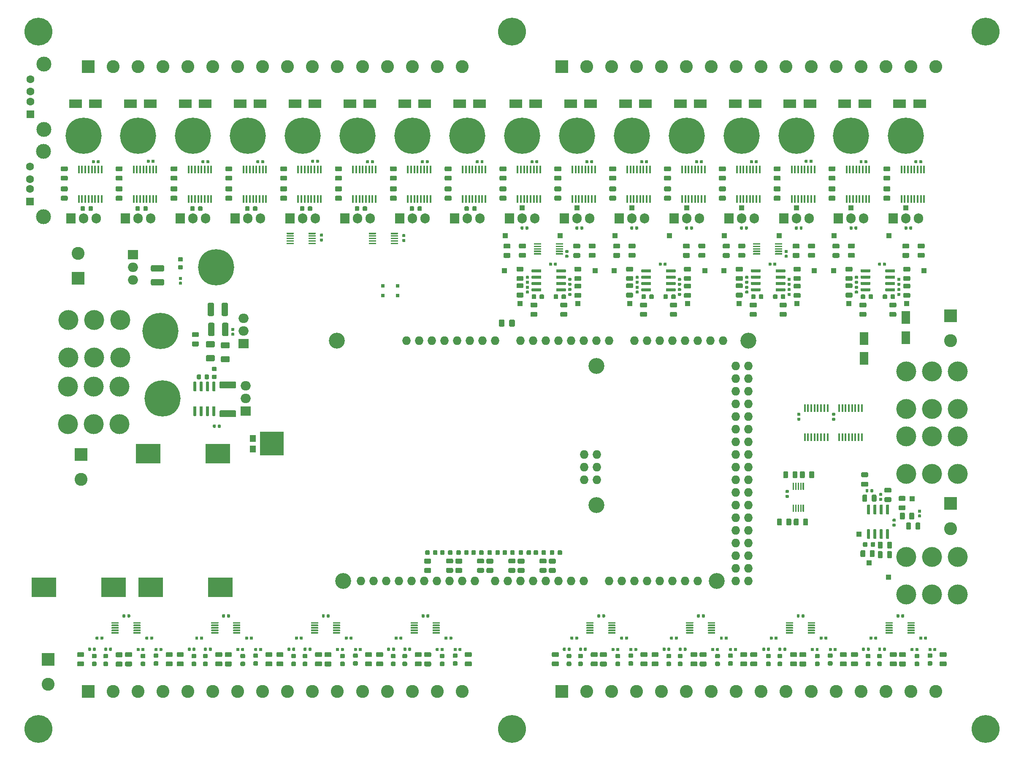
<source format=gbr>
G04 #@! TF.GenerationSoftware,KiCad,Pcbnew,(5.1.5)-3*
G04 #@! TF.CreationDate,2020-07-20T19:45:50-04:00*
G04 #@! TF.ProjectId,PCB,5043422e-6b69-4636-9164-5f7063625858,0*
G04 #@! TF.SameCoordinates,Original*
G04 #@! TF.FileFunction,Soldermask,Top*
G04 #@! TF.FilePolarity,Negative*
%FSLAX46Y46*%
G04 Gerber Fmt 4.6, Leading zero omitted, Abs format (unit mm)*
G04 Created by KiCad (PCBNEW (5.1.5)-3) date 2020-07-20 19:45:50*
%MOMM*%
%LPD*%
G04 APERTURE LIST*
%ADD10O,1.727200X1.727200*%
%ADD11C,3.200000*%
%ADD12O,1.905000X2.000000*%
%ADD13R,1.905000X2.000000*%
%ADD14O,7.250000X7.250000*%
%ADD15R,2.600000X2.600000*%
%ADD16C,2.600000*%
%ADD17R,1.270000X1.400000*%
%ADD18R,4.720000X4.800000*%
%ADD19C,0.100000*%
%ADD20C,5.600000*%
%ADD21O,2.000000X1.905000*%
%ADD22R,2.000000X1.905000*%
%ADD23R,1.000000X1.000000*%
%ADD24R,2.500000X1.800000*%
%ADD25R,1.800000X2.500000*%
%ADD26R,5.000000X4.000000*%
%ADD27C,4.000000*%
%ADD28C,3.000000*%
%ADD29R,1.600000X1.600000*%
%ADD30C,1.600000*%
%ADD31R,0.700000X0.700000*%
%ADD32R,0.450000X1.500000*%
G04 APERTURE END LIST*
D10*
X240527000Y-166980000D03*
X273420000Y-144120000D03*
X270880000Y-144120000D03*
X273420000Y-146660000D03*
X270880000Y-146660000D03*
X273420000Y-149200000D03*
X270880000Y-149200000D03*
X273420000Y-151740000D03*
X270880000Y-151740000D03*
X273420000Y-154280000D03*
X270880000Y-154280000D03*
X273420000Y-156820000D03*
X270880000Y-156820000D03*
X273420000Y-159360000D03*
X270880000Y-159360000D03*
X273420000Y-161900000D03*
X270880000Y-161900000D03*
X273420000Y-164440000D03*
X270880000Y-164440000D03*
X273420000Y-166980000D03*
X270880000Y-166980000D03*
X273420000Y-169520000D03*
X270880000Y-169520000D03*
X273420000Y-172060000D03*
X270880000Y-172060000D03*
X273420000Y-174600000D03*
X270880000Y-174600000D03*
X273420000Y-177140000D03*
X270880000Y-177140000D03*
X273420000Y-179680000D03*
X270880000Y-179680000D03*
X273420000Y-182220000D03*
X270880000Y-182220000D03*
X273420000Y-184760000D03*
X270880000Y-184760000D03*
X273420000Y-187300000D03*
X270880000Y-187300000D03*
X268340000Y-139040000D03*
X265800000Y-139040000D03*
X263260000Y-139040000D03*
X260720000Y-139040000D03*
X258180000Y-139040000D03*
X255640000Y-139040000D03*
X253100000Y-139040000D03*
X250560000Y-139040000D03*
X245480000Y-139040000D03*
X242940000Y-139040000D03*
X240400000Y-139040000D03*
X237860000Y-139040000D03*
X235320000Y-139040000D03*
X232780000Y-139040000D03*
X230240000Y-139040000D03*
X204840000Y-139040000D03*
X210936000Y-187300000D03*
X208396000Y-187300000D03*
X205856000Y-187300000D03*
X200776000Y-187300000D03*
X198236000Y-187300000D03*
X195696000Y-187300000D03*
D11*
X190870000Y-139040000D03*
X273420000Y-139040000D03*
X192140000Y-187300000D03*
X267070000Y-187300000D03*
X242940000Y-172060000D03*
X242940000Y-144120000D03*
D10*
X213476000Y-187300000D03*
X216016000Y-187300000D03*
X218556000Y-187300000D03*
X203316000Y-187300000D03*
X222620000Y-187300000D03*
X225160000Y-187300000D03*
X227700000Y-187300000D03*
X230240000Y-187300000D03*
X232780000Y-187300000D03*
X235320000Y-187300000D03*
X237860000Y-187300000D03*
X240400000Y-187300000D03*
X245480000Y-187300000D03*
X248020000Y-187300000D03*
X250560000Y-187300000D03*
X253100000Y-187300000D03*
X255640000Y-187300000D03*
X258180000Y-187300000D03*
X260720000Y-187300000D03*
X263260000Y-187300000D03*
X207380000Y-139040000D03*
X209920000Y-139040000D03*
X212460000Y-139040000D03*
X215000000Y-139040000D03*
X217540000Y-139040000D03*
X220080000Y-139040000D03*
X222620000Y-139040000D03*
X227700000Y-139040000D03*
X243067000Y-166980000D03*
X240527000Y-164440000D03*
X243067000Y-164440000D03*
X243067000Y-161900000D03*
X240527000Y-161900000D03*
D12*
X153576000Y-114508000D03*
X151036000Y-114508000D03*
D13*
X148496000Y-114508000D03*
D14*
X151036000Y-97848000D03*
D12*
X186576000Y-114508000D03*
X184036000Y-114508000D03*
D13*
X181496000Y-114508000D03*
D14*
X184036000Y-97848000D03*
D12*
X241576000Y-114508000D03*
X239036000Y-114508000D03*
D13*
X236496000Y-114508000D03*
D14*
X239036000Y-97848000D03*
D12*
X197576000Y-114508000D03*
X195036000Y-114508000D03*
D13*
X192496000Y-114508000D03*
D14*
X195036000Y-97848000D03*
D12*
X252576000Y-114508000D03*
X250036000Y-114508000D03*
D13*
X247496000Y-114508000D03*
D14*
X250036000Y-97848000D03*
D15*
X141000000Y-209500000D03*
D16*
X146000000Y-209500000D03*
X151000000Y-209500000D03*
X156000000Y-209500000D03*
X161000000Y-209500000D03*
X166000000Y-209500000D03*
X171000000Y-209500000D03*
X176000000Y-209500000D03*
X181000000Y-209500000D03*
X186000000Y-209500000D03*
X191000000Y-209500000D03*
X196000000Y-209500000D03*
X201000000Y-209500000D03*
X206000000Y-209500000D03*
X211000000Y-209500000D03*
X216000000Y-209500000D03*
D17*
X174000000Y-158670000D03*
D18*
X177805000Y-159710000D03*
D17*
X174000000Y-160750000D03*
D19*
G36*
X166369703Y-152200722D02*
G01*
X166384264Y-152202882D01*
X166398543Y-152206459D01*
X166412403Y-152211418D01*
X166425710Y-152217712D01*
X166438336Y-152225280D01*
X166450159Y-152234048D01*
X166461066Y-152243934D01*
X166470952Y-152254841D01*
X166479720Y-152266664D01*
X166487288Y-152279290D01*
X166493582Y-152292597D01*
X166498541Y-152306457D01*
X166502118Y-152320736D01*
X166504278Y-152335297D01*
X166505000Y-152350000D01*
X166505000Y-154000000D01*
X166504278Y-154014703D01*
X166502118Y-154029264D01*
X166498541Y-154043543D01*
X166493582Y-154057403D01*
X166487288Y-154070710D01*
X166479720Y-154083336D01*
X166470952Y-154095159D01*
X166461066Y-154106066D01*
X166450159Y-154115952D01*
X166438336Y-154124720D01*
X166425710Y-154132288D01*
X166412403Y-154138582D01*
X166398543Y-154143541D01*
X166384264Y-154147118D01*
X166369703Y-154149278D01*
X166355000Y-154150000D01*
X166055000Y-154150000D01*
X166040297Y-154149278D01*
X166025736Y-154147118D01*
X166011457Y-154143541D01*
X165997597Y-154138582D01*
X165984290Y-154132288D01*
X165971664Y-154124720D01*
X165959841Y-154115952D01*
X165948934Y-154106066D01*
X165939048Y-154095159D01*
X165930280Y-154083336D01*
X165922712Y-154070710D01*
X165916418Y-154057403D01*
X165911459Y-154043543D01*
X165907882Y-154029264D01*
X165905722Y-154014703D01*
X165905000Y-154000000D01*
X165905000Y-152350000D01*
X165905722Y-152335297D01*
X165907882Y-152320736D01*
X165911459Y-152306457D01*
X165916418Y-152292597D01*
X165922712Y-152279290D01*
X165930280Y-152266664D01*
X165939048Y-152254841D01*
X165948934Y-152243934D01*
X165959841Y-152234048D01*
X165971664Y-152225280D01*
X165984290Y-152217712D01*
X165997597Y-152211418D01*
X166011457Y-152206459D01*
X166025736Y-152202882D01*
X166040297Y-152200722D01*
X166055000Y-152200000D01*
X166355000Y-152200000D01*
X166369703Y-152200722D01*
G37*
G36*
X165099703Y-152200722D02*
G01*
X165114264Y-152202882D01*
X165128543Y-152206459D01*
X165142403Y-152211418D01*
X165155710Y-152217712D01*
X165168336Y-152225280D01*
X165180159Y-152234048D01*
X165191066Y-152243934D01*
X165200952Y-152254841D01*
X165209720Y-152266664D01*
X165217288Y-152279290D01*
X165223582Y-152292597D01*
X165228541Y-152306457D01*
X165232118Y-152320736D01*
X165234278Y-152335297D01*
X165235000Y-152350000D01*
X165235000Y-154000000D01*
X165234278Y-154014703D01*
X165232118Y-154029264D01*
X165228541Y-154043543D01*
X165223582Y-154057403D01*
X165217288Y-154070710D01*
X165209720Y-154083336D01*
X165200952Y-154095159D01*
X165191066Y-154106066D01*
X165180159Y-154115952D01*
X165168336Y-154124720D01*
X165155710Y-154132288D01*
X165142403Y-154138582D01*
X165128543Y-154143541D01*
X165114264Y-154147118D01*
X165099703Y-154149278D01*
X165085000Y-154150000D01*
X164785000Y-154150000D01*
X164770297Y-154149278D01*
X164755736Y-154147118D01*
X164741457Y-154143541D01*
X164727597Y-154138582D01*
X164714290Y-154132288D01*
X164701664Y-154124720D01*
X164689841Y-154115952D01*
X164678934Y-154106066D01*
X164669048Y-154095159D01*
X164660280Y-154083336D01*
X164652712Y-154070710D01*
X164646418Y-154057403D01*
X164641459Y-154043543D01*
X164637882Y-154029264D01*
X164635722Y-154014703D01*
X164635000Y-154000000D01*
X164635000Y-152350000D01*
X164635722Y-152335297D01*
X164637882Y-152320736D01*
X164641459Y-152306457D01*
X164646418Y-152292597D01*
X164652712Y-152279290D01*
X164660280Y-152266664D01*
X164669048Y-152254841D01*
X164678934Y-152243934D01*
X164689841Y-152234048D01*
X164701664Y-152225280D01*
X164714290Y-152217712D01*
X164727597Y-152211418D01*
X164741457Y-152206459D01*
X164755736Y-152202882D01*
X164770297Y-152200722D01*
X164785000Y-152200000D01*
X165085000Y-152200000D01*
X165099703Y-152200722D01*
G37*
G36*
X163829703Y-152200722D02*
G01*
X163844264Y-152202882D01*
X163858543Y-152206459D01*
X163872403Y-152211418D01*
X163885710Y-152217712D01*
X163898336Y-152225280D01*
X163910159Y-152234048D01*
X163921066Y-152243934D01*
X163930952Y-152254841D01*
X163939720Y-152266664D01*
X163947288Y-152279290D01*
X163953582Y-152292597D01*
X163958541Y-152306457D01*
X163962118Y-152320736D01*
X163964278Y-152335297D01*
X163965000Y-152350000D01*
X163965000Y-154000000D01*
X163964278Y-154014703D01*
X163962118Y-154029264D01*
X163958541Y-154043543D01*
X163953582Y-154057403D01*
X163947288Y-154070710D01*
X163939720Y-154083336D01*
X163930952Y-154095159D01*
X163921066Y-154106066D01*
X163910159Y-154115952D01*
X163898336Y-154124720D01*
X163885710Y-154132288D01*
X163872403Y-154138582D01*
X163858543Y-154143541D01*
X163844264Y-154147118D01*
X163829703Y-154149278D01*
X163815000Y-154150000D01*
X163515000Y-154150000D01*
X163500297Y-154149278D01*
X163485736Y-154147118D01*
X163471457Y-154143541D01*
X163457597Y-154138582D01*
X163444290Y-154132288D01*
X163431664Y-154124720D01*
X163419841Y-154115952D01*
X163408934Y-154106066D01*
X163399048Y-154095159D01*
X163390280Y-154083336D01*
X163382712Y-154070710D01*
X163376418Y-154057403D01*
X163371459Y-154043543D01*
X163367882Y-154029264D01*
X163365722Y-154014703D01*
X163365000Y-154000000D01*
X163365000Y-152350000D01*
X163365722Y-152335297D01*
X163367882Y-152320736D01*
X163371459Y-152306457D01*
X163376418Y-152292597D01*
X163382712Y-152279290D01*
X163390280Y-152266664D01*
X163399048Y-152254841D01*
X163408934Y-152243934D01*
X163419841Y-152234048D01*
X163431664Y-152225280D01*
X163444290Y-152217712D01*
X163457597Y-152211418D01*
X163471457Y-152206459D01*
X163485736Y-152202882D01*
X163500297Y-152200722D01*
X163515000Y-152200000D01*
X163815000Y-152200000D01*
X163829703Y-152200722D01*
G37*
G36*
X162559703Y-152200722D02*
G01*
X162574264Y-152202882D01*
X162588543Y-152206459D01*
X162602403Y-152211418D01*
X162615710Y-152217712D01*
X162628336Y-152225280D01*
X162640159Y-152234048D01*
X162651066Y-152243934D01*
X162660952Y-152254841D01*
X162669720Y-152266664D01*
X162677288Y-152279290D01*
X162683582Y-152292597D01*
X162688541Y-152306457D01*
X162692118Y-152320736D01*
X162694278Y-152335297D01*
X162695000Y-152350000D01*
X162695000Y-154000000D01*
X162694278Y-154014703D01*
X162692118Y-154029264D01*
X162688541Y-154043543D01*
X162683582Y-154057403D01*
X162677288Y-154070710D01*
X162669720Y-154083336D01*
X162660952Y-154095159D01*
X162651066Y-154106066D01*
X162640159Y-154115952D01*
X162628336Y-154124720D01*
X162615710Y-154132288D01*
X162602403Y-154138582D01*
X162588543Y-154143541D01*
X162574264Y-154147118D01*
X162559703Y-154149278D01*
X162545000Y-154150000D01*
X162245000Y-154150000D01*
X162230297Y-154149278D01*
X162215736Y-154147118D01*
X162201457Y-154143541D01*
X162187597Y-154138582D01*
X162174290Y-154132288D01*
X162161664Y-154124720D01*
X162149841Y-154115952D01*
X162138934Y-154106066D01*
X162129048Y-154095159D01*
X162120280Y-154083336D01*
X162112712Y-154070710D01*
X162106418Y-154057403D01*
X162101459Y-154043543D01*
X162097882Y-154029264D01*
X162095722Y-154014703D01*
X162095000Y-154000000D01*
X162095000Y-152350000D01*
X162095722Y-152335297D01*
X162097882Y-152320736D01*
X162101459Y-152306457D01*
X162106418Y-152292597D01*
X162112712Y-152279290D01*
X162120280Y-152266664D01*
X162129048Y-152254841D01*
X162138934Y-152243934D01*
X162149841Y-152234048D01*
X162161664Y-152225280D01*
X162174290Y-152217712D01*
X162187597Y-152211418D01*
X162201457Y-152206459D01*
X162215736Y-152202882D01*
X162230297Y-152200722D01*
X162245000Y-152200000D01*
X162545000Y-152200000D01*
X162559703Y-152200722D01*
G37*
G36*
X162559703Y-147250722D02*
G01*
X162574264Y-147252882D01*
X162588543Y-147256459D01*
X162602403Y-147261418D01*
X162615710Y-147267712D01*
X162628336Y-147275280D01*
X162640159Y-147284048D01*
X162651066Y-147293934D01*
X162660952Y-147304841D01*
X162669720Y-147316664D01*
X162677288Y-147329290D01*
X162683582Y-147342597D01*
X162688541Y-147356457D01*
X162692118Y-147370736D01*
X162694278Y-147385297D01*
X162695000Y-147400000D01*
X162695000Y-149050000D01*
X162694278Y-149064703D01*
X162692118Y-149079264D01*
X162688541Y-149093543D01*
X162683582Y-149107403D01*
X162677288Y-149120710D01*
X162669720Y-149133336D01*
X162660952Y-149145159D01*
X162651066Y-149156066D01*
X162640159Y-149165952D01*
X162628336Y-149174720D01*
X162615710Y-149182288D01*
X162602403Y-149188582D01*
X162588543Y-149193541D01*
X162574264Y-149197118D01*
X162559703Y-149199278D01*
X162545000Y-149200000D01*
X162245000Y-149200000D01*
X162230297Y-149199278D01*
X162215736Y-149197118D01*
X162201457Y-149193541D01*
X162187597Y-149188582D01*
X162174290Y-149182288D01*
X162161664Y-149174720D01*
X162149841Y-149165952D01*
X162138934Y-149156066D01*
X162129048Y-149145159D01*
X162120280Y-149133336D01*
X162112712Y-149120710D01*
X162106418Y-149107403D01*
X162101459Y-149093543D01*
X162097882Y-149079264D01*
X162095722Y-149064703D01*
X162095000Y-149050000D01*
X162095000Y-147400000D01*
X162095722Y-147385297D01*
X162097882Y-147370736D01*
X162101459Y-147356457D01*
X162106418Y-147342597D01*
X162112712Y-147329290D01*
X162120280Y-147316664D01*
X162129048Y-147304841D01*
X162138934Y-147293934D01*
X162149841Y-147284048D01*
X162161664Y-147275280D01*
X162174290Y-147267712D01*
X162187597Y-147261418D01*
X162201457Y-147256459D01*
X162215736Y-147252882D01*
X162230297Y-147250722D01*
X162245000Y-147250000D01*
X162545000Y-147250000D01*
X162559703Y-147250722D01*
G37*
G36*
X163829703Y-147250722D02*
G01*
X163844264Y-147252882D01*
X163858543Y-147256459D01*
X163872403Y-147261418D01*
X163885710Y-147267712D01*
X163898336Y-147275280D01*
X163910159Y-147284048D01*
X163921066Y-147293934D01*
X163930952Y-147304841D01*
X163939720Y-147316664D01*
X163947288Y-147329290D01*
X163953582Y-147342597D01*
X163958541Y-147356457D01*
X163962118Y-147370736D01*
X163964278Y-147385297D01*
X163965000Y-147400000D01*
X163965000Y-149050000D01*
X163964278Y-149064703D01*
X163962118Y-149079264D01*
X163958541Y-149093543D01*
X163953582Y-149107403D01*
X163947288Y-149120710D01*
X163939720Y-149133336D01*
X163930952Y-149145159D01*
X163921066Y-149156066D01*
X163910159Y-149165952D01*
X163898336Y-149174720D01*
X163885710Y-149182288D01*
X163872403Y-149188582D01*
X163858543Y-149193541D01*
X163844264Y-149197118D01*
X163829703Y-149199278D01*
X163815000Y-149200000D01*
X163515000Y-149200000D01*
X163500297Y-149199278D01*
X163485736Y-149197118D01*
X163471457Y-149193541D01*
X163457597Y-149188582D01*
X163444290Y-149182288D01*
X163431664Y-149174720D01*
X163419841Y-149165952D01*
X163408934Y-149156066D01*
X163399048Y-149145159D01*
X163390280Y-149133336D01*
X163382712Y-149120710D01*
X163376418Y-149107403D01*
X163371459Y-149093543D01*
X163367882Y-149079264D01*
X163365722Y-149064703D01*
X163365000Y-149050000D01*
X163365000Y-147400000D01*
X163365722Y-147385297D01*
X163367882Y-147370736D01*
X163371459Y-147356457D01*
X163376418Y-147342597D01*
X163382712Y-147329290D01*
X163390280Y-147316664D01*
X163399048Y-147304841D01*
X163408934Y-147293934D01*
X163419841Y-147284048D01*
X163431664Y-147275280D01*
X163444290Y-147267712D01*
X163457597Y-147261418D01*
X163471457Y-147256459D01*
X163485736Y-147252882D01*
X163500297Y-147250722D01*
X163515000Y-147250000D01*
X163815000Y-147250000D01*
X163829703Y-147250722D01*
G37*
G36*
X165099703Y-147250722D02*
G01*
X165114264Y-147252882D01*
X165128543Y-147256459D01*
X165142403Y-147261418D01*
X165155710Y-147267712D01*
X165168336Y-147275280D01*
X165180159Y-147284048D01*
X165191066Y-147293934D01*
X165200952Y-147304841D01*
X165209720Y-147316664D01*
X165217288Y-147329290D01*
X165223582Y-147342597D01*
X165228541Y-147356457D01*
X165232118Y-147370736D01*
X165234278Y-147385297D01*
X165235000Y-147400000D01*
X165235000Y-149050000D01*
X165234278Y-149064703D01*
X165232118Y-149079264D01*
X165228541Y-149093543D01*
X165223582Y-149107403D01*
X165217288Y-149120710D01*
X165209720Y-149133336D01*
X165200952Y-149145159D01*
X165191066Y-149156066D01*
X165180159Y-149165952D01*
X165168336Y-149174720D01*
X165155710Y-149182288D01*
X165142403Y-149188582D01*
X165128543Y-149193541D01*
X165114264Y-149197118D01*
X165099703Y-149199278D01*
X165085000Y-149200000D01*
X164785000Y-149200000D01*
X164770297Y-149199278D01*
X164755736Y-149197118D01*
X164741457Y-149193541D01*
X164727597Y-149188582D01*
X164714290Y-149182288D01*
X164701664Y-149174720D01*
X164689841Y-149165952D01*
X164678934Y-149156066D01*
X164669048Y-149145159D01*
X164660280Y-149133336D01*
X164652712Y-149120710D01*
X164646418Y-149107403D01*
X164641459Y-149093543D01*
X164637882Y-149079264D01*
X164635722Y-149064703D01*
X164635000Y-149050000D01*
X164635000Y-147400000D01*
X164635722Y-147385297D01*
X164637882Y-147370736D01*
X164641459Y-147356457D01*
X164646418Y-147342597D01*
X164652712Y-147329290D01*
X164660280Y-147316664D01*
X164669048Y-147304841D01*
X164678934Y-147293934D01*
X164689841Y-147284048D01*
X164701664Y-147275280D01*
X164714290Y-147267712D01*
X164727597Y-147261418D01*
X164741457Y-147256459D01*
X164755736Y-147252882D01*
X164770297Y-147250722D01*
X164785000Y-147250000D01*
X165085000Y-147250000D01*
X165099703Y-147250722D01*
G37*
G36*
X166369703Y-147250722D02*
G01*
X166384264Y-147252882D01*
X166398543Y-147256459D01*
X166412403Y-147261418D01*
X166425710Y-147267712D01*
X166438336Y-147275280D01*
X166450159Y-147284048D01*
X166461066Y-147293934D01*
X166470952Y-147304841D01*
X166479720Y-147316664D01*
X166487288Y-147329290D01*
X166493582Y-147342597D01*
X166498541Y-147356457D01*
X166502118Y-147370736D01*
X166504278Y-147385297D01*
X166505000Y-147400000D01*
X166505000Y-149050000D01*
X166504278Y-149064703D01*
X166502118Y-149079264D01*
X166498541Y-149093543D01*
X166493582Y-149107403D01*
X166487288Y-149120710D01*
X166479720Y-149133336D01*
X166470952Y-149145159D01*
X166461066Y-149156066D01*
X166450159Y-149165952D01*
X166438336Y-149174720D01*
X166425710Y-149182288D01*
X166412403Y-149188582D01*
X166398543Y-149193541D01*
X166384264Y-149197118D01*
X166369703Y-149199278D01*
X166355000Y-149200000D01*
X166055000Y-149200000D01*
X166040297Y-149199278D01*
X166025736Y-149197118D01*
X166011457Y-149193541D01*
X165997597Y-149188582D01*
X165984290Y-149182288D01*
X165971664Y-149174720D01*
X165959841Y-149165952D01*
X165948934Y-149156066D01*
X165939048Y-149145159D01*
X165930280Y-149133336D01*
X165922712Y-149120710D01*
X165916418Y-149107403D01*
X165911459Y-149093543D01*
X165907882Y-149079264D01*
X165905722Y-149064703D01*
X165905000Y-149050000D01*
X165905000Y-147400000D01*
X165905722Y-147385297D01*
X165907882Y-147370736D01*
X165911459Y-147356457D01*
X165916418Y-147342597D01*
X165922712Y-147329290D01*
X165930280Y-147316664D01*
X165939048Y-147304841D01*
X165948934Y-147293934D01*
X165959841Y-147284048D01*
X165971664Y-147275280D01*
X165984290Y-147267712D01*
X165997597Y-147261418D01*
X166011457Y-147256459D01*
X166025736Y-147252882D01*
X166040297Y-147250722D01*
X166055000Y-147250000D01*
X166355000Y-147250000D01*
X166369703Y-147250722D01*
G37*
D20*
X226000000Y-217000000D03*
X321000000Y-217000000D03*
X321000000Y-77000000D03*
X226000000Y-77000000D03*
X131000000Y-77000000D03*
X131000000Y-217000000D03*
D19*
G36*
X165999504Y-131426204D02*
G01*
X166023773Y-131429804D01*
X166047571Y-131435765D01*
X166070671Y-131444030D01*
X166092849Y-131454520D01*
X166113893Y-131467133D01*
X166133598Y-131481747D01*
X166151777Y-131498223D01*
X166168253Y-131516402D01*
X166182867Y-131536107D01*
X166195480Y-131557151D01*
X166205970Y-131579329D01*
X166214235Y-131602429D01*
X166220196Y-131626227D01*
X166223796Y-131650496D01*
X166225000Y-131675000D01*
X166225000Y-133825000D01*
X166223796Y-133849504D01*
X166220196Y-133873773D01*
X166214235Y-133897571D01*
X166205970Y-133920671D01*
X166195480Y-133942849D01*
X166182867Y-133963893D01*
X166168253Y-133983598D01*
X166151777Y-134001777D01*
X166133598Y-134018253D01*
X166113893Y-134032867D01*
X166092849Y-134045480D01*
X166070671Y-134055970D01*
X166047571Y-134064235D01*
X166023773Y-134070196D01*
X165999504Y-134073796D01*
X165975000Y-134075000D01*
X165225000Y-134075000D01*
X165200496Y-134073796D01*
X165176227Y-134070196D01*
X165152429Y-134064235D01*
X165129329Y-134055970D01*
X165107151Y-134045480D01*
X165086107Y-134032867D01*
X165066402Y-134018253D01*
X165048223Y-134001777D01*
X165031747Y-133983598D01*
X165017133Y-133963893D01*
X165004520Y-133942849D01*
X164994030Y-133920671D01*
X164985765Y-133897571D01*
X164979804Y-133873773D01*
X164976204Y-133849504D01*
X164975000Y-133825000D01*
X164975000Y-131675000D01*
X164976204Y-131650496D01*
X164979804Y-131626227D01*
X164985765Y-131602429D01*
X164994030Y-131579329D01*
X165004520Y-131557151D01*
X165017133Y-131536107D01*
X165031747Y-131516402D01*
X165048223Y-131498223D01*
X165066402Y-131481747D01*
X165086107Y-131467133D01*
X165107151Y-131454520D01*
X165129329Y-131444030D01*
X165152429Y-131435765D01*
X165176227Y-131429804D01*
X165200496Y-131426204D01*
X165225000Y-131425000D01*
X165975000Y-131425000D01*
X165999504Y-131426204D01*
G37*
G36*
X168799504Y-131426204D02*
G01*
X168823773Y-131429804D01*
X168847571Y-131435765D01*
X168870671Y-131444030D01*
X168892849Y-131454520D01*
X168913893Y-131467133D01*
X168933598Y-131481747D01*
X168951777Y-131498223D01*
X168968253Y-131516402D01*
X168982867Y-131536107D01*
X168995480Y-131557151D01*
X169005970Y-131579329D01*
X169014235Y-131602429D01*
X169020196Y-131626227D01*
X169023796Y-131650496D01*
X169025000Y-131675000D01*
X169025000Y-133825000D01*
X169023796Y-133849504D01*
X169020196Y-133873773D01*
X169014235Y-133897571D01*
X169005970Y-133920671D01*
X168995480Y-133942849D01*
X168982867Y-133963893D01*
X168968253Y-133983598D01*
X168951777Y-134001777D01*
X168933598Y-134018253D01*
X168913893Y-134032867D01*
X168892849Y-134045480D01*
X168870671Y-134055970D01*
X168847571Y-134064235D01*
X168823773Y-134070196D01*
X168799504Y-134073796D01*
X168775000Y-134075000D01*
X168025000Y-134075000D01*
X168000496Y-134073796D01*
X167976227Y-134070196D01*
X167952429Y-134064235D01*
X167929329Y-134055970D01*
X167907151Y-134045480D01*
X167886107Y-134032867D01*
X167866402Y-134018253D01*
X167848223Y-134001777D01*
X167831747Y-133983598D01*
X167817133Y-133963893D01*
X167804520Y-133942849D01*
X167794030Y-133920671D01*
X167785765Y-133897571D01*
X167779804Y-133873773D01*
X167776204Y-133849504D01*
X167775000Y-133825000D01*
X167775000Y-131675000D01*
X167776204Y-131650496D01*
X167779804Y-131626227D01*
X167785765Y-131602429D01*
X167794030Y-131579329D01*
X167804520Y-131557151D01*
X167817133Y-131536107D01*
X167831747Y-131516402D01*
X167848223Y-131498223D01*
X167866402Y-131481747D01*
X167886107Y-131467133D01*
X167907151Y-131454520D01*
X167929329Y-131444030D01*
X167952429Y-131435765D01*
X167976227Y-131429804D01*
X168000496Y-131426204D01*
X168025000Y-131425000D01*
X168775000Y-131425000D01*
X168799504Y-131426204D01*
G37*
G36*
X303786958Y-128470710D02*
G01*
X303801276Y-128472834D01*
X303815317Y-128476351D01*
X303828946Y-128481228D01*
X303842031Y-128487417D01*
X303854447Y-128494858D01*
X303866073Y-128503481D01*
X303876798Y-128513202D01*
X303886519Y-128523927D01*
X303895142Y-128535553D01*
X303902583Y-128547969D01*
X303908772Y-128561054D01*
X303913649Y-128574683D01*
X303917166Y-128588724D01*
X303919290Y-128603042D01*
X303920000Y-128617500D01*
X303920000Y-128912500D01*
X303919290Y-128926958D01*
X303917166Y-128941276D01*
X303913649Y-128955317D01*
X303908772Y-128968946D01*
X303902583Y-128982031D01*
X303895142Y-128994447D01*
X303886519Y-129006073D01*
X303876798Y-129016798D01*
X303866073Y-129026519D01*
X303854447Y-129035142D01*
X303842031Y-129042583D01*
X303828946Y-129048772D01*
X303815317Y-129053649D01*
X303801276Y-129057166D01*
X303786958Y-129059290D01*
X303772500Y-129060000D01*
X303427500Y-129060000D01*
X303413042Y-129059290D01*
X303398724Y-129057166D01*
X303384683Y-129053649D01*
X303371054Y-129048772D01*
X303357969Y-129042583D01*
X303345553Y-129035142D01*
X303333927Y-129026519D01*
X303323202Y-129016798D01*
X303313481Y-129006073D01*
X303304858Y-128994447D01*
X303297417Y-128982031D01*
X303291228Y-128968946D01*
X303286351Y-128955317D01*
X303282834Y-128941276D01*
X303280710Y-128926958D01*
X303280000Y-128912500D01*
X303280000Y-128617500D01*
X303280710Y-128603042D01*
X303282834Y-128588724D01*
X303286351Y-128574683D01*
X303291228Y-128561054D01*
X303297417Y-128547969D01*
X303304858Y-128535553D01*
X303313481Y-128523927D01*
X303323202Y-128513202D01*
X303333927Y-128503481D01*
X303345553Y-128494858D01*
X303357969Y-128487417D01*
X303371054Y-128481228D01*
X303384683Y-128476351D01*
X303398724Y-128472834D01*
X303413042Y-128470710D01*
X303427500Y-128470000D01*
X303772500Y-128470000D01*
X303786958Y-128470710D01*
G37*
G36*
X303786958Y-129440710D02*
G01*
X303801276Y-129442834D01*
X303815317Y-129446351D01*
X303828946Y-129451228D01*
X303842031Y-129457417D01*
X303854447Y-129464858D01*
X303866073Y-129473481D01*
X303876798Y-129483202D01*
X303886519Y-129493927D01*
X303895142Y-129505553D01*
X303902583Y-129517969D01*
X303908772Y-129531054D01*
X303913649Y-129544683D01*
X303917166Y-129558724D01*
X303919290Y-129573042D01*
X303920000Y-129587500D01*
X303920000Y-129882500D01*
X303919290Y-129896958D01*
X303917166Y-129911276D01*
X303913649Y-129925317D01*
X303908772Y-129938946D01*
X303902583Y-129952031D01*
X303895142Y-129964447D01*
X303886519Y-129976073D01*
X303876798Y-129986798D01*
X303866073Y-129996519D01*
X303854447Y-130005142D01*
X303842031Y-130012583D01*
X303828946Y-130018772D01*
X303815317Y-130023649D01*
X303801276Y-130027166D01*
X303786958Y-130029290D01*
X303772500Y-130030000D01*
X303427500Y-130030000D01*
X303413042Y-130029290D01*
X303398724Y-130027166D01*
X303384683Y-130023649D01*
X303371054Y-130018772D01*
X303357969Y-130012583D01*
X303345553Y-130005142D01*
X303333927Y-129996519D01*
X303323202Y-129986798D01*
X303313481Y-129976073D01*
X303304858Y-129964447D01*
X303297417Y-129952031D01*
X303291228Y-129938946D01*
X303286351Y-129925317D01*
X303282834Y-129911276D01*
X303280710Y-129896958D01*
X303280000Y-129882500D01*
X303280000Y-129587500D01*
X303280710Y-129573042D01*
X303282834Y-129558724D01*
X303286351Y-129544683D01*
X303291228Y-129531054D01*
X303297417Y-129517969D01*
X303304858Y-129505553D01*
X303313481Y-129493927D01*
X303323202Y-129483202D01*
X303333927Y-129473481D01*
X303345553Y-129464858D01*
X303357969Y-129457417D01*
X303371054Y-129451228D01*
X303384683Y-129446351D01*
X303398724Y-129442834D01*
X303413042Y-129440710D01*
X303427500Y-129440000D01*
X303772500Y-129440000D01*
X303786958Y-129440710D01*
G37*
G36*
X281786958Y-128470710D02*
G01*
X281801276Y-128472834D01*
X281815317Y-128476351D01*
X281828946Y-128481228D01*
X281842031Y-128487417D01*
X281854447Y-128494858D01*
X281866073Y-128503481D01*
X281876798Y-128513202D01*
X281886519Y-128523927D01*
X281895142Y-128535553D01*
X281902583Y-128547969D01*
X281908772Y-128561054D01*
X281913649Y-128574683D01*
X281917166Y-128588724D01*
X281919290Y-128603042D01*
X281920000Y-128617500D01*
X281920000Y-128912500D01*
X281919290Y-128926958D01*
X281917166Y-128941276D01*
X281913649Y-128955317D01*
X281908772Y-128968946D01*
X281902583Y-128982031D01*
X281895142Y-128994447D01*
X281886519Y-129006073D01*
X281876798Y-129016798D01*
X281866073Y-129026519D01*
X281854447Y-129035142D01*
X281842031Y-129042583D01*
X281828946Y-129048772D01*
X281815317Y-129053649D01*
X281801276Y-129057166D01*
X281786958Y-129059290D01*
X281772500Y-129060000D01*
X281427500Y-129060000D01*
X281413042Y-129059290D01*
X281398724Y-129057166D01*
X281384683Y-129053649D01*
X281371054Y-129048772D01*
X281357969Y-129042583D01*
X281345553Y-129035142D01*
X281333927Y-129026519D01*
X281323202Y-129016798D01*
X281313481Y-129006073D01*
X281304858Y-128994447D01*
X281297417Y-128982031D01*
X281291228Y-128968946D01*
X281286351Y-128955317D01*
X281282834Y-128941276D01*
X281280710Y-128926958D01*
X281280000Y-128912500D01*
X281280000Y-128617500D01*
X281280710Y-128603042D01*
X281282834Y-128588724D01*
X281286351Y-128574683D01*
X281291228Y-128561054D01*
X281297417Y-128547969D01*
X281304858Y-128535553D01*
X281313481Y-128523927D01*
X281323202Y-128513202D01*
X281333927Y-128503481D01*
X281345553Y-128494858D01*
X281357969Y-128487417D01*
X281371054Y-128481228D01*
X281384683Y-128476351D01*
X281398724Y-128472834D01*
X281413042Y-128470710D01*
X281427500Y-128470000D01*
X281772500Y-128470000D01*
X281786958Y-128470710D01*
G37*
G36*
X281786958Y-129440710D02*
G01*
X281801276Y-129442834D01*
X281815317Y-129446351D01*
X281828946Y-129451228D01*
X281842031Y-129457417D01*
X281854447Y-129464858D01*
X281866073Y-129473481D01*
X281876798Y-129483202D01*
X281886519Y-129493927D01*
X281895142Y-129505553D01*
X281902583Y-129517969D01*
X281908772Y-129531054D01*
X281913649Y-129544683D01*
X281917166Y-129558724D01*
X281919290Y-129573042D01*
X281920000Y-129587500D01*
X281920000Y-129882500D01*
X281919290Y-129896958D01*
X281917166Y-129911276D01*
X281913649Y-129925317D01*
X281908772Y-129938946D01*
X281902583Y-129952031D01*
X281895142Y-129964447D01*
X281886519Y-129976073D01*
X281876798Y-129986798D01*
X281866073Y-129996519D01*
X281854447Y-130005142D01*
X281842031Y-130012583D01*
X281828946Y-130018772D01*
X281815317Y-130023649D01*
X281801276Y-130027166D01*
X281786958Y-130029290D01*
X281772500Y-130030000D01*
X281427500Y-130030000D01*
X281413042Y-130029290D01*
X281398724Y-130027166D01*
X281384683Y-130023649D01*
X281371054Y-130018772D01*
X281357969Y-130012583D01*
X281345553Y-130005142D01*
X281333927Y-129996519D01*
X281323202Y-129986798D01*
X281313481Y-129976073D01*
X281304858Y-129964447D01*
X281297417Y-129952031D01*
X281291228Y-129938946D01*
X281286351Y-129925317D01*
X281282834Y-129911276D01*
X281280710Y-129896958D01*
X281280000Y-129882500D01*
X281280000Y-129587500D01*
X281280710Y-129573042D01*
X281282834Y-129558724D01*
X281286351Y-129544683D01*
X281291228Y-129531054D01*
X281297417Y-129517969D01*
X281304858Y-129505553D01*
X281313481Y-129493927D01*
X281323202Y-129483202D01*
X281333927Y-129473481D01*
X281345553Y-129464858D01*
X281357969Y-129457417D01*
X281371054Y-129451228D01*
X281384683Y-129446351D01*
X281398724Y-129442834D01*
X281413042Y-129440710D01*
X281427500Y-129440000D01*
X281772500Y-129440000D01*
X281786958Y-129440710D01*
G37*
G36*
X259786958Y-128470710D02*
G01*
X259801276Y-128472834D01*
X259815317Y-128476351D01*
X259828946Y-128481228D01*
X259842031Y-128487417D01*
X259854447Y-128494858D01*
X259866073Y-128503481D01*
X259876798Y-128513202D01*
X259886519Y-128523927D01*
X259895142Y-128535553D01*
X259902583Y-128547969D01*
X259908772Y-128561054D01*
X259913649Y-128574683D01*
X259917166Y-128588724D01*
X259919290Y-128603042D01*
X259920000Y-128617500D01*
X259920000Y-128912500D01*
X259919290Y-128926958D01*
X259917166Y-128941276D01*
X259913649Y-128955317D01*
X259908772Y-128968946D01*
X259902583Y-128982031D01*
X259895142Y-128994447D01*
X259886519Y-129006073D01*
X259876798Y-129016798D01*
X259866073Y-129026519D01*
X259854447Y-129035142D01*
X259842031Y-129042583D01*
X259828946Y-129048772D01*
X259815317Y-129053649D01*
X259801276Y-129057166D01*
X259786958Y-129059290D01*
X259772500Y-129060000D01*
X259427500Y-129060000D01*
X259413042Y-129059290D01*
X259398724Y-129057166D01*
X259384683Y-129053649D01*
X259371054Y-129048772D01*
X259357969Y-129042583D01*
X259345553Y-129035142D01*
X259333927Y-129026519D01*
X259323202Y-129016798D01*
X259313481Y-129006073D01*
X259304858Y-128994447D01*
X259297417Y-128982031D01*
X259291228Y-128968946D01*
X259286351Y-128955317D01*
X259282834Y-128941276D01*
X259280710Y-128926958D01*
X259280000Y-128912500D01*
X259280000Y-128617500D01*
X259280710Y-128603042D01*
X259282834Y-128588724D01*
X259286351Y-128574683D01*
X259291228Y-128561054D01*
X259297417Y-128547969D01*
X259304858Y-128535553D01*
X259313481Y-128523927D01*
X259323202Y-128513202D01*
X259333927Y-128503481D01*
X259345553Y-128494858D01*
X259357969Y-128487417D01*
X259371054Y-128481228D01*
X259384683Y-128476351D01*
X259398724Y-128472834D01*
X259413042Y-128470710D01*
X259427500Y-128470000D01*
X259772500Y-128470000D01*
X259786958Y-128470710D01*
G37*
G36*
X259786958Y-129440710D02*
G01*
X259801276Y-129442834D01*
X259815317Y-129446351D01*
X259828946Y-129451228D01*
X259842031Y-129457417D01*
X259854447Y-129464858D01*
X259866073Y-129473481D01*
X259876798Y-129483202D01*
X259886519Y-129493927D01*
X259895142Y-129505553D01*
X259902583Y-129517969D01*
X259908772Y-129531054D01*
X259913649Y-129544683D01*
X259917166Y-129558724D01*
X259919290Y-129573042D01*
X259920000Y-129587500D01*
X259920000Y-129882500D01*
X259919290Y-129896958D01*
X259917166Y-129911276D01*
X259913649Y-129925317D01*
X259908772Y-129938946D01*
X259902583Y-129952031D01*
X259895142Y-129964447D01*
X259886519Y-129976073D01*
X259876798Y-129986798D01*
X259866073Y-129996519D01*
X259854447Y-130005142D01*
X259842031Y-130012583D01*
X259828946Y-130018772D01*
X259815317Y-130023649D01*
X259801276Y-130027166D01*
X259786958Y-130029290D01*
X259772500Y-130030000D01*
X259427500Y-130030000D01*
X259413042Y-130029290D01*
X259398724Y-130027166D01*
X259384683Y-130023649D01*
X259371054Y-130018772D01*
X259357969Y-130012583D01*
X259345553Y-130005142D01*
X259333927Y-129996519D01*
X259323202Y-129986798D01*
X259313481Y-129976073D01*
X259304858Y-129964447D01*
X259297417Y-129952031D01*
X259291228Y-129938946D01*
X259286351Y-129925317D01*
X259282834Y-129911276D01*
X259280710Y-129896958D01*
X259280000Y-129882500D01*
X259280000Y-129587500D01*
X259280710Y-129573042D01*
X259282834Y-129558724D01*
X259286351Y-129544683D01*
X259291228Y-129531054D01*
X259297417Y-129517969D01*
X259304858Y-129505553D01*
X259313481Y-129493927D01*
X259323202Y-129483202D01*
X259333927Y-129473481D01*
X259345553Y-129464858D01*
X259357969Y-129457417D01*
X259371054Y-129451228D01*
X259384683Y-129446351D01*
X259398724Y-129442834D01*
X259413042Y-129440710D01*
X259427500Y-129440000D01*
X259772500Y-129440000D01*
X259786958Y-129440710D01*
G37*
G36*
X237786958Y-128470710D02*
G01*
X237801276Y-128472834D01*
X237815317Y-128476351D01*
X237828946Y-128481228D01*
X237842031Y-128487417D01*
X237854447Y-128494858D01*
X237866073Y-128503481D01*
X237876798Y-128513202D01*
X237886519Y-128523927D01*
X237895142Y-128535553D01*
X237902583Y-128547969D01*
X237908772Y-128561054D01*
X237913649Y-128574683D01*
X237917166Y-128588724D01*
X237919290Y-128603042D01*
X237920000Y-128617500D01*
X237920000Y-128912500D01*
X237919290Y-128926958D01*
X237917166Y-128941276D01*
X237913649Y-128955317D01*
X237908772Y-128968946D01*
X237902583Y-128982031D01*
X237895142Y-128994447D01*
X237886519Y-129006073D01*
X237876798Y-129016798D01*
X237866073Y-129026519D01*
X237854447Y-129035142D01*
X237842031Y-129042583D01*
X237828946Y-129048772D01*
X237815317Y-129053649D01*
X237801276Y-129057166D01*
X237786958Y-129059290D01*
X237772500Y-129060000D01*
X237427500Y-129060000D01*
X237413042Y-129059290D01*
X237398724Y-129057166D01*
X237384683Y-129053649D01*
X237371054Y-129048772D01*
X237357969Y-129042583D01*
X237345553Y-129035142D01*
X237333927Y-129026519D01*
X237323202Y-129016798D01*
X237313481Y-129006073D01*
X237304858Y-128994447D01*
X237297417Y-128982031D01*
X237291228Y-128968946D01*
X237286351Y-128955317D01*
X237282834Y-128941276D01*
X237280710Y-128926958D01*
X237280000Y-128912500D01*
X237280000Y-128617500D01*
X237280710Y-128603042D01*
X237282834Y-128588724D01*
X237286351Y-128574683D01*
X237291228Y-128561054D01*
X237297417Y-128547969D01*
X237304858Y-128535553D01*
X237313481Y-128523927D01*
X237323202Y-128513202D01*
X237333927Y-128503481D01*
X237345553Y-128494858D01*
X237357969Y-128487417D01*
X237371054Y-128481228D01*
X237384683Y-128476351D01*
X237398724Y-128472834D01*
X237413042Y-128470710D01*
X237427500Y-128470000D01*
X237772500Y-128470000D01*
X237786958Y-128470710D01*
G37*
G36*
X237786958Y-129440710D02*
G01*
X237801276Y-129442834D01*
X237815317Y-129446351D01*
X237828946Y-129451228D01*
X237842031Y-129457417D01*
X237854447Y-129464858D01*
X237866073Y-129473481D01*
X237876798Y-129483202D01*
X237886519Y-129493927D01*
X237895142Y-129505553D01*
X237902583Y-129517969D01*
X237908772Y-129531054D01*
X237913649Y-129544683D01*
X237917166Y-129558724D01*
X237919290Y-129573042D01*
X237920000Y-129587500D01*
X237920000Y-129882500D01*
X237919290Y-129896958D01*
X237917166Y-129911276D01*
X237913649Y-129925317D01*
X237908772Y-129938946D01*
X237902583Y-129952031D01*
X237895142Y-129964447D01*
X237886519Y-129976073D01*
X237876798Y-129986798D01*
X237866073Y-129996519D01*
X237854447Y-130005142D01*
X237842031Y-130012583D01*
X237828946Y-130018772D01*
X237815317Y-130023649D01*
X237801276Y-130027166D01*
X237786958Y-130029290D01*
X237772500Y-130030000D01*
X237427500Y-130030000D01*
X237413042Y-130029290D01*
X237398724Y-130027166D01*
X237384683Y-130023649D01*
X237371054Y-130018772D01*
X237357969Y-130012583D01*
X237345553Y-130005142D01*
X237333927Y-129996519D01*
X237323202Y-129986798D01*
X237313481Y-129976073D01*
X237304858Y-129964447D01*
X237297417Y-129952031D01*
X237291228Y-129938946D01*
X237286351Y-129925317D01*
X237282834Y-129911276D01*
X237280710Y-129896958D01*
X237280000Y-129882500D01*
X237280000Y-129587500D01*
X237280710Y-129573042D01*
X237282834Y-129558724D01*
X237286351Y-129544683D01*
X237291228Y-129531054D01*
X237297417Y-129517969D01*
X237304858Y-129505553D01*
X237313481Y-129493927D01*
X237323202Y-129483202D01*
X237333927Y-129473481D01*
X237345553Y-129464858D01*
X237357969Y-129457417D01*
X237371054Y-129451228D01*
X237384683Y-129446351D01*
X237398724Y-129442834D01*
X237413042Y-129440710D01*
X237427500Y-129440000D01*
X237772500Y-129440000D01*
X237786958Y-129440710D01*
G37*
D21*
X172585000Y-148060000D03*
X172585000Y-150600000D03*
D22*
X172585000Y-153140000D03*
D14*
X155925000Y-150600000D03*
D12*
X230576000Y-114508000D03*
X228036000Y-114508000D03*
D13*
X225496000Y-114508000D03*
D14*
X228036000Y-97848000D03*
D12*
X142576000Y-114508000D03*
X140036000Y-114508000D03*
D13*
X137496000Y-114508000D03*
D14*
X140036000Y-97848000D03*
D12*
X164576000Y-114508000D03*
X162036000Y-114508000D03*
D13*
X159496000Y-114508000D03*
D14*
X162036000Y-97848000D03*
D12*
X175576000Y-114508000D03*
X173036000Y-114508000D03*
D13*
X170496000Y-114508000D03*
D14*
X173036000Y-97848000D03*
D12*
X208576000Y-114508000D03*
X206036000Y-114508000D03*
D13*
X203496000Y-114508000D03*
D14*
X206036000Y-97848000D03*
D12*
X219576000Y-114508000D03*
X217036000Y-114508000D03*
D13*
X214496000Y-114508000D03*
D14*
X217036000Y-97848000D03*
D12*
X263576000Y-114508000D03*
X261036000Y-114508000D03*
D13*
X258496000Y-114508000D03*
D14*
X261036000Y-97848000D03*
D12*
X274576000Y-114508000D03*
X272036000Y-114508000D03*
D13*
X269496000Y-114508000D03*
D14*
X272036000Y-97848000D03*
D12*
X285576000Y-114508000D03*
X283036000Y-114508000D03*
D13*
X280496000Y-114508000D03*
D14*
X283036000Y-97848000D03*
D12*
X296576000Y-114508000D03*
X294036000Y-114508000D03*
D13*
X291496000Y-114508000D03*
D14*
X294036000Y-97848000D03*
D12*
X307576000Y-114508000D03*
X305036000Y-114508000D03*
D13*
X302496000Y-114508000D03*
D14*
X305036000Y-97848000D03*
D21*
X172170208Y-134564999D03*
X172170208Y-137104999D03*
D22*
X172170208Y-139644999D03*
D14*
X155510208Y-137104999D03*
D21*
X149965000Y-126815000D03*
X149965000Y-124275000D03*
D22*
X149965000Y-121735000D03*
D14*
X166625000Y-124275000D03*
D23*
X297650000Y-183650000D03*
X295575000Y-177925000D03*
X301500000Y-186500000D03*
X306250000Y-170750000D03*
D19*
G36*
X167446958Y-155880710D02*
G01*
X167461276Y-155882834D01*
X167475317Y-155886351D01*
X167488946Y-155891228D01*
X167502031Y-155897417D01*
X167514447Y-155904858D01*
X167526073Y-155913481D01*
X167536798Y-155923202D01*
X167546519Y-155933927D01*
X167555142Y-155945553D01*
X167562583Y-155957969D01*
X167568772Y-155971054D01*
X167573649Y-155984683D01*
X167577166Y-155998724D01*
X167579290Y-156013042D01*
X167580000Y-156027500D01*
X167580000Y-156372500D01*
X167579290Y-156386958D01*
X167577166Y-156401276D01*
X167573649Y-156415317D01*
X167568772Y-156428946D01*
X167562583Y-156442031D01*
X167555142Y-156454447D01*
X167546519Y-156466073D01*
X167536798Y-156476798D01*
X167526073Y-156486519D01*
X167514447Y-156495142D01*
X167502031Y-156502583D01*
X167488946Y-156508772D01*
X167475317Y-156513649D01*
X167461276Y-156517166D01*
X167446958Y-156519290D01*
X167432500Y-156520000D01*
X167137500Y-156520000D01*
X167123042Y-156519290D01*
X167108724Y-156517166D01*
X167094683Y-156513649D01*
X167081054Y-156508772D01*
X167067969Y-156502583D01*
X167055553Y-156495142D01*
X167043927Y-156486519D01*
X167033202Y-156476798D01*
X167023481Y-156466073D01*
X167014858Y-156454447D01*
X167007417Y-156442031D01*
X167001228Y-156428946D01*
X166996351Y-156415317D01*
X166992834Y-156401276D01*
X166990710Y-156386958D01*
X166990000Y-156372500D01*
X166990000Y-156027500D01*
X166990710Y-156013042D01*
X166992834Y-155998724D01*
X166996351Y-155984683D01*
X167001228Y-155971054D01*
X167007417Y-155957969D01*
X167014858Y-155945553D01*
X167023481Y-155933927D01*
X167033202Y-155923202D01*
X167043927Y-155913481D01*
X167055553Y-155904858D01*
X167067969Y-155897417D01*
X167081054Y-155891228D01*
X167094683Y-155886351D01*
X167108724Y-155882834D01*
X167123042Y-155880710D01*
X167137500Y-155880000D01*
X167432500Y-155880000D01*
X167446958Y-155880710D01*
G37*
G36*
X166476958Y-155880710D02*
G01*
X166491276Y-155882834D01*
X166505317Y-155886351D01*
X166518946Y-155891228D01*
X166532031Y-155897417D01*
X166544447Y-155904858D01*
X166556073Y-155913481D01*
X166566798Y-155923202D01*
X166576519Y-155933927D01*
X166585142Y-155945553D01*
X166592583Y-155957969D01*
X166598772Y-155971054D01*
X166603649Y-155984683D01*
X166607166Y-155998724D01*
X166609290Y-156013042D01*
X166610000Y-156027500D01*
X166610000Y-156372500D01*
X166609290Y-156386958D01*
X166607166Y-156401276D01*
X166603649Y-156415317D01*
X166598772Y-156428946D01*
X166592583Y-156442031D01*
X166585142Y-156454447D01*
X166576519Y-156466073D01*
X166566798Y-156476798D01*
X166556073Y-156486519D01*
X166544447Y-156495142D01*
X166532031Y-156502583D01*
X166518946Y-156508772D01*
X166505317Y-156513649D01*
X166491276Y-156517166D01*
X166476958Y-156519290D01*
X166462500Y-156520000D01*
X166167500Y-156520000D01*
X166153042Y-156519290D01*
X166138724Y-156517166D01*
X166124683Y-156513649D01*
X166111054Y-156508772D01*
X166097969Y-156502583D01*
X166085553Y-156495142D01*
X166073927Y-156486519D01*
X166063202Y-156476798D01*
X166053481Y-156466073D01*
X166044858Y-156454447D01*
X166037417Y-156442031D01*
X166031228Y-156428946D01*
X166026351Y-156415317D01*
X166022834Y-156401276D01*
X166020710Y-156386958D01*
X166020000Y-156372500D01*
X166020000Y-156027500D01*
X166020710Y-156013042D01*
X166022834Y-155998724D01*
X166026351Y-155984683D01*
X166031228Y-155971054D01*
X166037417Y-155957969D01*
X166044858Y-155945553D01*
X166053481Y-155933927D01*
X166063202Y-155923202D01*
X166073927Y-155913481D01*
X166085553Y-155904858D01*
X166097969Y-155897417D01*
X166111054Y-155891228D01*
X166124683Y-155886351D01*
X166138724Y-155882834D01*
X166153042Y-155880710D01*
X166167500Y-155880000D01*
X166462500Y-155880000D01*
X166476958Y-155880710D01*
G37*
G36*
X159777691Y-122276053D02*
G01*
X159798926Y-122279203D01*
X159819750Y-122284419D01*
X159839962Y-122291651D01*
X159859368Y-122300830D01*
X159877781Y-122311866D01*
X159895024Y-122324654D01*
X159910930Y-122339070D01*
X159925346Y-122354976D01*
X159938134Y-122372219D01*
X159949170Y-122390632D01*
X159958349Y-122410038D01*
X159965581Y-122430250D01*
X159970797Y-122451074D01*
X159973947Y-122472309D01*
X159975000Y-122493750D01*
X159975000Y-122931250D01*
X159973947Y-122952691D01*
X159970797Y-122973926D01*
X159965581Y-122994750D01*
X159958349Y-123014962D01*
X159949170Y-123034368D01*
X159938134Y-123052781D01*
X159925346Y-123070024D01*
X159910930Y-123085930D01*
X159895024Y-123100346D01*
X159877781Y-123113134D01*
X159859368Y-123124170D01*
X159839962Y-123133349D01*
X159819750Y-123140581D01*
X159798926Y-123145797D01*
X159777691Y-123148947D01*
X159756250Y-123150000D01*
X159243750Y-123150000D01*
X159222309Y-123148947D01*
X159201074Y-123145797D01*
X159180250Y-123140581D01*
X159160038Y-123133349D01*
X159140632Y-123124170D01*
X159122219Y-123113134D01*
X159104976Y-123100346D01*
X159089070Y-123085930D01*
X159074654Y-123070024D01*
X159061866Y-123052781D01*
X159050830Y-123034368D01*
X159041651Y-123014962D01*
X159034419Y-122994750D01*
X159029203Y-122973926D01*
X159026053Y-122952691D01*
X159025000Y-122931250D01*
X159025000Y-122493750D01*
X159026053Y-122472309D01*
X159029203Y-122451074D01*
X159034419Y-122430250D01*
X159041651Y-122410038D01*
X159050830Y-122390632D01*
X159061866Y-122372219D01*
X159074654Y-122354976D01*
X159089070Y-122339070D01*
X159104976Y-122324654D01*
X159122219Y-122311866D01*
X159140632Y-122300830D01*
X159160038Y-122291651D01*
X159180250Y-122284419D01*
X159201074Y-122279203D01*
X159222309Y-122276053D01*
X159243750Y-122275000D01*
X159756250Y-122275000D01*
X159777691Y-122276053D01*
G37*
G36*
X159777691Y-123851053D02*
G01*
X159798926Y-123854203D01*
X159819750Y-123859419D01*
X159839962Y-123866651D01*
X159859368Y-123875830D01*
X159877781Y-123886866D01*
X159895024Y-123899654D01*
X159910930Y-123914070D01*
X159925346Y-123929976D01*
X159938134Y-123947219D01*
X159949170Y-123965632D01*
X159958349Y-123985038D01*
X159965581Y-124005250D01*
X159970797Y-124026074D01*
X159973947Y-124047309D01*
X159975000Y-124068750D01*
X159975000Y-124506250D01*
X159973947Y-124527691D01*
X159970797Y-124548926D01*
X159965581Y-124569750D01*
X159958349Y-124589962D01*
X159949170Y-124609368D01*
X159938134Y-124627781D01*
X159925346Y-124645024D01*
X159910930Y-124660930D01*
X159895024Y-124675346D01*
X159877781Y-124688134D01*
X159859368Y-124699170D01*
X159839962Y-124708349D01*
X159819750Y-124715581D01*
X159798926Y-124720797D01*
X159777691Y-124723947D01*
X159756250Y-124725000D01*
X159243750Y-124725000D01*
X159222309Y-124723947D01*
X159201074Y-124720797D01*
X159180250Y-124715581D01*
X159160038Y-124708349D01*
X159140632Y-124699170D01*
X159122219Y-124688134D01*
X159104976Y-124675346D01*
X159089070Y-124660930D01*
X159074654Y-124645024D01*
X159061866Y-124627781D01*
X159050830Y-124609368D01*
X159041651Y-124589962D01*
X159034419Y-124569750D01*
X159029203Y-124548926D01*
X159026053Y-124527691D01*
X159025000Y-124506250D01*
X159025000Y-124068750D01*
X159026053Y-124047309D01*
X159029203Y-124026074D01*
X159034419Y-124005250D01*
X159041651Y-123985038D01*
X159050830Y-123965632D01*
X159061866Y-123947219D01*
X159074654Y-123929976D01*
X159089070Y-123914070D01*
X159104976Y-123899654D01*
X159122219Y-123886866D01*
X159140632Y-123875830D01*
X159160038Y-123866651D01*
X159180250Y-123859419D01*
X159201074Y-123854203D01*
X159222309Y-123851053D01*
X159243750Y-123850000D01*
X159756250Y-123850000D01*
X159777691Y-123851053D01*
G37*
G36*
X162980142Y-139201174D02*
G01*
X163003803Y-139204684D01*
X163027007Y-139210496D01*
X163049529Y-139218554D01*
X163071153Y-139228782D01*
X163091670Y-139241079D01*
X163110883Y-139255329D01*
X163128607Y-139271393D01*
X163144671Y-139289117D01*
X163158921Y-139308330D01*
X163171218Y-139328847D01*
X163181446Y-139350471D01*
X163189504Y-139372993D01*
X163195316Y-139396197D01*
X163198826Y-139419858D01*
X163200000Y-139443750D01*
X163200000Y-139931250D01*
X163198826Y-139955142D01*
X163195316Y-139978803D01*
X163189504Y-140002007D01*
X163181446Y-140024529D01*
X163171218Y-140046153D01*
X163158921Y-140066670D01*
X163144671Y-140085883D01*
X163128607Y-140103607D01*
X163110883Y-140119671D01*
X163091670Y-140133921D01*
X163071153Y-140146218D01*
X163049529Y-140156446D01*
X163027007Y-140164504D01*
X163003803Y-140170316D01*
X162980142Y-140173826D01*
X162956250Y-140175000D01*
X162043750Y-140175000D01*
X162019858Y-140173826D01*
X161996197Y-140170316D01*
X161972993Y-140164504D01*
X161950471Y-140156446D01*
X161928847Y-140146218D01*
X161908330Y-140133921D01*
X161889117Y-140119671D01*
X161871393Y-140103607D01*
X161855329Y-140085883D01*
X161841079Y-140066670D01*
X161828782Y-140046153D01*
X161818554Y-140024529D01*
X161810496Y-140002007D01*
X161804684Y-139978803D01*
X161801174Y-139955142D01*
X161800000Y-139931250D01*
X161800000Y-139443750D01*
X161801174Y-139419858D01*
X161804684Y-139396197D01*
X161810496Y-139372993D01*
X161818554Y-139350471D01*
X161828782Y-139328847D01*
X161841079Y-139308330D01*
X161855329Y-139289117D01*
X161871393Y-139271393D01*
X161889117Y-139255329D01*
X161908330Y-139241079D01*
X161928847Y-139228782D01*
X161950471Y-139218554D01*
X161972993Y-139210496D01*
X161996197Y-139204684D01*
X162019858Y-139201174D01*
X162043750Y-139200000D01*
X162956250Y-139200000D01*
X162980142Y-139201174D01*
G37*
G36*
X162980142Y-137326174D02*
G01*
X163003803Y-137329684D01*
X163027007Y-137335496D01*
X163049529Y-137343554D01*
X163071153Y-137353782D01*
X163091670Y-137366079D01*
X163110883Y-137380329D01*
X163128607Y-137396393D01*
X163144671Y-137414117D01*
X163158921Y-137433330D01*
X163171218Y-137453847D01*
X163181446Y-137475471D01*
X163189504Y-137497993D01*
X163195316Y-137521197D01*
X163198826Y-137544858D01*
X163200000Y-137568750D01*
X163200000Y-138056250D01*
X163198826Y-138080142D01*
X163195316Y-138103803D01*
X163189504Y-138127007D01*
X163181446Y-138149529D01*
X163171218Y-138171153D01*
X163158921Y-138191670D01*
X163144671Y-138210883D01*
X163128607Y-138228607D01*
X163110883Y-138244671D01*
X163091670Y-138258921D01*
X163071153Y-138271218D01*
X163049529Y-138281446D01*
X163027007Y-138289504D01*
X163003803Y-138295316D01*
X162980142Y-138298826D01*
X162956250Y-138300000D01*
X162043750Y-138300000D01*
X162019858Y-138298826D01*
X161996197Y-138295316D01*
X161972993Y-138289504D01*
X161950471Y-138281446D01*
X161928847Y-138271218D01*
X161908330Y-138258921D01*
X161889117Y-138244671D01*
X161871393Y-138228607D01*
X161855329Y-138210883D01*
X161841079Y-138191670D01*
X161828782Y-138171153D01*
X161818554Y-138149529D01*
X161810496Y-138127007D01*
X161804684Y-138103803D01*
X161801174Y-138080142D01*
X161800000Y-138056250D01*
X161800000Y-137568750D01*
X161801174Y-137544858D01*
X161804684Y-137521197D01*
X161810496Y-137497993D01*
X161818554Y-137475471D01*
X161828782Y-137453847D01*
X161841079Y-137433330D01*
X161855329Y-137414117D01*
X161871393Y-137396393D01*
X161889117Y-137380329D01*
X161908330Y-137366079D01*
X161928847Y-137353782D01*
X161950471Y-137343554D01*
X161972993Y-137335496D01*
X161996197Y-137329684D01*
X162019858Y-137326174D01*
X162043750Y-137325000D01*
X162956250Y-137325000D01*
X162980142Y-137326174D01*
G37*
G36*
X155999504Y-123876204D02*
G01*
X156023773Y-123879804D01*
X156047571Y-123885765D01*
X156070671Y-123894030D01*
X156092849Y-123904520D01*
X156113893Y-123917133D01*
X156133598Y-123931747D01*
X156151777Y-123948223D01*
X156168253Y-123966402D01*
X156182867Y-123986107D01*
X156195480Y-124007151D01*
X156205970Y-124029329D01*
X156214235Y-124052429D01*
X156220196Y-124076227D01*
X156223796Y-124100496D01*
X156225000Y-124125000D01*
X156225000Y-124875000D01*
X156223796Y-124899504D01*
X156220196Y-124923773D01*
X156214235Y-124947571D01*
X156205970Y-124970671D01*
X156195480Y-124992849D01*
X156182867Y-125013893D01*
X156168253Y-125033598D01*
X156151777Y-125051777D01*
X156133598Y-125068253D01*
X156113893Y-125082867D01*
X156092849Y-125095480D01*
X156070671Y-125105970D01*
X156047571Y-125114235D01*
X156023773Y-125120196D01*
X155999504Y-125123796D01*
X155975000Y-125125000D01*
X153825000Y-125125000D01*
X153800496Y-125123796D01*
X153776227Y-125120196D01*
X153752429Y-125114235D01*
X153729329Y-125105970D01*
X153707151Y-125095480D01*
X153686107Y-125082867D01*
X153666402Y-125068253D01*
X153648223Y-125051777D01*
X153631747Y-125033598D01*
X153617133Y-125013893D01*
X153604520Y-124992849D01*
X153594030Y-124970671D01*
X153585765Y-124947571D01*
X153579804Y-124923773D01*
X153576204Y-124899504D01*
X153575000Y-124875000D01*
X153575000Y-124125000D01*
X153576204Y-124100496D01*
X153579804Y-124076227D01*
X153585765Y-124052429D01*
X153594030Y-124029329D01*
X153604520Y-124007151D01*
X153617133Y-123986107D01*
X153631747Y-123966402D01*
X153648223Y-123948223D01*
X153666402Y-123931747D01*
X153686107Y-123917133D01*
X153707151Y-123904520D01*
X153729329Y-123894030D01*
X153752429Y-123885765D01*
X153776227Y-123879804D01*
X153800496Y-123876204D01*
X153825000Y-123875000D01*
X155975000Y-123875000D01*
X155999504Y-123876204D01*
G37*
G36*
X155999504Y-126676204D02*
G01*
X156023773Y-126679804D01*
X156047571Y-126685765D01*
X156070671Y-126694030D01*
X156092849Y-126704520D01*
X156113893Y-126717133D01*
X156133598Y-126731747D01*
X156151777Y-126748223D01*
X156168253Y-126766402D01*
X156182867Y-126786107D01*
X156195480Y-126807151D01*
X156205970Y-126829329D01*
X156214235Y-126852429D01*
X156220196Y-126876227D01*
X156223796Y-126900496D01*
X156225000Y-126925000D01*
X156225000Y-127675000D01*
X156223796Y-127699504D01*
X156220196Y-127723773D01*
X156214235Y-127747571D01*
X156205970Y-127770671D01*
X156195480Y-127792849D01*
X156182867Y-127813893D01*
X156168253Y-127833598D01*
X156151777Y-127851777D01*
X156133598Y-127868253D01*
X156113893Y-127882867D01*
X156092849Y-127895480D01*
X156070671Y-127905970D01*
X156047571Y-127914235D01*
X156023773Y-127920196D01*
X155999504Y-127923796D01*
X155975000Y-127925000D01*
X153825000Y-127925000D01*
X153800496Y-127923796D01*
X153776227Y-127920196D01*
X153752429Y-127914235D01*
X153729329Y-127905970D01*
X153707151Y-127895480D01*
X153686107Y-127882867D01*
X153666402Y-127868253D01*
X153648223Y-127851777D01*
X153631747Y-127833598D01*
X153617133Y-127813893D01*
X153604520Y-127792849D01*
X153594030Y-127770671D01*
X153585765Y-127747571D01*
X153579804Y-127723773D01*
X153576204Y-127699504D01*
X153575000Y-127675000D01*
X153575000Y-126925000D01*
X153576204Y-126900496D01*
X153579804Y-126876227D01*
X153585765Y-126852429D01*
X153594030Y-126829329D01*
X153604520Y-126807151D01*
X153617133Y-126786107D01*
X153631747Y-126766402D01*
X153648223Y-126748223D01*
X153666402Y-126731747D01*
X153686107Y-126717133D01*
X153707151Y-126704520D01*
X153729329Y-126694030D01*
X153752429Y-126685765D01*
X153776227Y-126679804D01*
X153800496Y-126676204D01*
X153825000Y-126675000D01*
X155975000Y-126675000D01*
X155999504Y-126676204D01*
G37*
G36*
X159686958Y-126235710D02*
G01*
X159701276Y-126237834D01*
X159715317Y-126241351D01*
X159728946Y-126246228D01*
X159742031Y-126252417D01*
X159754447Y-126259858D01*
X159766073Y-126268481D01*
X159776798Y-126278202D01*
X159786519Y-126288927D01*
X159795142Y-126300553D01*
X159802583Y-126312969D01*
X159808772Y-126326054D01*
X159813649Y-126339683D01*
X159817166Y-126353724D01*
X159819290Y-126368042D01*
X159820000Y-126382500D01*
X159820000Y-126677500D01*
X159819290Y-126691958D01*
X159817166Y-126706276D01*
X159813649Y-126720317D01*
X159808772Y-126733946D01*
X159802583Y-126747031D01*
X159795142Y-126759447D01*
X159786519Y-126771073D01*
X159776798Y-126781798D01*
X159766073Y-126791519D01*
X159754447Y-126800142D01*
X159742031Y-126807583D01*
X159728946Y-126813772D01*
X159715317Y-126818649D01*
X159701276Y-126822166D01*
X159686958Y-126824290D01*
X159672500Y-126825000D01*
X159327500Y-126825000D01*
X159313042Y-126824290D01*
X159298724Y-126822166D01*
X159284683Y-126818649D01*
X159271054Y-126813772D01*
X159257969Y-126807583D01*
X159245553Y-126800142D01*
X159233927Y-126791519D01*
X159223202Y-126781798D01*
X159213481Y-126771073D01*
X159204858Y-126759447D01*
X159197417Y-126747031D01*
X159191228Y-126733946D01*
X159186351Y-126720317D01*
X159182834Y-126706276D01*
X159180710Y-126691958D01*
X159180000Y-126677500D01*
X159180000Y-126382500D01*
X159180710Y-126368042D01*
X159182834Y-126353724D01*
X159186351Y-126339683D01*
X159191228Y-126326054D01*
X159197417Y-126312969D01*
X159204858Y-126300553D01*
X159213481Y-126288927D01*
X159223202Y-126278202D01*
X159233927Y-126268481D01*
X159245553Y-126259858D01*
X159257969Y-126252417D01*
X159271054Y-126246228D01*
X159284683Y-126241351D01*
X159298724Y-126237834D01*
X159313042Y-126235710D01*
X159327500Y-126235000D01*
X159672500Y-126235000D01*
X159686958Y-126235710D01*
G37*
G36*
X159686958Y-127205710D02*
G01*
X159701276Y-127207834D01*
X159715317Y-127211351D01*
X159728946Y-127216228D01*
X159742031Y-127222417D01*
X159754447Y-127229858D01*
X159766073Y-127238481D01*
X159776798Y-127248202D01*
X159786519Y-127258927D01*
X159795142Y-127270553D01*
X159802583Y-127282969D01*
X159808772Y-127296054D01*
X159813649Y-127309683D01*
X159817166Y-127323724D01*
X159819290Y-127338042D01*
X159820000Y-127352500D01*
X159820000Y-127647500D01*
X159819290Y-127661958D01*
X159817166Y-127676276D01*
X159813649Y-127690317D01*
X159808772Y-127703946D01*
X159802583Y-127717031D01*
X159795142Y-127729447D01*
X159786519Y-127741073D01*
X159776798Y-127751798D01*
X159766073Y-127761519D01*
X159754447Y-127770142D01*
X159742031Y-127777583D01*
X159728946Y-127783772D01*
X159715317Y-127788649D01*
X159701276Y-127792166D01*
X159686958Y-127794290D01*
X159672500Y-127795000D01*
X159327500Y-127795000D01*
X159313042Y-127794290D01*
X159298724Y-127792166D01*
X159284683Y-127788649D01*
X159271054Y-127783772D01*
X159257969Y-127777583D01*
X159245553Y-127770142D01*
X159233927Y-127761519D01*
X159223202Y-127751798D01*
X159213481Y-127741073D01*
X159204858Y-127729447D01*
X159197417Y-127717031D01*
X159191228Y-127703946D01*
X159186351Y-127690317D01*
X159182834Y-127676276D01*
X159180710Y-127661958D01*
X159180000Y-127647500D01*
X159180000Y-127352500D01*
X159180710Y-127338042D01*
X159182834Y-127323724D01*
X159186351Y-127309683D01*
X159191228Y-127296054D01*
X159197417Y-127282969D01*
X159204858Y-127270553D01*
X159213481Y-127258927D01*
X159223202Y-127248202D01*
X159233927Y-127238481D01*
X159245553Y-127229858D01*
X159257969Y-127222417D01*
X159271054Y-127216228D01*
X159284683Y-127211351D01*
X159298724Y-127207834D01*
X159313042Y-127205710D01*
X159327500Y-127205000D01*
X159672500Y-127205000D01*
X159686958Y-127205710D01*
G37*
G36*
X168899504Y-135426204D02*
G01*
X168923773Y-135429804D01*
X168947571Y-135435765D01*
X168970671Y-135444030D01*
X168992849Y-135454520D01*
X169013893Y-135467133D01*
X169033598Y-135481747D01*
X169051777Y-135498223D01*
X169068253Y-135516402D01*
X169082867Y-135536107D01*
X169095480Y-135557151D01*
X169105970Y-135579329D01*
X169114235Y-135602429D01*
X169120196Y-135626227D01*
X169123796Y-135650496D01*
X169125000Y-135675000D01*
X169125000Y-137825000D01*
X169123796Y-137849504D01*
X169120196Y-137873773D01*
X169114235Y-137897571D01*
X169105970Y-137920671D01*
X169095480Y-137942849D01*
X169082867Y-137963893D01*
X169068253Y-137983598D01*
X169051777Y-138001777D01*
X169033598Y-138018253D01*
X169013893Y-138032867D01*
X168992849Y-138045480D01*
X168970671Y-138055970D01*
X168947571Y-138064235D01*
X168923773Y-138070196D01*
X168899504Y-138073796D01*
X168875000Y-138075000D01*
X168125000Y-138075000D01*
X168100496Y-138073796D01*
X168076227Y-138070196D01*
X168052429Y-138064235D01*
X168029329Y-138055970D01*
X168007151Y-138045480D01*
X167986107Y-138032867D01*
X167966402Y-138018253D01*
X167948223Y-138001777D01*
X167931747Y-137983598D01*
X167917133Y-137963893D01*
X167904520Y-137942849D01*
X167894030Y-137920671D01*
X167885765Y-137897571D01*
X167879804Y-137873773D01*
X167876204Y-137849504D01*
X167875000Y-137825000D01*
X167875000Y-135675000D01*
X167876204Y-135650496D01*
X167879804Y-135626227D01*
X167885765Y-135602429D01*
X167894030Y-135579329D01*
X167904520Y-135557151D01*
X167917133Y-135536107D01*
X167931747Y-135516402D01*
X167948223Y-135498223D01*
X167966402Y-135481747D01*
X167986107Y-135467133D01*
X168007151Y-135454520D01*
X168029329Y-135444030D01*
X168052429Y-135435765D01*
X168076227Y-135429804D01*
X168100496Y-135426204D01*
X168125000Y-135425000D01*
X168875000Y-135425000D01*
X168899504Y-135426204D01*
G37*
G36*
X166099504Y-135426204D02*
G01*
X166123773Y-135429804D01*
X166147571Y-135435765D01*
X166170671Y-135444030D01*
X166192849Y-135454520D01*
X166213893Y-135467133D01*
X166233598Y-135481747D01*
X166251777Y-135498223D01*
X166268253Y-135516402D01*
X166282867Y-135536107D01*
X166295480Y-135557151D01*
X166305970Y-135579329D01*
X166314235Y-135602429D01*
X166320196Y-135626227D01*
X166323796Y-135650496D01*
X166325000Y-135675000D01*
X166325000Y-137825000D01*
X166323796Y-137849504D01*
X166320196Y-137873773D01*
X166314235Y-137897571D01*
X166305970Y-137920671D01*
X166295480Y-137942849D01*
X166282867Y-137963893D01*
X166268253Y-137983598D01*
X166251777Y-138001777D01*
X166233598Y-138018253D01*
X166213893Y-138032867D01*
X166192849Y-138045480D01*
X166170671Y-138055970D01*
X166147571Y-138064235D01*
X166123773Y-138070196D01*
X166099504Y-138073796D01*
X166075000Y-138075000D01*
X165325000Y-138075000D01*
X165300496Y-138073796D01*
X165276227Y-138070196D01*
X165252429Y-138064235D01*
X165229329Y-138055970D01*
X165207151Y-138045480D01*
X165186107Y-138032867D01*
X165166402Y-138018253D01*
X165148223Y-138001777D01*
X165131747Y-137983598D01*
X165117133Y-137963893D01*
X165104520Y-137942849D01*
X165094030Y-137920671D01*
X165085765Y-137897571D01*
X165079804Y-137873773D01*
X165076204Y-137849504D01*
X165075000Y-137825000D01*
X165075000Y-135675000D01*
X165076204Y-135650496D01*
X165079804Y-135626227D01*
X165085765Y-135602429D01*
X165094030Y-135579329D01*
X165104520Y-135557151D01*
X165117133Y-135536107D01*
X165131747Y-135516402D01*
X165148223Y-135498223D01*
X165166402Y-135481747D01*
X165186107Y-135467133D01*
X165207151Y-135454520D01*
X165229329Y-135444030D01*
X165252429Y-135435765D01*
X165276227Y-135429804D01*
X165300496Y-135426204D01*
X165325000Y-135425000D01*
X166075000Y-135425000D01*
X166099504Y-135426204D01*
G37*
G36*
X170186958Y-136470710D02*
G01*
X170201276Y-136472834D01*
X170215317Y-136476351D01*
X170228946Y-136481228D01*
X170242031Y-136487417D01*
X170254447Y-136494858D01*
X170266073Y-136503481D01*
X170276798Y-136513202D01*
X170286519Y-136523927D01*
X170295142Y-136535553D01*
X170302583Y-136547969D01*
X170308772Y-136561054D01*
X170313649Y-136574683D01*
X170317166Y-136588724D01*
X170319290Y-136603042D01*
X170320000Y-136617500D01*
X170320000Y-136912500D01*
X170319290Y-136926958D01*
X170317166Y-136941276D01*
X170313649Y-136955317D01*
X170308772Y-136968946D01*
X170302583Y-136982031D01*
X170295142Y-136994447D01*
X170286519Y-137006073D01*
X170276798Y-137016798D01*
X170266073Y-137026519D01*
X170254447Y-137035142D01*
X170242031Y-137042583D01*
X170228946Y-137048772D01*
X170215317Y-137053649D01*
X170201276Y-137057166D01*
X170186958Y-137059290D01*
X170172500Y-137060000D01*
X169827500Y-137060000D01*
X169813042Y-137059290D01*
X169798724Y-137057166D01*
X169784683Y-137053649D01*
X169771054Y-137048772D01*
X169757969Y-137042583D01*
X169745553Y-137035142D01*
X169733927Y-137026519D01*
X169723202Y-137016798D01*
X169713481Y-137006073D01*
X169704858Y-136994447D01*
X169697417Y-136982031D01*
X169691228Y-136968946D01*
X169686351Y-136955317D01*
X169682834Y-136941276D01*
X169680710Y-136926958D01*
X169680000Y-136912500D01*
X169680000Y-136617500D01*
X169680710Y-136603042D01*
X169682834Y-136588724D01*
X169686351Y-136574683D01*
X169691228Y-136561054D01*
X169697417Y-136547969D01*
X169704858Y-136535553D01*
X169713481Y-136523927D01*
X169723202Y-136513202D01*
X169733927Y-136503481D01*
X169745553Y-136494858D01*
X169757969Y-136487417D01*
X169771054Y-136481228D01*
X169784683Y-136476351D01*
X169798724Y-136472834D01*
X169813042Y-136470710D01*
X169827500Y-136470000D01*
X170172500Y-136470000D01*
X170186958Y-136470710D01*
G37*
G36*
X170186958Y-137440710D02*
G01*
X170201276Y-137442834D01*
X170215317Y-137446351D01*
X170228946Y-137451228D01*
X170242031Y-137457417D01*
X170254447Y-137464858D01*
X170266073Y-137473481D01*
X170276798Y-137483202D01*
X170286519Y-137493927D01*
X170295142Y-137505553D01*
X170302583Y-137517969D01*
X170308772Y-137531054D01*
X170313649Y-137544683D01*
X170317166Y-137558724D01*
X170319290Y-137573042D01*
X170320000Y-137587500D01*
X170320000Y-137882500D01*
X170319290Y-137896958D01*
X170317166Y-137911276D01*
X170313649Y-137925317D01*
X170308772Y-137938946D01*
X170302583Y-137952031D01*
X170295142Y-137964447D01*
X170286519Y-137976073D01*
X170276798Y-137986798D01*
X170266073Y-137996519D01*
X170254447Y-138005142D01*
X170242031Y-138012583D01*
X170228946Y-138018772D01*
X170215317Y-138023649D01*
X170201276Y-138027166D01*
X170186958Y-138029290D01*
X170172500Y-138030000D01*
X169827500Y-138030000D01*
X169813042Y-138029290D01*
X169798724Y-138027166D01*
X169784683Y-138023649D01*
X169771054Y-138018772D01*
X169757969Y-138012583D01*
X169745553Y-138005142D01*
X169733927Y-137996519D01*
X169723202Y-137986798D01*
X169713481Y-137976073D01*
X169704858Y-137964447D01*
X169697417Y-137952031D01*
X169691228Y-137938946D01*
X169686351Y-137925317D01*
X169682834Y-137911276D01*
X169680710Y-137896958D01*
X169680000Y-137882500D01*
X169680000Y-137587500D01*
X169680710Y-137573042D01*
X169682834Y-137558724D01*
X169686351Y-137544683D01*
X169691228Y-137531054D01*
X169697417Y-137517969D01*
X169704858Y-137505553D01*
X169713481Y-137493927D01*
X169723202Y-137483202D01*
X169733927Y-137473481D01*
X169745553Y-137464858D01*
X169757969Y-137457417D01*
X169771054Y-137451228D01*
X169784683Y-137446351D01*
X169798724Y-137442834D01*
X169813042Y-137440710D01*
X169827500Y-137440000D01*
X170172500Y-137440000D01*
X170186958Y-137440710D01*
G37*
G36*
X141426958Y-200676710D02*
G01*
X141441276Y-200678834D01*
X141455317Y-200682351D01*
X141468946Y-200687228D01*
X141482031Y-200693417D01*
X141494447Y-200700858D01*
X141506073Y-200709481D01*
X141516798Y-200719202D01*
X141526519Y-200729927D01*
X141535142Y-200741553D01*
X141542583Y-200753969D01*
X141548772Y-200767054D01*
X141553649Y-200780683D01*
X141557166Y-200794724D01*
X141559290Y-200809042D01*
X141560000Y-200823500D01*
X141560000Y-201168500D01*
X141559290Y-201182958D01*
X141557166Y-201197276D01*
X141553649Y-201211317D01*
X141548772Y-201224946D01*
X141542583Y-201238031D01*
X141535142Y-201250447D01*
X141526519Y-201262073D01*
X141516798Y-201272798D01*
X141506073Y-201282519D01*
X141494447Y-201291142D01*
X141482031Y-201298583D01*
X141468946Y-201304772D01*
X141455317Y-201309649D01*
X141441276Y-201313166D01*
X141426958Y-201315290D01*
X141412500Y-201316000D01*
X141117500Y-201316000D01*
X141103042Y-201315290D01*
X141088724Y-201313166D01*
X141074683Y-201309649D01*
X141061054Y-201304772D01*
X141047969Y-201298583D01*
X141035553Y-201291142D01*
X141023927Y-201282519D01*
X141013202Y-201272798D01*
X141003481Y-201262073D01*
X140994858Y-201250447D01*
X140987417Y-201238031D01*
X140981228Y-201224946D01*
X140976351Y-201211317D01*
X140972834Y-201197276D01*
X140970710Y-201182958D01*
X140970000Y-201168500D01*
X140970000Y-200823500D01*
X140970710Y-200809042D01*
X140972834Y-200794724D01*
X140976351Y-200780683D01*
X140981228Y-200767054D01*
X140987417Y-200753969D01*
X140994858Y-200741553D01*
X141003481Y-200729927D01*
X141013202Y-200719202D01*
X141023927Y-200709481D01*
X141035553Y-200700858D01*
X141047969Y-200693417D01*
X141061054Y-200687228D01*
X141074683Y-200682351D01*
X141088724Y-200678834D01*
X141103042Y-200676710D01*
X141117500Y-200676000D01*
X141412500Y-200676000D01*
X141426958Y-200676710D01*
G37*
G36*
X142396958Y-200676710D02*
G01*
X142411276Y-200678834D01*
X142425317Y-200682351D01*
X142438946Y-200687228D01*
X142452031Y-200693417D01*
X142464447Y-200700858D01*
X142476073Y-200709481D01*
X142486798Y-200719202D01*
X142496519Y-200729927D01*
X142505142Y-200741553D01*
X142512583Y-200753969D01*
X142518772Y-200767054D01*
X142523649Y-200780683D01*
X142527166Y-200794724D01*
X142529290Y-200809042D01*
X142530000Y-200823500D01*
X142530000Y-201168500D01*
X142529290Y-201182958D01*
X142527166Y-201197276D01*
X142523649Y-201211317D01*
X142518772Y-201224946D01*
X142512583Y-201238031D01*
X142505142Y-201250447D01*
X142496519Y-201262073D01*
X142486798Y-201272798D01*
X142476073Y-201282519D01*
X142464447Y-201291142D01*
X142452031Y-201298583D01*
X142438946Y-201304772D01*
X142425317Y-201309649D01*
X142411276Y-201313166D01*
X142396958Y-201315290D01*
X142382500Y-201316000D01*
X142087500Y-201316000D01*
X142073042Y-201315290D01*
X142058724Y-201313166D01*
X142044683Y-201309649D01*
X142031054Y-201304772D01*
X142017969Y-201298583D01*
X142005553Y-201291142D01*
X141993927Y-201282519D01*
X141983202Y-201272798D01*
X141973481Y-201262073D01*
X141964858Y-201250447D01*
X141957417Y-201238031D01*
X141951228Y-201224946D01*
X141946351Y-201211317D01*
X141942834Y-201197276D01*
X141940710Y-201182958D01*
X141940000Y-201168500D01*
X141940000Y-200823500D01*
X141940710Y-200809042D01*
X141942834Y-200794724D01*
X141946351Y-200780683D01*
X141951228Y-200767054D01*
X141957417Y-200753969D01*
X141964858Y-200741553D01*
X141973481Y-200729927D01*
X141983202Y-200719202D01*
X141993927Y-200709481D01*
X142005553Y-200700858D01*
X142017969Y-200693417D01*
X142031054Y-200687228D01*
X142044683Y-200682351D01*
X142058724Y-200678834D01*
X142073042Y-200676710D01*
X142087500Y-200676000D01*
X142382500Y-200676000D01*
X142396958Y-200676710D01*
G37*
G36*
X144676958Y-200676710D02*
G01*
X144691276Y-200678834D01*
X144705317Y-200682351D01*
X144718946Y-200687228D01*
X144732031Y-200693417D01*
X144744447Y-200700858D01*
X144756073Y-200709481D01*
X144766798Y-200719202D01*
X144776519Y-200729927D01*
X144785142Y-200741553D01*
X144792583Y-200753969D01*
X144798772Y-200767054D01*
X144803649Y-200780683D01*
X144807166Y-200794724D01*
X144809290Y-200809042D01*
X144810000Y-200823500D01*
X144810000Y-201168500D01*
X144809290Y-201182958D01*
X144807166Y-201197276D01*
X144803649Y-201211317D01*
X144798772Y-201224946D01*
X144792583Y-201238031D01*
X144785142Y-201250447D01*
X144776519Y-201262073D01*
X144766798Y-201272798D01*
X144756073Y-201282519D01*
X144744447Y-201291142D01*
X144732031Y-201298583D01*
X144718946Y-201304772D01*
X144705317Y-201309649D01*
X144691276Y-201313166D01*
X144676958Y-201315290D01*
X144662500Y-201316000D01*
X144367500Y-201316000D01*
X144353042Y-201315290D01*
X144338724Y-201313166D01*
X144324683Y-201309649D01*
X144311054Y-201304772D01*
X144297969Y-201298583D01*
X144285553Y-201291142D01*
X144273927Y-201282519D01*
X144263202Y-201272798D01*
X144253481Y-201262073D01*
X144244858Y-201250447D01*
X144237417Y-201238031D01*
X144231228Y-201224946D01*
X144226351Y-201211317D01*
X144222834Y-201197276D01*
X144220710Y-201182958D01*
X144220000Y-201168500D01*
X144220000Y-200823500D01*
X144220710Y-200809042D01*
X144222834Y-200794724D01*
X144226351Y-200780683D01*
X144231228Y-200767054D01*
X144237417Y-200753969D01*
X144244858Y-200741553D01*
X144253481Y-200729927D01*
X144263202Y-200719202D01*
X144273927Y-200709481D01*
X144285553Y-200700858D01*
X144297969Y-200693417D01*
X144311054Y-200687228D01*
X144324683Y-200682351D01*
X144338724Y-200678834D01*
X144353042Y-200676710D01*
X144367500Y-200676000D01*
X144662500Y-200676000D01*
X144676958Y-200676710D01*
G37*
G36*
X145646958Y-200676710D02*
G01*
X145661276Y-200678834D01*
X145675317Y-200682351D01*
X145688946Y-200687228D01*
X145702031Y-200693417D01*
X145714447Y-200700858D01*
X145726073Y-200709481D01*
X145736798Y-200719202D01*
X145746519Y-200729927D01*
X145755142Y-200741553D01*
X145762583Y-200753969D01*
X145768772Y-200767054D01*
X145773649Y-200780683D01*
X145777166Y-200794724D01*
X145779290Y-200809042D01*
X145780000Y-200823500D01*
X145780000Y-201168500D01*
X145779290Y-201182958D01*
X145777166Y-201197276D01*
X145773649Y-201211317D01*
X145768772Y-201224946D01*
X145762583Y-201238031D01*
X145755142Y-201250447D01*
X145746519Y-201262073D01*
X145736798Y-201272798D01*
X145726073Y-201282519D01*
X145714447Y-201291142D01*
X145702031Y-201298583D01*
X145688946Y-201304772D01*
X145675317Y-201309649D01*
X145661276Y-201313166D01*
X145646958Y-201315290D01*
X145632500Y-201316000D01*
X145337500Y-201316000D01*
X145323042Y-201315290D01*
X145308724Y-201313166D01*
X145294683Y-201309649D01*
X145281054Y-201304772D01*
X145267969Y-201298583D01*
X145255553Y-201291142D01*
X145243927Y-201282519D01*
X145233202Y-201272798D01*
X145223481Y-201262073D01*
X145214858Y-201250447D01*
X145207417Y-201238031D01*
X145201228Y-201224946D01*
X145196351Y-201211317D01*
X145192834Y-201197276D01*
X145190710Y-201182958D01*
X145190000Y-201168500D01*
X145190000Y-200823500D01*
X145190710Y-200809042D01*
X145192834Y-200794724D01*
X145196351Y-200780683D01*
X145201228Y-200767054D01*
X145207417Y-200753969D01*
X145214858Y-200741553D01*
X145223481Y-200729927D01*
X145233202Y-200719202D01*
X145243927Y-200709481D01*
X145255553Y-200700858D01*
X145267969Y-200693417D01*
X145281054Y-200687228D01*
X145294683Y-200682351D01*
X145308724Y-200678834D01*
X145323042Y-200676710D01*
X145337500Y-200676000D01*
X145632500Y-200676000D01*
X145646958Y-200676710D01*
G37*
G36*
X151176958Y-200726710D02*
G01*
X151191276Y-200728834D01*
X151205317Y-200732351D01*
X151218946Y-200737228D01*
X151232031Y-200743417D01*
X151244447Y-200750858D01*
X151256073Y-200759481D01*
X151266798Y-200769202D01*
X151276519Y-200779927D01*
X151285142Y-200791553D01*
X151292583Y-200803969D01*
X151298772Y-200817054D01*
X151303649Y-200830683D01*
X151307166Y-200844724D01*
X151309290Y-200859042D01*
X151310000Y-200873500D01*
X151310000Y-201218500D01*
X151309290Y-201232958D01*
X151307166Y-201247276D01*
X151303649Y-201261317D01*
X151298772Y-201274946D01*
X151292583Y-201288031D01*
X151285142Y-201300447D01*
X151276519Y-201312073D01*
X151266798Y-201322798D01*
X151256073Y-201332519D01*
X151244447Y-201341142D01*
X151232031Y-201348583D01*
X151218946Y-201354772D01*
X151205317Y-201359649D01*
X151191276Y-201363166D01*
X151176958Y-201365290D01*
X151162500Y-201366000D01*
X150867500Y-201366000D01*
X150853042Y-201365290D01*
X150838724Y-201363166D01*
X150824683Y-201359649D01*
X150811054Y-201354772D01*
X150797969Y-201348583D01*
X150785553Y-201341142D01*
X150773927Y-201332519D01*
X150763202Y-201322798D01*
X150753481Y-201312073D01*
X150744858Y-201300447D01*
X150737417Y-201288031D01*
X150731228Y-201274946D01*
X150726351Y-201261317D01*
X150722834Y-201247276D01*
X150720710Y-201232958D01*
X150720000Y-201218500D01*
X150720000Y-200873500D01*
X150720710Y-200859042D01*
X150722834Y-200844724D01*
X150726351Y-200830683D01*
X150731228Y-200817054D01*
X150737417Y-200803969D01*
X150744858Y-200791553D01*
X150753481Y-200779927D01*
X150763202Y-200769202D01*
X150773927Y-200759481D01*
X150785553Y-200750858D01*
X150797969Y-200743417D01*
X150811054Y-200737228D01*
X150824683Y-200732351D01*
X150838724Y-200728834D01*
X150853042Y-200726710D01*
X150867500Y-200726000D01*
X151162500Y-200726000D01*
X151176958Y-200726710D01*
G37*
G36*
X152146958Y-200726710D02*
G01*
X152161276Y-200728834D01*
X152175317Y-200732351D01*
X152188946Y-200737228D01*
X152202031Y-200743417D01*
X152214447Y-200750858D01*
X152226073Y-200759481D01*
X152236798Y-200769202D01*
X152246519Y-200779927D01*
X152255142Y-200791553D01*
X152262583Y-200803969D01*
X152268772Y-200817054D01*
X152273649Y-200830683D01*
X152277166Y-200844724D01*
X152279290Y-200859042D01*
X152280000Y-200873500D01*
X152280000Y-201218500D01*
X152279290Y-201232958D01*
X152277166Y-201247276D01*
X152273649Y-201261317D01*
X152268772Y-201274946D01*
X152262583Y-201288031D01*
X152255142Y-201300447D01*
X152246519Y-201312073D01*
X152236798Y-201322798D01*
X152226073Y-201332519D01*
X152214447Y-201341142D01*
X152202031Y-201348583D01*
X152188946Y-201354772D01*
X152175317Y-201359649D01*
X152161276Y-201363166D01*
X152146958Y-201365290D01*
X152132500Y-201366000D01*
X151837500Y-201366000D01*
X151823042Y-201365290D01*
X151808724Y-201363166D01*
X151794683Y-201359649D01*
X151781054Y-201354772D01*
X151767969Y-201348583D01*
X151755553Y-201341142D01*
X151743927Y-201332519D01*
X151733202Y-201322798D01*
X151723481Y-201312073D01*
X151714858Y-201300447D01*
X151707417Y-201288031D01*
X151701228Y-201274946D01*
X151696351Y-201261317D01*
X151692834Y-201247276D01*
X151690710Y-201232958D01*
X151690000Y-201218500D01*
X151690000Y-200873500D01*
X151690710Y-200859042D01*
X151692834Y-200844724D01*
X151696351Y-200830683D01*
X151701228Y-200817054D01*
X151707417Y-200803969D01*
X151714858Y-200791553D01*
X151723481Y-200779927D01*
X151733202Y-200769202D01*
X151743927Y-200759481D01*
X151755553Y-200750858D01*
X151767969Y-200743417D01*
X151781054Y-200737228D01*
X151794683Y-200732351D01*
X151808724Y-200728834D01*
X151823042Y-200726710D01*
X151837500Y-200726000D01*
X152132500Y-200726000D01*
X152146958Y-200726710D01*
G37*
G36*
X155746958Y-200726710D02*
G01*
X155761276Y-200728834D01*
X155775317Y-200732351D01*
X155788946Y-200737228D01*
X155802031Y-200743417D01*
X155814447Y-200750858D01*
X155826073Y-200759481D01*
X155836798Y-200769202D01*
X155846519Y-200779927D01*
X155855142Y-200791553D01*
X155862583Y-200803969D01*
X155868772Y-200817054D01*
X155873649Y-200830683D01*
X155877166Y-200844724D01*
X155879290Y-200859042D01*
X155880000Y-200873500D01*
X155880000Y-201218500D01*
X155879290Y-201232958D01*
X155877166Y-201247276D01*
X155873649Y-201261317D01*
X155868772Y-201274946D01*
X155862583Y-201288031D01*
X155855142Y-201300447D01*
X155846519Y-201312073D01*
X155836798Y-201322798D01*
X155826073Y-201332519D01*
X155814447Y-201341142D01*
X155802031Y-201348583D01*
X155788946Y-201354772D01*
X155775317Y-201359649D01*
X155761276Y-201363166D01*
X155746958Y-201365290D01*
X155732500Y-201366000D01*
X155437500Y-201366000D01*
X155423042Y-201365290D01*
X155408724Y-201363166D01*
X155394683Y-201359649D01*
X155381054Y-201354772D01*
X155367969Y-201348583D01*
X155355553Y-201341142D01*
X155343927Y-201332519D01*
X155333202Y-201322798D01*
X155323481Y-201312073D01*
X155314858Y-201300447D01*
X155307417Y-201288031D01*
X155301228Y-201274946D01*
X155296351Y-201261317D01*
X155292834Y-201247276D01*
X155290710Y-201232958D01*
X155290000Y-201218500D01*
X155290000Y-200873500D01*
X155290710Y-200859042D01*
X155292834Y-200844724D01*
X155296351Y-200830683D01*
X155301228Y-200817054D01*
X155307417Y-200803969D01*
X155314858Y-200791553D01*
X155323481Y-200779927D01*
X155333202Y-200769202D01*
X155343927Y-200759481D01*
X155355553Y-200750858D01*
X155367969Y-200743417D01*
X155381054Y-200737228D01*
X155394683Y-200732351D01*
X155408724Y-200728834D01*
X155423042Y-200726710D01*
X155437500Y-200726000D01*
X155732500Y-200726000D01*
X155746958Y-200726710D01*
G37*
G36*
X154776958Y-200726710D02*
G01*
X154791276Y-200728834D01*
X154805317Y-200732351D01*
X154818946Y-200737228D01*
X154832031Y-200743417D01*
X154844447Y-200750858D01*
X154856073Y-200759481D01*
X154866798Y-200769202D01*
X154876519Y-200779927D01*
X154885142Y-200791553D01*
X154892583Y-200803969D01*
X154898772Y-200817054D01*
X154903649Y-200830683D01*
X154907166Y-200844724D01*
X154909290Y-200859042D01*
X154910000Y-200873500D01*
X154910000Y-201218500D01*
X154909290Y-201232958D01*
X154907166Y-201247276D01*
X154903649Y-201261317D01*
X154898772Y-201274946D01*
X154892583Y-201288031D01*
X154885142Y-201300447D01*
X154876519Y-201312073D01*
X154866798Y-201322798D01*
X154856073Y-201332519D01*
X154844447Y-201341142D01*
X154832031Y-201348583D01*
X154818946Y-201354772D01*
X154805317Y-201359649D01*
X154791276Y-201363166D01*
X154776958Y-201365290D01*
X154762500Y-201366000D01*
X154467500Y-201366000D01*
X154453042Y-201365290D01*
X154438724Y-201363166D01*
X154424683Y-201359649D01*
X154411054Y-201354772D01*
X154397969Y-201348583D01*
X154385553Y-201341142D01*
X154373927Y-201332519D01*
X154363202Y-201322798D01*
X154353481Y-201312073D01*
X154344858Y-201300447D01*
X154337417Y-201288031D01*
X154331228Y-201274946D01*
X154326351Y-201261317D01*
X154322834Y-201247276D01*
X154320710Y-201232958D01*
X154320000Y-201218500D01*
X154320000Y-200873500D01*
X154320710Y-200859042D01*
X154322834Y-200844724D01*
X154326351Y-200830683D01*
X154331228Y-200817054D01*
X154337417Y-200803969D01*
X154344858Y-200791553D01*
X154353481Y-200779927D01*
X154363202Y-200769202D01*
X154373927Y-200759481D01*
X154385553Y-200750858D01*
X154397969Y-200743417D01*
X154411054Y-200737228D01*
X154424683Y-200732351D01*
X154438724Y-200728834D01*
X154453042Y-200726710D01*
X154467500Y-200726000D01*
X154762500Y-200726000D01*
X154776958Y-200726710D01*
G37*
G36*
X143896958Y-198426710D02*
G01*
X143911276Y-198428834D01*
X143925317Y-198432351D01*
X143938946Y-198437228D01*
X143952031Y-198443417D01*
X143964447Y-198450858D01*
X143976073Y-198459481D01*
X143986798Y-198469202D01*
X143996519Y-198479927D01*
X144005142Y-198491553D01*
X144012583Y-198503969D01*
X144018772Y-198517054D01*
X144023649Y-198530683D01*
X144027166Y-198544724D01*
X144029290Y-198559042D01*
X144030000Y-198573500D01*
X144030000Y-198918500D01*
X144029290Y-198932958D01*
X144027166Y-198947276D01*
X144023649Y-198961317D01*
X144018772Y-198974946D01*
X144012583Y-198988031D01*
X144005142Y-199000447D01*
X143996519Y-199012073D01*
X143986798Y-199022798D01*
X143976073Y-199032519D01*
X143964447Y-199041142D01*
X143952031Y-199048583D01*
X143938946Y-199054772D01*
X143925317Y-199059649D01*
X143911276Y-199063166D01*
X143896958Y-199065290D01*
X143882500Y-199066000D01*
X143587500Y-199066000D01*
X143573042Y-199065290D01*
X143558724Y-199063166D01*
X143544683Y-199059649D01*
X143531054Y-199054772D01*
X143517969Y-199048583D01*
X143505553Y-199041142D01*
X143493927Y-199032519D01*
X143483202Y-199022798D01*
X143473481Y-199012073D01*
X143464858Y-199000447D01*
X143457417Y-198988031D01*
X143451228Y-198974946D01*
X143446351Y-198961317D01*
X143442834Y-198947276D01*
X143440710Y-198932958D01*
X143440000Y-198918500D01*
X143440000Y-198573500D01*
X143440710Y-198559042D01*
X143442834Y-198544724D01*
X143446351Y-198530683D01*
X143451228Y-198517054D01*
X143457417Y-198503969D01*
X143464858Y-198491553D01*
X143473481Y-198479927D01*
X143483202Y-198469202D01*
X143493927Y-198459481D01*
X143505553Y-198450858D01*
X143517969Y-198443417D01*
X143531054Y-198437228D01*
X143544683Y-198432351D01*
X143558724Y-198428834D01*
X143573042Y-198426710D01*
X143587500Y-198426000D01*
X143882500Y-198426000D01*
X143896958Y-198426710D01*
G37*
G36*
X142926958Y-198426710D02*
G01*
X142941276Y-198428834D01*
X142955317Y-198432351D01*
X142968946Y-198437228D01*
X142982031Y-198443417D01*
X142994447Y-198450858D01*
X143006073Y-198459481D01*
X143016798Y-198469202D01*
X143026519Y-198479927D01*
X143035142Y-198491553D01*
X143042583Y-198503969D01*
X143048772Y-198517054D01*
X143053649Y-198530683D01*
X143057166Y-198544724D01*
X143059290Y-198559042D01*
X143060000Y-198573500D01*
X143060000Y-198918500D01*
X143059290Y-198932958D01*
X143057166Y-198947276D01*
X143053649Y-198961317D01*
X143048772Y-198974946D01*
X143042583Y-198988031D01*
X143035142Y-199000447D01*
X143026519Y-199012073D01*
X143016798Y-199022798D01*
X143006073Y-199032519D01*
X142994447Y-199041142D01*
X142982031Y-199048583D01*
X142968946Y-199054772D01*
X142955317Y-199059649D01*
X142941276Y-199063166D01*
X142926958Y-199065290D01*
X142912500Y-199066000D01*
X142617500Y-199066000D01*
X142603042Y-199065290D01*
X142588724Y-199063166D01*
X142574683Y-199059649D01*
X142561054Y-199054772D01*
X142547969Y-199048583D01*
X142535553Y-199041142D01*
X142523927Y-199032519D01*
X142513202Y-199022798D01*
X142503481Y-199012073D01*
X142494858Y-199000447D01*
X142487417Y-198988031D01*
X142481228Y-198974946D01*
X142476351Y-198961317D01*
X142472834Y-198947276D01*
X142470710Y-198932958D01*
X142470000Y-198918500D01*
X142470000Y-198573500D01*
X142470710Y-198559042D01*
X142472834Y-198544724D01*
X142476351Y-198530683D01*
X142481228Y-198517054D01*
X142487417Y-198503969D01*
X142494858Y-198491553D01*
X142503481Y-198479927D01*
X142513202Y-198469202D01*
X142523927Y-198459481D01*
X142535553Y-198450858D01*
X142547969Y-198443417D01*
X142561054Y-198437228D01*
X142574683Y-198432351D01*
X142588724Y-198428834D01*
X142603042Y-198426710D01*
X142617500Y-198426000D01*
X142912500Y-198426000D01*
X142926958Y-198426710D01*
G37*
G36*
X152926958Y-198426710D02*
G01*
X152941276Y-198428834D01*
X152955317Y-198432351D01*
X152968946Y-198437228D01*
X152982031Y-198443417D01*
X152994447Y-198450858D01*
X153006073Y-198459481D01*
X153016798Y-198469202D01*
X153026519Y-198479927D01*
X153035142Y-198491553D01*
X153042583Y-198503969D01*
X153048772Y-198517054D01*
X153053649Y-198530683D01*
X153057166Y-198544724D01*
X153059290Y-198559042D01*
X153060000Y-198573500D01*
X153060000Y-198918500D01*
X153059290Y-198932958D01*
X153057166Y-198947276D01*
X153053649Y-198961317D01*
X153048772Y-198974946D01*
X153042583Y-198988031D01*
X153035142Y-199000447D01*
X153026519Y-199012073D01*
X153016798Y-199022798D01*
X153006073Y-199032519D01*
X152994447Y-199041142D01*
X152982031Y-199048583D01*
X152968946Y-199054772D01*
X152955317Y-199059649D01*
X152941276Y-199063166D01*
X152926958Y-199065290D01*
X152912500Y-199066000D01*
X152617500Y-199066000D01*
X152603042Y-199065290D01*
X152588724Y-199063166D01*
X152574683Y-199059649D01*
X152561054Y-199054772D01*
X152547969Y-199048583D01*
X152535553Y-199041142D01*
X152523927Y-199032519D01*
X152513202Y-199022798D01*
X152503481Y-199012073D01*
X152494858Y-199000447D01*
X152487417Y-198988031D01*
X152481228Y-198974946D01*
X152476351Y-198961317D01*
X152472834Y-198947276D01*
X152470710Y-198932958D01*
X152470000Y-198918500D01*
X152470000Y-198573500D01*
X152470710Y-198559042D01*
X152472834Y-198544724D01*
X152476351Y-198530683D01*
X152481228Y-198517054D01*
X152487417Y-198503969D01*
X152494858Y-198491553D01*
X152503481Y-198479927D01*
X152513202Y-198469202D01*
X152523927Y-198459481D01*
X152535553Y-198450858D01*
X152547969Y-198443417D01*
X152561054Y-198437228D01*
X152574683Y-198432351D01*
X152588724Y-198428834D01*
X152603042Y-198426710D01*
X152617500Y-198426000D01*
X152912500Y-198426000D01*
X152926958Y-198426710D01*
G37*
G36*
X153896958Y-198426710D02*
G01*
X153911276Y-198428834D01*
X153925317Y-198432351D01*
X153938946Y-198437228D01*
X153952031Y-198443417D01*
X153964447Y-198450858D01*
X153976073Y-198459481D01*
X153986798Y-198469202D01*
X153996519Y-198479927D01*
X154005142Y-198491553D01*
X154012583Y-198503969D01*
X154018772Y-198517054D01*
X154023649Y-198530683D01*
X154027166Y-198544724D01*
X154029290Y-198559042D01*
X154030000Y-198573500D01*
X154030000Y-198918500D01*
X154029290Y-198932958D01*
X154027166Y-198947276D01*
X154023649Y-198961317D01*
X154018772Y-198974946D01*
X154012583Y-198988031D01*
X154005142Y-199000447D01*
X153996519Y-199012073D01*
X153986798Y-199022798D01*
X153976073Y-199032519D01*
X153964447Y-199041142D01*
X153952031Y-199048583D01*
X153938946Y-199054772D01*
X153925317Y-199059649D01*
X153911276Y-199063166D01*
X153896958Y-199065290D01*
X153882500Y-199066000D01*
X153587500Y-199066000D01*
X153573042Y-199065290D01*
X153558724Y-199063166D01*
X153544683Y-199059649D01*
X153531054Y-199054772D01*
X153517969Y-199048583D01*
X153505553Y-199041142D01*
X153493927Y-199032519D01*
X153483202Y-199022798D01*
X153473481Y-199012073D01*
X153464858Y-199000447D01*
X153457417Y-198988031D01*
X153451228Y-198974946D01*
X153446351Y-198961317D01*
X153442834Y-198947276D01*
X153440710Y-198932958D01*
X153440000Y-198918500D01*
X153440000Y-198573500D01*
X153440710Y-198559042D01*
X153442834Y-198544724D01*
X153446351Y-198530683D01*
X153451228Y-198517054D01*
X153457417Y-198503969D01*
X153464858Y-198491553D01*
X153473481Y-198479927D01*
X153483202Y-198469202D01*
X153493927Y-198459481D01*
X153505553Y-198450858D01*
X153517969Y-198443417D01*
X153531054Y-198437228D01*
X153544683Y-198432351D01*
X153558724Y-198428834D01*
X153573042Y-198426710D01*
X153587500Y-198426000D01*
X153882500Y-198426000D01*
X153896958Y-198426710D01*
G37*
G36*
X148326958Y-193980710D02*
G01*
X148341276Y-193982834D01*
X148355317Y-193986351D01*
X148368946Y-193991228D01*
X148382031Y-193997417D01*
X148394447Y-194004858D01*
X148406073Y-194013481D01*
X148416798Y-194023202D01*
X148426519Y-194033927D01*
X148435142Y-194045553D01*
X148442583Y-194057969D01*
X148448772Y-194071054D01*
X148453649Y-194084683D01*
X148457166Y-194098724D01*
X148459290Y-194113042D01*
X148460000Y-194127500D01*
X148460000Y-194472500D01*
X148459290Y-194486958D01*
X148457166Y-194501276D01*
X148453649Y-194515317D01*
X148448772Y-194528946D01*
X148442583Y-194542031D01*
X148435142Y-194554447D01*
X148426519Y-194566073D01*
X148416798Y-194576798D01*
X148406073Y-194586519D01*
X148394447Y-194595142D01*
X148382031Y-194602583D01*
X148368946Y-194608772D01*
X148355317Y-194613649D01*
X148341276Y-194617166D01*
X148326958Y-194619290D01*
X148312500Y-194620000D01*
X148017500Y-194620000D01*
X148003042Y-194619290D01*
X147988724Y-194617166D01*
X147974683Y-194613649D01*
X147961054Y-194608772D01*
X147947969Y-194602583D01*
X147935553Y-194595142D01*
X147923927Y-194586519D01*
X147913202Y-194576798D01*
X147903481Y-194566073D01*
X147894858Y-194554447D01*
X147887417Y-194542031D01*
X147881228Y-194528946D01*
X147876351Y-194515317D01*
X147872834Y-194501276D01*
X147870710Y-194486958D01*
X147870000Y-194472500D01*
X147870000Y-194127500D01*
X147870710Y-194113042D01*
X147872834Y-194098724D01*
X147876351Y-194084683D01*
X147881228Y-194071054D01*
X147887417Y-194057969D01*
X147894858Y-194045553D01*
X147903481Y-194033927D01*
X147913202Y-194023202D01*
X147923927Y-194013481D01*
X147935553Y-194004858D01*
X147947969Y-193997417D01*
X147961054Y-193991228D01*
X147974683Y-193986351D01*
X147988724Y-193982834D01*
X148003042Y-193980710D01*
X148017500Y-193980000D01*
X148312500Y-193980000D01*
X148326958Y-193980710D01*
G37*
G36*
X149296958Y-193980710D02*
G01*
X149311276Y-193982834D01*
X149325317Y-193986351D01*
X149338946Y-193991228D01*
X149352031Y-193997417D01*
X149364447Y-194004858D01*
X149376073Y-194013481D01*
X149386798Y-194023202D01*
X149396519Y-194033927D01*
X149405142Y-194045553D01*
X149412583Y-194057969D01*
X149418772Y-194071054D01*
X149423649Y-194084683D01*
X149427166Y-194098724D01*
X149429290Y-194113042D01*
X149430000Y-194127500D01*
X149430000Y-194472500D01*
X149429290Y-194486958D01*
X149427166Y-194501276D01*
X149423649Y-194515317D01*
X149418772Y-194528946D01*
X149412583Y-194542031D01*
X149405142Y-194554447D01*
X149396519Y-194566073D01*
X149386798Y-194576798D01*
X149376073Y-194586519D01*
X149364447Y-194595142D01*
X149352031Y-194602583D01*
X149338946Y-194608772D01*
X149325317Y-194613649D01*
X149311276Y-194617166D01*
X149296958Y-194619290D01*
X149282500Y-194620000D01*
X148987500Y-194620000D01*
X148973042Y-194619290D01*
X148958724Y-194617166D01*
X148944683Y-194613649D01*
X148931054Y-194608772D01*
X148917969Y-194602583D01*
X148905553Y-194595142D01*
X148893927Y-194586519D01*
X148883202Y-194576798D01*
X148873481Y-194566073D01*
X148864858Y-194554447D01*
X148857417Y-194542031D01*
X148851228Y-194528946D01*
X148846351Y-194515317D01*
X148842834Y-194501276D01*
X148840710Y-194486958D01*
X148840000Y-194472500D01*
X148840000Y-194127500D01*
X148840710Y-194113042D01*
X148842834Y-194098724D01*
X148846351Y-194084683D01*
X148851228Y-194071054D01*
X148857417Y-194057969D01*
X148864858Y-194045553D01*
X148873481Y-194033927D01*
X148883202Y-194023202D01*
X148893927Y-194013481D01*
X148905553Y-194004858D01*
X148917969Y-193997417D01*
X148931054Y-193991228D01*
X148944683Y-193986351D01*
X148958724Y-193982834D01*
X148973042Y-193980710D01*
X148987500Y-193980000D01*
X149282500Y-193980000D01*
X149296958Y-193980710D01*
G37*
G36*
X162396958Y-200676710D02*
G01*
X162411276Y-200678834D01*
X162425317Y-200682351D01*
X162438946Y-200687228D01*
X162452031Y-200693417D01*
X162464447Y-200700858D01*
X162476073Y-200709481D01*
X162486798Y-200719202D01*
X162496519Y-200729927D01*
X162505142Y-200741553D01*
X162512583Y-200753969D01*
X162518772Y-200767054D01*
X162523649Y-200780683D01*
X162527166Y-200794724D01*
X162529290Y-200809042D01*
X162530000Y-200823500D01*
X162530000Y-201168500D01*
X162529290Y-201182958D01*
X162527166Y-201197276D01*
X162523649Y-201211317D01*
X162518772Y-201224946D01*
X162512583Y-201238031D01*
X162505142Y-201250447D01*
X162496519Y-201262073D01*
X162486798Y-201272798D01*
X162476073Y-201282519D01*
X162464447Y-201291142D01*
X162452031Y-201298583D01*
X162438946Y-201304772D01*
X162425317Y-201309649D01*
X162411276Y-201313166D01*
X162396958Y-201315290D01*
X162382500Y-201316000D01*
X162087500Y-201316000D01*
X162073042Y-201315290D01*
X162058724Y-201313166D01*
X162044683Y-201309649D01*
X162031054Y-201304772D01*
X162017969Y-201298583D01*
X162005553Y-201291142D01*
X161993927Y-201282519D01*
X161983202Y-201272798D01*
X161973481Y-201262073D01*
X161964858Y-201250447D01*
X161957417Y-201238031D01*
X161951228Y-201224946D01*
X161946351Y-201211317D01*
X161942834Y-201197276D01*
X161940710Y-201182958D01*
X161940000Y-201168500D01*
X161940000Y-200823500D01*
X161940710Y-200809042D01*
X161942834Y-200794724D01*
X161946351Y-200780683D01*
X161951228Y-200767054D01*
X161957417Y-200753969D01*
X161964858Y-200741553D01*
X161973481Y-200729927D01*
X161983202Y-200719202D01*
X161993927Y-200709481D01*
X162005553Y-200700858D01*
X162017969Y-200693417D01*
X162031054Y-200687228D01*
X162044683Y-200682351D01*
X162058724Y-200678834D01*
X162073042Y-200676710D01*
X162087500Y-200676000D01*
X162382500Y-200676000D01*
X162396958Y-200676710D01*
G37*
G36*
X161426958Y-200676710D02*
G01*
X161441276Y-200678834D01*
X161455317Y-200682351D01*
X161468946Y-200687228D01*
X161482031Y-200693417D01*
X161494447Y-200700858D01*
X161506073Y-200709481D01*
X161516798Y-200719202D01*
X161526519Y-200729927D01*
X161535142Y-200741553D01*
X161542583Y-200753969D01*
X161548772Y-200767054D01*
X161553649Y-200780683D01*
X161557166Y-200794724D01*
X161559290Y-200809042D01*
X161560000Y-200823500D01*
X161560000Y-201168500D01*
X161559290Y-201182958D01*
X161557166Y-201197276D01*
X161553649Y-201211317D01*
X161548772Y-201224946D01*
X161542583Y-201238031D01*
X161535142Y-201250447D01*
X161526519Y-201262073D01*
X161516798Y-201272798D01*
X161506073Y-201282519D01*
X161494447Y-201291142D01*
X161482031Y-201298583D01*
X161468946Y-201304772D01*
X161455317Y-201309649D01*
X161441276Y-201313166D01*
X161426958Y-201315290D01*
X161412500Y-201316000D01*
X161117500Y-201316000D01*
X161103042Y-201315290D01*
X161088724Y-201313166D01*
X161074683Y-201309649D01*
X161061054Y-201304772D01*
X161047969Y-201298583D01*
X161035553Y-201291142D01*
X161023927Y-201282519D01*
X161013202Y-201272798D01*
X161003481Y-201262073D01*
X160994858Y-201250447D01*
X160987417Y-201238031D01*
X160981228Y-201224946D01*
X160976351Y-201211317D01*
X160972834Y-201197276D01*
X160970710Y-201182958D01*
X160970000Y-201168500D01*
X160970000Y-200823500D01*
X160970710Y-200809042D01*
X160972834Y-200794724D01*
X160976351Y-200780683D01*
X160981228Y-200767054D01*
X160987417Y-200753969D01*
X160994858Y-200741553D01*
X161003481Y-200729927D01*
X161013202Y-200719202D01*
X161023927Y-200709481D01*
X161035553Y-200700858D01*
X161047969Y-200693417D01*
X161061054Y-200687228D01*
X161074683Y-200682351D01*
X161088724Y-200678834D01*
X161103042Y-200676710D01*
X161117500Y-200676000D01*
X161412500Y-200676000D01*
X161426958Y-200676710D01*
G37*
G36*
X165646958Y-200676710D02*
G01*
X165661276Y-200678834D01*
X165675317Y-200682351D01*
X165688946Y-200687228D01*
X165702031Y-200693417D01*
X165714447Y-200700858D01*
X165726073Y-200709481D01*
X165736798Y-200719202D01*
X165746519Y-200729927D01*
X165755142Y-200741553D01*
X165762583Y-200753969D01*
X165768772Y-200767054D01*
X165773649Y-200780683D01*
X165777166Y-200794724D01*
X165779290Y-200809042D01*
X165780000Y-200823500D01*
X165780000Y-201168500D01*
X165779290Y-201182958D01*
X165777166Y-201197276D01*
X165773649Y-201211317D01*
X165768772Y-201224946D01*
X165762583Y-201238031D01*
X165755142Y-201250447D01*
X165746519Y-201262073D01*
X165736798Y-201272798D01*
X165726073Y-201282519D01*
X165714447Y-201291142D01*
X165702031Y-201298583D01*
X165688946Y-201304772D01*
X165675317Y-201309649D01*
X165661276Y-201313166D01*
X165646958Y-201315290D01*
X165632500Y-201316000D01*
X165337500Y-201316000D01*
X165323042Y-201315290D01*
X165308724Y-201313166D01*
X165294683Y-201309649D01*
X165281054Y-201304772D01*
X165267969Y-201298583D01*
X165255553Y-201291142D01*
X165243927Y-201282519D01*
X165233202Y-201272798D01*
X165223481Y-201262073D01*
X165214858Y-201250447D01*
X165207417Y-201238031D01*
X165201228Y-201224946D01*
X165196351Y-201211317D01*
X165192834Y-201197276D01*
X165190710Y-201182958D01*
X165190000Y-201168500D01*
X165190000Y-200823500D01*
X165190710Y-200809042D01*
X165192834Y-200794724D01*
X165196351Y-200780683D01*
X165201228Y-200767054D01*
X165207417Y-200753969D01*
X165214858Y-200741553D01*
X165223481Y-200729927D01*
X165233202Y-200719202D01*
X165243927Y-200709481D01*
X165255553Y-200700858D01*
X165267969Y-200693417D01*
X165281054Y-200687228D01*
X165294683Y-200682351D01*
X165308724Y-200678834D01*
X165323042Y-200676710D01*
X165337500Y-200676000D01*
X165632500Y-200676000D01*
X165646958Y-200676710D01*
G37*
G36*
X164676958Y-200676710D02*
G01*
X164691276Y-200678834D01*
X164705317Y-200682351D01*
X164718946Y-200687228D01*
X164732031Y-200693417D01*
X164744447Y-200700858D01*
X164756073Y-200709481D01*
X164766798Y-200719202D01*
X164776519Y-200729927D01*
X164785142Y-200741553D01*
X164792583Y-200753969D01*
X164798772Y-200767054D01*
X164803649Y-200780683D01*
X164807166Y-200794724D01*
X164809290Y-200809042D01*
X164810000Y-200823500D01*
X164810000Y-201168500D01*
X164809290Y-201182958D01*
X164807166Y-201197276D01*
X164803649Y-201211317D01*
X164798772Y-201224946D01*
X164792583Y-201238031D01*
X164785142Y-201250447D01*
X164776519Y-201262073D01*
X164766798Y-201272798D01*
X164756073Y-201282519D01*
X164744447Y-201291142D01*
X164732031Y-201298583D01*
X164718946Y-201304772D01*
X164705317Y-201309649D01*
X164691276Y-201313166D01*
X164676958Y-201315290D01*
X164662500Y-201316000D01*
X164367500Y-201316000D01*
X164353042Y-201315290D01*
X164338724Y-201313166D01*
X164324683Y-201309649D01*
X164311054Y-201304772D01*
X164297969Y-201298583D01*
X164285553Y-201291142D01*
X164273927Y-201282519D01*
X164263202Y-201272798D01*
X164253481Y-201262073D01*
X164244858Y-201250447D01*
X164237417Y-201238031D01*
X164231228Y-201224946D01*
X164226351Y-201211317D01*
X164222834Y-201197276D01*
X164220710Y-201182958D01*
X164220000Y-201168500D01*
X164220000Y-200823500D01*
X164220710Y-200809042D01*
X164222834Y-200794724D01*
X164226351Y-200780683D01*
X164231228Y-200767054D01*
X164237417Y-200753969D01*
X164244858Y-200741553D01*
X164253481Y-200729927D01*
X164263202Y-200719202D01*
X164273927Y-200709481D01*
X164285553Y-200700858D01*
X164297969Y-200693417D01*
X164311054Y-200687228D01*
X164324683Y-200682351D01*
X164338724Y-200678834D01*
X164353042Y-200676710D01*
X164367500Y-200676000D01*
X164662500Y-200676000D01*
X164676958Y-200676710D01*
G37*
G36*
X171176958Y-200726710D02*
G01*
X171191276Y-200728834D01*
X171205317Y-200732351D01*
X171218946Y-200737228D01*
X171232031Y-200743417D01*
X171244447Y-200750858D01*
X171256073Y-200759481D01*
X171266798Y-200769202D01*
X171276519Y-200779927D01*
X171285142Y-200791553D01*
X171292583Y-200803969D01*
X171298772Y-200817054D01*
X171303649Y-200830683D01*
X171307166Y-200844724D01*
X171309290Y-200859042D01*
X171310000Y-200873500D01*
X171310000Y-201218500D01*
X171309290Y-201232958D01*
X171307166Y-201247276D01*
X171303649Y-201261317D01*
X171298772Y-201274946D01*
X171292583Y-201288031D01*
X171285142Y-201300447D01*
X171276519Y-201312073D01*
X171266798Y-201322798D01*
X171256073Y-201332519D01*
X171244447Y-201341142D01*
X171232031Y-201348583D01*
X171218946Y-201354772D01*
X171205317Y-201359649D01*
X171191276Y-201363166D01*
X171176958Y-201365290D01*
X171162500Y-201366000D01*
X170867500Y-201366000D01*
X170853042Y-201365290D01*
X170838724Y-201363166D01*
X170824683Y-201359649D01*
X170811054Y-201354772D01*
X170797969Y-201348583D01*
X170785553Y-201341142D01*
X170773927Y-201332519D01*
X170763202Y-201322798D01*
X170753481Y-201312073D01*
X170744858Y-201300447D01*
X170737417Y-201288031D01*
X170731228Y-201274946D01*
X170726351Y-201261317D01*
X170722834Y-201247276D01*
X170720710Y-201232958D01*
X170720000Y-201218500D01*
X170720000Y-200873500D01*
X170720710Y-200859042D01*
X170722834Y-200844724D01*
X170726351Y-200830683D01*
X170731228Y-200817054D01*
X170737417Y-200803969D01*
X170744858Y-200791553D01*
X170753481Y-200779927D01*
X170763202Y-200769202D01*
X170773927Y-200759481D01*
X170785553Y-200750858D01*
X170797969Y-200743417D01*
X170811054Y-200737228D01*
X170824683Y-200732351D01*
X170838724Y-200728834D01*
X170853042Y-200726710D01*
X170867500Y-200726000D01*
X171162500Y-200726000D01*
X171176958Y-200726710D01*
G37*
G36*
X172146958Y-200726710D02*
G01*
X172161276Y-200728834D01*
X172175317Y-200732351D01*
X172188946Y-200737228D01*
X172202031Y-200743417D01*
X172214447Y-200750858D01*
X172226073Y-200759481D01*
X172236798Y-200769202D01*
X172246519Y-200779927D01*
X172255142Y-200791553D01*
X172262583Y-200803969D01*
X172268772Y-200817054D01*
X172273649Y-200830683D01*
X172277166Y-200844724D01*
X172279290Y-200859042D01*
X172280000Y-200873500D01*
X172280000Y-201218500D01*
X172279290Y-201232958D01*
X172277166Y-201247276D01*
X172273649Y-201261317D01*
X172268772Y-201274946D01*
X172262583Y-201288031D01*
X172255142Y-201300447D01*
X172246519Y-201312073D01*
X172236798Y-201322798D01*
X172226073Y-201332519D01*
X172214447Y-201341142D01*
X172202031Y-201348583D01*
X172188946Y-201354772D01*
X172175317Y-201359649D01*
X172161276Y-201363166D01*
X172146958Y-201365290D01*
X172132500Y-201366000D01*
X171837500Y-201366000D01*
X171823042Y-201365290D01*
X171808724Y-201363166D01*
X171794683Y-201359649D01*
X171781054Y-201354772D01*
X171767969Y-201348583D01*
X171755553Y-201341142D01*
X171743927Y-201332519D01*
X171733202Y-201322798D01*
X171723481Y-201312073D01*
X171714858Y-201300447D01*
X171707417Y-201288031D01*
X171701228Y-201274946D01*
X171696351Y-201261317D01*
X171692834Y-201247276D01*
X171690710Y-201232958D01*
X171690000Y-201218500D01*
X171690000Y-200873500D01*
X171690710Y-200859042D01*
X171692834Y-200844724D01*
X171696351Y-200830683D01*
X171701228Y-200817054D01*
X171707417Y-200803969D01*
X171714858Y-200791553D01*
X171723481Y-200779927D01*
X171733202Y-200769202D01*
X171743927Y-200759481D01*
X171755553Y-200750858D01*
X171767969Y-200743417D01*
X171781054Y-200737228D01*
X171794683Y-200732351D01*
X171808724Y-200728834D01*
X171823042Y-200726710D01*
X171837500Y-200726000D01*
X172132500Y-200726000D01*
X172146958Y-200726710D01*
G37*
G36*
X174776958Y-200726710D02*
G01*
X174791276Y-200728834D01*
X174805317Y-200732351D01*
X174818946Y-200737228D01*
X174832031Y-200743417D01*
X174844447Y-200750858D01*
X174856073Y-200759481D01*
X174866798Y-200769202D01*
X174876519Y-200779927D01*
X174885142Y-200791553D01*
X174892583Y-200803969D01*
X174898772Y-200817054D01*
X174903649Y-200830683D01*
X174907166Y-200844724D01*
X174909290Y-200859042D01*
X174910000Y-200873500D01*
X174910000Y-201218500D01*
X174909290Y-201232958D01*
X174907166Y-201247276D01*
X174903649Y-201261317D01*
X174898772Y-201274946D01*
X174892583Y-201288031D01*
X174885142Y-201300447D01*
X174876519Y-201312073D01*
X174866798Y-201322798D01*
X174856073Y-201332519D01*
X174844447Y-201341142D01*
X174832031Y-201348583D01*
X174818946Y-201354772D01*
X174805317Y-201359649D01*
X174791276Y-201363166D01*
X174776958Y-201365290D01*
X174762500Y-201366000D01*
X174467500Y-201366000D01*
X174453042Y-201365290D01*
X174438724Y-201363166D01*
X174424683Y-201359649D01*
X174411054Y-201354772D01*
X174397969Y-201348583D01*
X174385553Y-201341142D01*
X174373927Y-201332519D01*
X174363202Y-201322798D01*
X174353481Y-201312073D01*
X174344858Y-201300447D01*
X174337417Y-201288031D01*
X174331228Y-201274946D01*
X174326351Y-201261317D01*
X174322834Y-201247276D01*
X174320710Y-201232958D01*
X174320000Y-201218500D01*
X174320000Y-200873500D01*
X174320710Y-200859042D01*
X174322834Y-200844724D01*
X174326351Y-200830683D01*
X174331228Y-200817054D01*
X174337417Y-200803969D01*
X174344858Y-200791553D01*
X174353481Y-200779927D01*
X174363202Y-200769202D01*
X174373927Y-200759481D01*
X174385553Y-200750858D01*
X174397969Y-200743417D01*
X174411054Y-200737228D01*
X174424683Y-200732351D01*
X174438724Y-200728834D01*
X174453042Y-200726710D01*
X174467500Y-200726000D01*
X174762500Y-200726000D01*
X174776958Y-200726710D01*
G37*
G36*
X175746958Y-200726710D02*
G01*
X175761276Y-200728834D01*
X175775317Y-200732351D01*
X175788946Y-200737228D01*
X175802031Y-200743417D01*
X175814447Y-200750858D01*
X175826073Y-200759481D01*
X175836798Y-200769202D01*
X175846519Y-200779927D01*
X175855142Y-200791553D01*
X175862583Y-200803969D01*
X175868772Y-200817054D01*
X175873649Y-200830683D01*
X175877166Y-200844724D01*
X175879290Y-200859042D01*
X175880000Y-200873500D01*
X175880000Y-201218500D01*
X175879290Y-201232958D01*
X175877166Y-201247276D01*
X175873649Y-201261317D01*
X175868772Y-201274946D01*
X175862583Y-201288031D01*
X175855142Y-201300447D01*
X175846519Y-201312073D01*
X175836798Y-201322798D01*
X175826073Y-201332519D01*
X175814447Y-201341142D01*
X175802031Y-201348583D01*
X175788946Y-201354772D01*
X175775317Y-201359649D01*
X175761276Y-201363166D01*
X175746958Y-201365290D01*
X175732500Y-201366000D01*
X175437500Y-201366000D01*
X175423042Y-201365290D01*
X175408724Y-201363166D01*
X175394683Y-201359649D01*
X175381054Y-201354772D01*
X175367969Y-201348583D01*
X175355553Y-201341142D01*
X175343927Y-201332519D01*
X175333202Y-201322798D01*
X175323481Y-201312073D01*
X175314858Y-201300447D01*
X175307417Y-201288031D01*
X175301228Y-201274946D01*
X175296351Y-201261317D01*
X175292834Y-201247276D01*
X175290710Y-201232958D01*
X175290000Y-201218500D01*
X175290000Y-200873500D01*
X175290710Y-200859042D01*
X175292834Y-200844724D01*
X175296351Y-200830683D01*
X175301228Y-200817054D01*
X175307417Y-200803969D01*
X175314858Y-200791553D01*
X175323481Y-200779927D01*
X175333202Y-200769202D01*
X175343927Y-200759481D01*
X175355553Y-200750858D01*
X175367969Y-200743417D01*
X175381054Y-200737228D01*
X175394683Y-200732351D01*
X175408724Y-200728834D01*
X175423042Y-200726710D01*
X175437500Y-200726000D01*
X175732500Y-200726000D01*
X175746958Y-200726710D01*
G37*
G36*
X162926958Y-198426710D02*
G01*
X162941276Y-198428834D01*
X162955317Y-198432351D01*
X162968946Y-198437228D01*
X162982031Y-198443417D01*
X162994447Y-198450858D01*
X163006073Y-198459481D01*
X163016798Y-198469202D01*
X163026519Y-198479927D01*
X163035142Y-198491553D01*
X163042583Y-198503969D01*
X163048772Y-198517054D01*
X163053649Y-198530683D01*
X163057166Y-198544724D01*
X163059290Y-198559042D01*
X163060000Y-198573500D01*
X163060000Y-198918500D01*
X163059290Y-198932958D01*
X163057166Y-198947276D01*
X163053649Y-198961317D01*
X163048772Y-198974946D01*
X163042583Y-198988031D01*
X163035142Y-199000447D01*
X163026519Y-199012073D01*
X163016798Y-199022798D01*
X163006073Y-199032519D01*
X162994447Y-199041142D01*
X162982031Y-199048583D01*
X162968946Y-199054772D01*
X162955317Y-199059649D01*
X162941276Y-199063166D01*
X162926958Y-199065290D01*
X162912500Y-199066000D01*
X162617500Y-199066000D01*
X162603042Y-199065290D01*
X162588724Y-199063166D01*
X162574683Y-199059649D01*
X162561054Y-199054772D01*
X162547969Y-199048583D01*
X162535553Y-199041142D01*
X162523927Y-199032519D01*
X162513202Y-199022798D01*
X162503481Y-199012073D01*
X162494858Y-199000447D01*
X162487417Y-198988031D01*
X162481228Y-198974946D01*
X162476351Y-198961317D01*
X162472834Y-198947276D01*
X162470710Y-198932958D01*
X162470000Y-198918500D01*
X162470000Y-198573500D01*
X162470710Y-198559042D01*
X162472834Y-198544724D01*
X162476351Y-198530683D01*
X162481228Y-198517054D01*
X162487417Y-198503969D01*
X162494858Y-198491553D01*
X162503481Y-198479927D01*
X162513202Y-198469202D01*
X162523927Y-198459481D01*
X162535553Y-198450858D01*
X162547969Y-198443417D01*
X162561054Y-198437228D01*
X162574683Y-198432351D01*
X162588724Y-198428834D01*
X162603042Y-198426710D01*
X162617500Y-198426000D01*
X162912500Y-198426000D01*
X162926958Y-198426710D01*
G37*
G36*
X163896958Y-198426710D02*
G01*
X163911276Y-198428834D01*
X163925317Y-198432351D01*
X163938946Y-198437228D01*
X163952031Y-198443417D01*
X163964447Y-198450858D01*
X163976073Y-198459481D01*
X163986798Y-198469202D01*
X163996519Y-198479927D01*
X164005142Y-198491553D01*
X164012583Y-198503969D01*
X164018772Y-198517054D01*
X164023649Y-198530683D01*
X164027166Y-198544724D01*
X164029290Y-198559042D01*
X164030000Y-198573500D01*
X164030000Y-198918500D01*
X164029290Y-198932958D01*
X164027166Y-198947276D01*
X164023649Y-198961317D01*
X164018772Y-198974946D01*
X164012583Y-198988031D01*
X164005142Y-199000447D01*
X163996519Y-199012073D01*
X163986798Y-199022798D01*
X163976073Y-199032519D01*
X163964447Y-199041142D01*
X163952031Y-199048583D01*
X163938946Y-199054772D01*
X163925317Y-199059649D01*
X163911276Y-199063166D01*
X163896958Y-199065290D01*
X163882500Y-199066000D01*
X163587500Y-199066000D01*
X163573042Y-199065290D01*
X163558724Y-199063166D01*
X163544683Y-199059649D01*
X163531054Y-199054772D01*
X163517969Y-199048583D01*
X163505553Y-199041142D01*
X163493927Y-199032519D01*
X163483202Y-199022798D01*
X163473481Y-199012073D01*
X163464858Y-199000447D01*
X163457417Y-198988031D01*
X163451228Y-198974946D01*
X163446351Y-198961317D01*
X163442834Y-198947276D01*
X163440710Y-198932958D01*
X163440000Y-198918500D01*
X163440000Y-198573500D01*
X163440710Y-198559042D01*
X163442834Y-198544724D01*
X163446351Y-198530683D01*
X163451228Y-198517054D01*
X163457417Y-198503969D01*
X163464858Y-198491553D01*
X163473481Y-198479927D01*
X163483202Y-198469202D01*
X163493927Y-198459481D01*
X163505553Y-198450858D01*
X163517969Y-198443417D01*
X163531054Y-198437228D01*
X163544683Y-198432351D01*
X163558724Y-198428834D01*
X163573042Y-198426710D01*
X163587500Y-198426000D01*
X163882500Y-198426000D01*
X163896958Y-198426710D01*
G37*
G36*
X172926958Y-198426710D02*
G01*
X172941276Y-198428834D01*
X172955317Y-198432351D01*
X172968946Y-198437228D01*
X172982031Y-198443417D01*
X172994447Y-198450858D01*
X173006073Y-198459481D01*
X173016798Y-198469202D01*
X173026519Y-198479927D01*
X173035142Y-198491553D01*
X173042583Y-198503969D01*
X173048772Y-198517054D01*
X173053649Y-198530683D01*
X173057166Y-198544724D01*
X173059290Y-198559042D01*
X173060000Y-198573500D01*
X173060000Y-198918500D01*
X173059290Y-198932958D01*
X173057166Y-198947276D01*
X173053649Y-198961317D01*
X173048772Y-198974946D01*
X173042583Y-198988031D01*
X173035142Y-199000447D01*
X173026519Y-199012073D01*
X173016798Y-199022798D01*
X173006073Y-199032519D01*
X172994447Y-199041142D01*
X172982031Y-199048583D01*
X172968946Y-199054772D01*
X172955317Y-199059649D01*
X172941276Y-199063166D01*
X172926958Y-199065290D01*
X172912500Y-199066000D01*
X172617500Y-199066000D01*
X172603042Y-199065290D01*
X172588724Y-199063166D01*
X172574683Y-199059649D01*
X172561054Y-199054772D01*
X172547969Y-199048583D01*
X172535553Y-199041142D01*
X172523927Y-199032519D01*
X172513202Y-199022798D01*
X172503481Y-199012073D01*
X172494858Y-199000447D01*
X172487417Y-198988031D01*
X172481228Y-198974946D01*
X172476351Y-198961317D01*
X172472834Y-198947276D01*
X172470710Y-198932958D01*
X172470000Y-198918500D01*
X172470000Y-198573500D01*
X172470710Y-198559042D01*
X172472834Y-198544724D01*
X172476351Y-198530683D01*
X172481228Y-198517054D01*
X172487417Y-198503969D01*
X172494858Y-198491553D01*
X172503481Y-198479927D01*
X172513202Y-198469202D01*
X172523927Y-198459481D01*
X172535553Y-198450858D01*
X172547969Y-198443417D01*
X172561054Y-198437228D01*
X172574683Y-198432351D01*
X172588724Y-198428834D01*
X172603042Y-198426710D01*
X172617500Y-198426000D01*
X172912500Y-198426000D01*
X172926958Y-198426710D01*
G37*
G36*
X173896958Y-198426710D02*
G01*
X173911276Y-198428834D01*
X173925317Y-198432351D01*
X173938946Y-198437228D01*
X173952031Y-198443417D01*
X173964447Y-198450858D01*
X173976073Y-198459481D01*
X173986798Y-198469202D01*
X173996519Y-198479927D01*
X174005142Y-198491553D01*
X174012583Y-198503969D01*
X174018772Y-198517054D01*
X174023649Y-198530683D01*
X174027166Y-198544724D01*
X174029290Y-198559042D01*
X174030000Y-198573500D01*
X174030000Y-198918500D01*
X174029290Y-198932958D01*
X174027166Y-198947276D01*
X174023649Y-198961317D01*
X174018772Y-198974946D01*
X174012583Y-198988031D01*
X174005142Y-199000447D01*
X173996519Y-199012073D01*
X173986798Y-199022798D01*
X173976073Y-199032519D01*
X173964447Y-199041142D01*
X173952031Y-199048583D01*
X173938946Y-199054772D01*
X173925317Y-199059649D01*
X173911276Y-199063166D01*
X173896958Y-199065290D01*
X173882500Y-199066000D01*
X173587500Y-199066000D01*
X173573042Y-199065290D01*
X173558724Y-199063166D01*
X173544683Y-199059649D01*
X173531054Y-199054772D01*
X173517969Y-199048583D01*
X173505553Y-199041142D01*
X173493927Y-199032519D01*
X173483202Y-199022798D01*
X173473481Y-199012073D01*
X173464858Y-199000447D01*
X173457417Y-198988031D01*
X173451228Y-198974946D01*
X173446351Y-198961317D01*
X173442834Y-198947276D01*
X173440710Y-198932958D01*
X173440000Y-198918500D01*
X173440000Y-198573500D01*
X173440710Y-198559042D01*
X173442834Y-198544724D01*
X173446351Y-198530683D01*
X173451228Y-198517054D01*
X173457417Y-198503969D01*
X173464858Y-198491553D01*
X173473481Y-198479927D01*
X173483202Y-198469202D01*
X173493927Y-198459481D01*
X173505553Y-198450858D01*
X173517969Y-198443417D01*
X173531054Y-198437228D01*
X173544683Y-198432351D01*
X173558724Y-198428834D01*
X173573042Y-198426710D01*
X173587500Y-198426000D01*
X173882500Y-198426000D01*
X173896958Y-198426710D01*
G37*
G36*
X169296958Y-193980710D02*
G01*
X169311276Y-193982834D01*
X169325317Y-193986351D01*
X169338946Y-193991228D01*
X169352031Y-193997417D01*
X169364447Y-194004858D01*
X169376073Y-194013481D01*
X169386798Y-194023202D01*
X169396519Y-194033927D01*
X169405142Y-194045553D01*
X169412583Y-194057969D01*
X169418772Y-194071054D01*
X169423649Y-194084683D01*
X169427166Y-194098724D01*
X169429290Y-194113042D01*
X169430000Y-194127500D01*
X169430000Y-194472500D01*
X169429290Y-194486958D01*
X169427166Y-194501276D01*
X169423649Y-194515317D01*
X169418772Y-194528946D01*
X169412583Y-194542031D01*
X169405142Y-194554447D01*
X169396519Y-194566073D01*
X169386798Y-194576798D01*
X169376073Y-194586519D01*
X169364447Y-194595142D01*
X169352031Y-194602583D01*
X169338946Y-194608772D01*
X169325317Y-194613649D01*
X169311276Y-194617166D01*
X169296958Y-194619290D01*
X169282500Y-194620000D01*
X168987500Y-194620000D01*
X168973042Y-194619290D01*
X168958724Y-194617166D01*
X168944683Y-194613649D01*
X168931054Y-194608772D01*
X168917969Y-194602583D01*
X168905553Y-194595142D01*
X168893927Y-194586519D01*
X168883202Y-194576798D01*
X168873481Y-194566073D01*
X168864858Y-194554447D01*
X168857417Y-194542031D01*
X168851228Y-194528946D01*
X168846351Y-194515317D01*
X168842834Y-194501276D01*
X168840710Y-194486958D01*
X168840000Y-194472500D01*
X168840000Y-194127500D01*
X168840710Y-194113042D01*
X168842834Y-194098724D01*
X168846351Y-194084683D01*
X168851228Y-194071054D01*
X168857417Y-194057969D01*
X168864858Y-194045553D01*
X168873481Y-194033927D01*
X168883202Y-194023202D01*
X168893927Y-194013481D01*
X168905553Y-194004858D01*
X168917969Y-193997417D01*
X168931054Y-193991228D01*
X168944683Y-193986351D01*
X168958724Y-193982834D01*
X168973042Y-193980710D01*
X168987500Y-193980000D01*
X169282500Y-193980000D01*
X169296958Y-193980710D01*
G37*
G36*
X168326958Y-193980710D02*
G01*
X168341276Y-193982834D01*
X168355317Y-193986351D01*
X168368946Y-193991228D01*
X168382031Y-193997417D01*
X168394447Y-194004858D01*
X168406073Y-194013481D01*
X168416798Y-194023202D01*
X168426519Y-194033927D01*
X168435142Y-194045553D01*
X168442583Y-194057969D01*
X168448772Y-194071054D01*
X168453649Y-194084683D01*
X168457166Y-194098724D01*
X168459290Y-194113042D01*
X168460000Y-194127500D01*
X168460000Y-194472500D01*
X168459290Y-194486958D01*
X168457166Y-194501276D01*
X168453649Y-194515317D01*
X168448772Y-194528946D01*
X168442583Y-194542031D01*
X168435142Y-194554447D01*
X168426519Y-194566073D01*
X168416798Y-194576798D01*
X168406073Y-194586519D01*
X168394447Y-194595142D01*
X168382031Y-194602583D01*
X168368946Y-194608772D01*
X168355317Y-194613649D01*
X168341276Y-194617166D01*
X168326958Y-194619290D01*
X168312500Y-194620000D01*
X168017500Y-194620000D01*
X168003042Y-194619290D01*
X167988724Y-194617166D01*
X167974683Y-194613649D01*
X167961054Y-194608772D01*
X167947969Y-194602583D01*
X167935553Y-194595142D01*
X167923927Y-194586519D01*
X167913202Y-194576798D01*
X167903481Y-194566073D01*
X167894858Y-194554447D01*
X167887417Y-194542031D01*
X167881228Y-194528946D01*
X167876351Y-194515317D01*
X167872834Y-194501276D01*
X167870710Y-194486958D01*
X167870000Y-194472500D01*
X167870000Y-194127500D01*
X167870710Y-194113042D01*
X167872834Y-194098724D01*
X167876351Y-194084683D01*
X167881228Y-194071054D01*
X167887417Y-194057969D01*
X167894858Y-194045553D01*
X167903481Y-194033927D01*
X167913202Y-194023202D01*
X167923927Y-194013481D01*
X167935553Y-194004858D01*
X167947969Y-193997417D01*
X167961054Y-193991228D01*
X167974683Y-193986351D01*
X167988724Y-193982834D01*
X168003042Y-193980710D01*
X168017500Y-193980000D01*
X168312500Y-193980000D01*
X168326958Y-193980710D01*
G37*
G36*
X182396958Y-200676710D02*
G01*
X182411276Y-200678834D01*
X182425317Y-200682351D01*
X182438946Y-200687228D01*
X182452031Y-200693417D01*
X182464447Y-200700858D01*
X182476073Y-200709481D01*
X182486798Y-200719202D01*
X182496519Y-200729927D01*
X182505142Y-200741553D01*
X182512583Y-200753969D01*
X182518772Y-200767054D01*
X182523649Y-200780683D01*
X182527166Y-200794724D01*
X182529290Y-200809042D01*
X182530000Y-200823500D01*
X182530000Y-201168500D01*
X182529290Y-201182958D01*
X182527166Y-201197276D01*
X182523649Y-201211317D01*
X182518772Y-201224946D01*
X182512583Y-201238031D01*
X182505142Y-201250447D01*
X182496519Y-201262073D01*
X182486798Y-201272798D01*
X182476073Y-201282519D01*
X182464447Y-201291142D01*
X182452031Y-201298583D01*
X182438946Y-201304772D01*
X182425317Y-201309649D01*
X182411276Y-201313166D01*
X182396958Y-201315290D01*
X182382500Y-201316000D01*
X182087500Y-201316000D01*
X182073042Y-201315290D01*
X182058724Y-201313166D01*
X182044683Y-201309649D01*
X182031054Y-201304772D01*
X182017969Y-201298583D01*
X182005553Y-201291142D01*
X181993927Y-201282519D01*
X181983202Y-201272798D01*
X181973481Y-201262073D01*
X181964858Y-201250447D01*
X181957417Y-201238031D01*
X181951228Y-201224946D01*
X181946351Y-201211317D01*
X181942834Y-201197276D01*
X181940710Y-201182958D01*
X181940000Y-201168500D01*
X181940000Y-200823500D01*
X181940710Y-200809042D01*
X181942834Y-200794724D01*
X181946351Y-200780683D01*
X181951228Y-200767054D01*
X181957417Y-200753969D01*
X181964858Y-200741553D01*
X181973481Y-200729927D01*
X181983202Y-200719202D01*
X181993927Y-200709481D01*
X182005553Y-200700858D01*
X182017969Y-200693417D01*
X182031054Y-200687228D01*
X182044683Y-200682351D01*
X182058724Y-200678834D01*
X182073042Y-200676710D01*
X182087500Y-200676000D01*
X182382500Y-200676000D01*
X182396958Y-200676710D01*
G37*
G36*
X181426958Y-200676710D02*
G01*
X181441276Y-200678834D01*
X181455317Y-200682351D01*
X181468946Y-200687228D01*
X181482031Y-200693417D01*
X181494447Y-200700858D01*
X181506073Y-200709481D01*
X181516798Y-200719202D01*
X181526519Y-200729927D01*
X181535142Y-200741553D01*
X181542583Y-200753969D01*
X181548772Y-200767054D01*
X181553649Y-200780683D01*
X181557166Y-200794724D01*
X181559290Y-200809042D01*
X181560000Y-200823500D01*
X181560000Y-201168500D01*
X181559290Y-201182958D01*
X181557166Y-201197276D01*
X181553649Y-201211317D01*
X181548772Y-201224946D01*
X181542583Y-201238031D01*
X181535142Y-201250447D01*
X181526519Y-201262073D01*
X181516798Y-201272798D01*
X181506073Y-201282519D01*
X181494447Y-201291142D01*
X181482031Y-201298583D01*
X181468946Y-201304772D01*
X181455317Y-201309649D01*
X181441276Y-201313166D01*
X181426958Y-201315290D01*
X181412500Y-201316000D01*
X181117500Y-201316000D01*
X181103042Y-201315290D01*
X181088724Y-201313166D01*
X181074683Y-201309649D01*
X181061054Y-201304772D01*
X181047969Y-201298583D01*
X181035553Y-201291142D01*
X181023927Y-201282519D01*
X181013202Y-201272798D01*
X181003481Y-201262073D01*
X180994858Y-201250447D01*
X180987417Y-201238031D01*
X180981228Y-201224946D01*
X180976351Y-201211317D01*
X180972834Y-201197276D01*
X180970710Y-201182958D01*
X180970000Y-201168500D01*
X180970000Y-200823500D01*
X180970710Y-200809042D01*
X180972834Y-200794724D01*
X180976351Y-200780683D01*
X180981228Y-200767054D01*
X180987417Y-200753969D01*
X180994858Y-200741553D01*
X181003481Y-200729927D01*
X181013202Y-200719202D01*
X181023927Y-200709481D01*
X181035553Y-200700858D01*
X181047969Y-200693417D01*
X181061054Y-200687228D01*
X181074683Y-200682351D01*
X181088724Y-200678834D01*
X181103042Y-200676710D01*
X181117500Y-200676000D01*
X181412500Y-200676000D01*
X181426958Y-200676710D01*
G37*
G36*
X185646958Y-200676710D02*
G01*
X185661276Y-200678834D01*
X185675317Y-200682351D01*
X185688946Y-200687228D01*
X185702031Y-200693417D01*
X185714447Y-200700858D01*
X185726073Y-200709481D01*
X185736798Y-200719202D01*
X185746519Y-200729927D01*
X185755142Y-200741553D01*
X185762583Y-200753969D01*
X185768772Y-200767054D01*
X185773649Y-200780683D01*
X185777166Y-200794724D01*
X185779290Y-200809042D01*
X185780000Y-200823500D01*
X185780000Y-201168500D01*
X185779290Y-201182958D01*
X185777166Y-201197276D01*
X185773649Y-201211317D01*
X185768772Y-201224946D01*
X185762583Y-201238031D01*
X185755142Y-201250447D01*
X185746519Y-201262073D01*
X185736798Y-201272798D01*
X185726073Y-201282519D01*
X185714447Y-201291142D01*
X185702031Y-201298583D01*
X185688946Y-201304772D01*
X185675317Y-201309649D01*
X185661276Y-201313166D01*
X185646958Y-201315290D01*
X185632500Y-201316000D01*
X185337500Y-201316000D01*
X185323042Y-201315290D01*
X185308724Y-201313166D01*
X185294683Y-201309649D01*
X185281054Y-201304772D01*
X185267969Y-201298583D01*
X185255553Y-201291142D01*
X185243927Y-201282519D01*
X185233202Y-201272798D01*
X185223481Y-201262073D01*
X185214858Y-201250447D01*
X185207417Y-201238031D01*
X185201228Y-201224946D01*
X185196351Y-201211317D01*
X185192834Y-201197276D01*
X185190710Y-201182958D01*
X185190000Y-201168500D01*
X185190000Y-200823500D01*
X185190710Y-200809042D01*
X185192834Y-200794724D01*
X185196351Y-200780683D01*
X185201228Y-200767054D01*
X185207417Y-200753969D01*
X185214858Y-200741553D01*
X185223481Y-200729927D01*
X185233202Y-200719202D01*
X185243927Y-200709481D01*
X185255553Y-200700858D01*
X185267969Y-200693417D01*
X185281054Y-200687228D01*
X185294683Y-200682351D01*
X185308724Y-200678834D01*
X185323042Y-200676710D01*
X185337500Y-200676000D01*
X185632500Y-200676000D01*
X185646958Y-200676710D01*
G37*
G36*
X184676958Y-200676710D02*
G01*
X184691276Y-200678834D01*
X184705317Y-200682351D01*
X184718946Y-200687228D01*
X184732031Y-200693417D01*
X184744447Y-200700858D01*
X184756073Y-200709481D01*
X184766798Y-200719202D01*
X184776519Y-200729927D01*
X184785142Y-200741553D01*
X184792583Y-200753969D01*
X184798772Y-200767054D01*
X184803649Y-200780683D01*
X184807166Y-200794724D01*
X184809290Y-200809042D01*
X184810000Y-200823500D01*
X184810000Y-201168500D01*
X184809290Y-201182958D01*
X184807166Y-201197276D01*
X184803649Y-201211317D01*
X184798772Y-201224946D01*
X184792583Y-201238031D01*
X184785142Y-201250447D01*
X184776519Y-201262073D01*
X184766798Y-201272798D01*
X184756073Y-201282519D01*
X184744447Y-201291142D01*
X184732031Y-201298583D01*
X184718946Y-201304772D01*
X184705317Y-201309649D01*
X184691276Y-201313166D01*
X184676958Y-201315290D01*
X184662500Y-201316000D01*
X184367500Y-201316000D01*
X184353042Y-201315290D01*
X184338724Y-201313166D01*
X184324683Y-201309649D01*
X184311054Y-201304772D01*
X184297969Y-201298583D01*
X184285553Y-201291142D01*
X184273927Y-201282519D01*
X184263202Y-201272798D01*
X184253481Y-201262073D01*
X184244858Y-201250447D01*
X184237417Y-201238031D01*
X184231228Y-201224946D01*
X184226351Y-201211317D01*
X184222834Y-201197276D01*
X184220710Y-201182958D01*
X184220000Y-201168500D01*
X184220000Y-200823500D01*
X184220710Y-200809042D01*
X184222834Y-200794724D01*
X184226351Y-200780683D01*
X184231228Y-200767054D01*
X184237417Y-200753969D01*
X184244858Y-200741553D01*
X184253481Y-200729927D01*
X184263202Y-200719202D01*
X184273927Y-200709481D01*
X184285553Y-200700858D01*
X184297969Y-200693417D01*
X184311054Y-200687228D01*
X184324683Y-200682351D01*
X184338724Y-200678834D01*
X184353042Y-200676710D01*
X184367500Y-200676000D01*
X184662500Y-200676000D01*
X184676958Y-200676710D01*
G37*
G36*
X192146958Y-200726710D02*
G01*
X192161276Y-200728834D01*
X192175317Y-200732351D01*
X192188946Y-200737228D01*
X192202031Y-200743417D01*
X192214447Y-200750858D01*
X192226073Y-200759481D01*
X192236798Y-200769202D01*
X192246519Y-200779927D01*
X192255142Y-200791553D01*
X192262583Y-200803969D01*
X192268772Y-200817054D01*
X192273649Y-200830683D01*
X192277166Y-200844724D01*
X192279290Y-200859042D01*
X192280000Y-200873500D01*
X192280000Y-201218500D01*
X192279290Y-201232958D01*
X192277166Y-201247276D01*
X192273649Y-201261317D01*
X192268772Y-201274946D01*
X192262583Y-201288031D01*
X192255142Y-201300447D01*
X192246519Y-201312073D01*
X192236798Y-201322798D01*
X192226073Y-201332519D01*
X192214447Y-201341142D01*
X192202031Y-201348583D01*
X192188946Y-201354772D01*
X192175317Y-201359649D01*
X192161276Y-201363166D01*
X192146958Y-201365290D01*
X192132500Y-201366000D01*
X191837500Y-201366000D01*
X191823042Y-201365290D01*
X191808724Y-201363166D01*
X191794683Y-201359649D01*
X191781054Y-201354772D01*
X191767969Y-201348583D01*
X191755553Y-201341142D01*
X191743927Y-201332519D01*
X191733202Y-201322798D01*
X191723481Y-201312073D01*
X191714858Y-201300447D01*
X191707417Y-201288031D01*
X191701228Y-201274946D01*
X191696351Y-201261317D01*
X191692834Y-201247276D01*
X191690710Y-201232958D01*
X191690000Y-201218500D01*
X191690000Y-200873500D01*
X191690710Y-200859042D01*
X191692834Y-200844724D01*
X191696351Y-200830683D01*
X191701228Y-200817054D01*
X191707417Y-200803969D01*
X191714858Y-200791553D01*
X191723481Y-200779927D01*
X191733202Y-200769202D01*
X191743927Y-200759481D01*
X191755553Y-200750858D01*
X191767969Y-200743417D01*
X191781054Y-200737228D01*
X191794683Y-200732351D01*
X191808724Y-200728834D01*
X191823042Y-200726710D01*
X191837500Y-200726000D01*
X192132500Y-200726000D01*
X192146958Y-200726710D01*
G37*
G36*
X191176958Y-200726710D02*
G01*
X191191276Y-200728834D01*
X191205317Y-200732351D01*
X191218946Y-200737228D01*
X191232031Y-200743417D01*
X191244447Y-200750858D01*
X191256073Y-200759481D01*
X191266798Y-200769202D01*
X191276519Y-200779927D01*
X191285142Y-200791553D01*
X191292583Y-200803969D01*
X191298772Y-200817054D01*
X191303649Y-200830683D01*
X191307166Y-200844724D01*
X191309290Y-200859042D01*
X191310000Y-200873500D01*
X191310000Y-201218500D01*
X191309290Y-201232958D01*
X191307166Y-201247276D01*
X191303649Y-201261317D01*
X191298772Y-201274946D01*
X191292583Y-201288031D01*
X191285142Y-201300447D01*
X191276519Y-201312073D01*
X191266798Y-201322798D01*
X191256073Y-201332519D01*
X191244447Y-201341142D01*
X191232031Y-201348583D01*
X191218946Y-201354772D01*
X191205317Y-201359649D01*
X191191276Y-201363166D01*
X191176958Y-201365290D01*
X191162500Y-201366000D01*
X190867500Y-201366000D01*
X190853042Y-201365290D01*
X190838724Y-201363166D01*
X190824683Y-201359649D01*
X190811054Y-201354772D01*
X190797969Y-201348583D01*
X190785553Y-201341142D01*
X190773927Y-201332519D01*
X190763202Y-201322798D01*
X190753481Y-201312073D01*
X190744858Y-201300447D01*
X190737417Y-201288031D01*
X190731228Y-201274946D01*
X190726351Y-201261317D01*
X190722834Y-201247276D01*
X190720710Y-201232958D01*
X190720000Y-201218500D01*
X190720000Y-200873500D01*
X190720710Y-200859042D01*
X190722834Y-200844724D01*
X190726351Y-200830683D01*
X190731228Y-200817054D01*
X190737417Y-200803969D01*
X190744858Y-200791553D01*
X190753481Y-200779927D01*
X190763202Y-200769202D01*
X190773927Y-200759481D01*
X190785553Y-200750858D01*
X190797969Y-200743417D01*
X190811054Y-200737228D01*
X190824683Y-200732351D01*
X190838724Y-200728834D01*
X190853042Y-200726710D01*
X190867500Y-200726000D01*
X191162500Y-200726000D01*
X191176958Y-200726710D01*
G37*
G36*
X195746958Y-200726710D02*
G01*
X195761276Y-200728834D01*
X195775317Y-200732351D01*
X195788946Y-200737228D01*
X195802031Y-200743417D01*
X195814447Y-200750858D01*
X195826073Y-200759481D01*
X195836798Y-200769202D01*
X195846519Y-200779927D01*
X195855142Y-200791553D01*
X195862583Y-200803969D01*
X195868772Y-200817054D01*
X195873649Y-200830683D01*
X195877166Y-200844724D01*
X195879290Y-200859042D01*
X195880000Y-200873500D01*
X195880000Y-201218500D01*
X195879290Y-201232958D01*
X195877166Y-201247276D01*
X195873649Y-201261317D01*
X195868772Y-201274946D01*
X195862583Y-201288031D01*
X195855142Y-201300447D01*
X195846519Y-201312073D01*
X195836798Y-201322798D01*
X195826073Y-201332519D01*
X195814447Y-201341142D01*
X195802031Y-201348583D01*
X195788946Y-201354772D01*
X195775317Y-201359649D01*
X195761276Y-201363166D01*
X195746958Y-201365290D01*
X195732500Y-201366000D01*
X195437500Y-201366000D01*
X195423042Y-201365290D01*
X195408724Y-201363166D01*
X195394683Y-201359649D01*
X195381054Y-201354772D01*
X195367969Y-201348583D01*
X195355553Y-201341142D01*
X195343927Y-201332519D01*
X195333202Y-201322798D01*
X195323481Y-201312073D01*
X195314858Y-201300447D01*
X195307417Y-201288031D01*
X195301228Y-201274946D01*
X195296351Y-201261317D01*
X195292834Y-201247276D01*
X195290710Y-201232958D01*
X195290000Y-201218500D01*
X195290000Y-200873500D01*
X195290710Y-200859042D01*
X195292834Y-200844724D01*
X195296351Y-200830683D01*
X195301228Y-200817054D01*
X195307417Y-200803969D01*
X195314858Y-200791553D01*
X195323481Y-200779927D01*
X195333202Y-200769202D01*
X195343927Y-200759481D01*
X195355553Y-200750858D01*
X195367969Y-200743417D01*
X195381054Y-200737228D01*
X195394683Y-200732351D01*
X195408724Y-200728834D01*
X195423042Y-200726710D01*
X195437500Y-200726000D01*
X195732500Y-200726000D01*
X195746958Y-200726710D01*
G37*
G36*
X194776958Y-200726710D02*
G01*
X194791276Y-200728834D01*
X194805317Y-200732351D01*
X194818946Y-200737228D01*
X194832031Y-200743417D01*
X194844447Y-200750858D01*
X194856073Y-200759481D01*
X194866798Y-200769202D01*
X194876519Y-200779927D01*
X194885142Y-200791553D01*
X194892583Y-200803969D01*
X194898772Y-200817054D01*
X194903649Y-200830683D01*
X194907166Y-200844724D01*
X194909290Y-200859042D01*
X194910000Y-200873500D01*
X194910000Y-201218500D01*
X194909290Y-201232958D01*
X194907166Y-201247276D01*
X194903649Y-201261317D01*
X194898772Y-201274946D01*
X194892583Y-201288031D01*
X194885142Y-201300447D01*
X194876519Y-201312073D01*
X194866798Y-201322798D01*
X194856073Y-201332519D01*
X194844447Y-201341142D01*
X194832031Y-201348583D01*
X194818946Y-201354772D01*
X194805317Y-201359649D01*
X194791276Y-201363166D01*
X194776958Y-201365290D01*
X194762500Y-201366000D01*
X194467500Y-201366000D01*
X194453042Y-201365290D01*
X194438724Y-201363166D01*
X194424683Y-201359649D01*
X194411054Y-201354772D01*
X194397969Y-201348583D01*
X194385553Y-201341142D01*
X194373927Y-201332519D01*
X194363202Y-201322798D01*
X194353481Y-201312073D01*
X194344858Y-201300447D01*
X194337417Y-201288031D01*
X194331228Y-201274946D01*
X194326351Y-201261317D01*
X194322834Y-201247276D01*
X194320710Y-201232958D01*
X194320000Y-201218500D01*
X194320000Y-200873500D01*
X194320710Y-200859042D01*
X194322834Y-200844724D01*
X194326351Y-200830683D01*
X194331228Y-200817054D01*
X194337417Y-200803969D01*
X194344858Y-200791553D01*
X194353481Y-200779927D01*
X194363202Y-200769202D01*
X194373927Y-200759481D01*
X194385553Y-200750858D01*
X194397969Y-200743417D01*
X194411054Y-200737228D01*
X194424683Y-200732351D01*
X194438724Y-200728834D01*
X194453042Y-200726710D01*
X194467500Y-200726000D01*
X194762500Y-200726000D01*
X194776958Y-200726710D01*
G37*
G36*
X183896958Y-198426710D02*
G01*
X183911276Y-198428834D01*
X183925317Y-198432351D01*
X183938946Y-198437228D01*
X183952031Y-198443417D01*
X183964447Y-198450858D01*
X183976073Y-198459481D01*
X183986798Y-198469202D01*
X183996519Y-198479927D01*
X184005142Y-198491553D01*
X184012583Y-198503969D01*
X184018772Y-198517054D01*
X184023649Y-198530683D01*
X184027166Y-198544724D01*
X184029290Y-198559042D01*
X184030000Y-198573500D01*
X184030000Y-198918500D01*
X184029290Y-198932958D01*
X184027166Y-198947276D01*
X184023649Y-198961317D01*
X184018772Y-198974946D01*
X184012583Y-198988031D01*
X184005142Y-199000447D01*
X183996519Y-199012073D01*
X183986798Y-199022798D01*
X183976073Y-199032519D01*
X183964447Y-199041142D01*
X183952031Y-199048583D01*
X183938946Y-199054772D01*
X183925317Y-199059649D01*
X183911276Y-199063166D01*
X183896958Y-199065290D01*
X183882500Y-199066000D01*
X183587500Y-199066000D01*
X183573042Y-199065290D01*
X183558724Y-199063166D01*
X183544683Y-199059649D01*
X183531054Y-199054772D01*
X183517969Y-199048583D01*
X183505553Y-199041142D01*
X183493927Y-199032519D01*
X183483202Y-199022798D01*
X183473481Y-199012073D01*
X183464858Y-199000447D01*
X183457417Y-198988031D01*
X183451228Y-198974946D01*
X183446351Y-198961317D01*
X183442834Y-198947276D01*
X183440710Y-198932958D01*
X183440000Y-198918500D01*
X183440000Y-198573500D01*
X183440710Y-198559042D01*
X183442834Y-198544724D01*
X183446351Y-198530683D01*
X183451228Y-198517054D01*
X183457417Y-198503969D01*
X183464858Y-198491553D01*
X183473481Y-198479927D01*
X183483202Y-198469202D01*
X183493927Y-198459481D01*
X183505553Y-198450858D01*
X183517969Y-198443417D01*
X183531054Y-198437228D01*
X183544683Y-198432351D01*
X183558724Y-198428834D01*
X183573042Y-198426710D01*
X183587500Y-198426000D01*
X183882500Y-198426000D01*
X183896958Y-198426710D01*
G37*
G36*
X182926958Y-198426710D02*
G01*
X182941276Y-198428834D01*
X182955317Y-198432351D01*
X182968946Y-198437228D01*
X182982031Y-198443417D01*
X182994447Y-198450858D01*
X183006073Y-198459481D01*
X183016798Y-198469202D01*
X183026519Y-198479927D01*
X183035142Y-198491553D01*
X183042583Y-198503969D01*
X183048772Y-198517054D01*
X183053649Y-198530683D01*
X183057166Y-198544724D01*
X183059290Y-198559042D01*
X183060000Y-198573500D01*
X183060000Y-198918500D01*
X183059290Y-198932958D01*
X183057166Y-198947276D01*
X183053649Y-198961317D01*
X183048772Y-198974946D01*
X183042583Y-198988031D01*
X183035142Y-199000447D01*
X183026519Y-199012073D01*
X183016798Y-199022798D01*
X183006073Y-199032519D01*
X182994447Y-199041142D01*
X182982031Y-199048583D01*
X182968946Y-199054772D01*
X182955317Y-199059649D01*
X182941276Y-199063166D01*
X182926958Y-199065290D01*
X182912500Y-199066000D01*
X182617500Y-199066000D01*
X182603042Y-199065290D01*
X182588724Y-199063166D01*
X182574683Y-199059649D01*
X182561054Y-199054772D01*
X182547969Y-199048583D01*
X182535553Y-199041142D01*
X182523927Y-199032519D01*
X182513202Y-199022798D01*
X182503481Y-199012073D01*
X182494858Y-199000447D01*
X182487417Y-198988031D01*
X182481228Y-198974946D01*
X182476351Y-198961317D01*
X182472834Y-198947276D01*
X182470710Y-198932958D01*
X182470000Y-198918500D01*
X182470000Y-198573500D01*
X182470710Y-198559042D01*
X182472834Y-198544724D01*
X182476351Y-198530683D01*
X182481228Y-198517054D01*
X182487417Y-198503969D01*
X182494858Y-198491553D01*
X182503481Y-198479927D01*
X182513202Y-198469202D01*
X182523927Y-198459481D01*
X182535553Y-198450858D01*
X182547969Y-198443417D01*
X182561054Y-198437228D01*
X182574683Y-198432351D01*
X182588724Y-198428834D01*
X182603042Y-198426710D01*
X182617500Y-198426000D01*
X182912500Y-198426000D01*
X182926958Y-198426710D01*
G37*
G36*
X193896958Y-198426710D02*
G01*
X193911276Y-198428834D01*
X193925317Y-198432351D01*
X193938946Y-198437228D01*
X193952031Y-198443417D01*
X193964447Y-198450858D01*
X193976073Y-198459481D01*
X193986798Y-198469202D01*
X193996519Y-198479927D01*
X194005142Y-198491553D01*
X194012583Y-198503969D01*
X194018772Y-198517054D01*
X194023649Y-198530683D01*
X194027166Y-198544724D01*
X194029290Y-198559042D01*
X194030000Y-198573500D01*
X194030000Y-198918500D01*
X194029290Y-198932958D01*
X194027166Y-198947276D01*
X194023649Y-198961317D01*
X194018772Y-198974946D01*
X194012583Y-198988031D01*
X194005142Y-199000447D01*
X193996519Y-199012073D01*
X193986798Y-199022798D01*
X193976073Y-199032519D01*
X193964447Y-199041142D01*
X193952031Y-199048583D01*
X193938946Y-199054772D01*
X193925317Y-199059649D01*
X193911276Y-199063166D01*
X193896958Y-199065290D01*
X193882500Y-199066000D01*
X193587500Y-199066000D01*
X193573042Y-199065290D01*
X193558724Y-199063166D01*
X193544683Y-199059649D01*
X193531054Y-199054772D01*
X193517969Y-199048583D01*
X193505553Y-199041142D01*
X193493927Y-199032519D01*
X193483202Y-199022798D01*
X193473481Y-199012073D01*
X193464858Y-199000447D01*
X193457417Y-198988031D01*
X193451228Y-198974946D01*
X193446351Y-198961317D01*
X193442834Y-198947276D01*
X193440710Y-198932958D01*
X193440000Y-198918500D01*
X193440000Y-198573500D01*
X193440710Y-198559042D01*
X193442834Y-198544724D01*
X193446351Y-198530683D01*
X193451228Y-198517054D01*
X193457417Y-198503969D01*
X193464858Y-198491553D01*
X193473481Y-198479927D01*
X193483202Y-198469202D01*
X193493927Y-198459481D01*
X193505553Y-198450858D01*
X193517969Y-198443417D01*
X193531054Y-198437228D01*
X193544683Y-198432351D01*
X193558724Y-198428834D01*
X193573042Y-198426710D01*
X193587500Y-198426000D01*
X193882500Y-198426000D01*
X193896958Y-198426710D01*
G37*
G36*
X192926958Y-198426710D02*
G01*
X192941276Y-198428834D01*
X192955317Y-198432351D01*
X192968946Y-198437228D01*
X192982031Y-198443417D01*
X192994447Y-198450858D01*
X193006073Y-198459481D01*
X193016798Y-198469202D01*
X193026519Y-198479927D01*
X193035142Y-198491553D01*
X193042583Y-198503969D01*
X193048772Y-198517054D01*
X193053649Y-198530683D01*
X193057166Y-198544724D01*
X193059290Y-198559042D01*
X193060000Y-198573500D01*
X193060000Y-198918500D01*
X193059290Y-198932958D01*
X193057166Y-198947276D01*
X193053649Y-198961317D01*
X193048772Y-198974946D01*
X193042583Y-198988031D01*
X193035142Y-199000447D01*
X193026519Y-199012073D01*
X193016798Y-199022798D01*
X193006073Y-199032519D01*
X192994447Y-199041142D01*
X192982031Y-199048583D01*
X192968946Y-199054772D01*
X192955317Y-199059649D01*
X192941276Y-199063166D01*
X192926958Y-199065290D01*
X192912500Y-199066000D01*
X192617500Y-199066000D01*
X192603042Y-199065290D01*
X192588724Y-199063166D01*
X192574683Y-199059649D01*
X192561054Y-199054772D01*
X192547969Y-199048583D01*
X192535553Y-199041142D01*
X192523927Y-199032519D01*
X192513202Y-199022798D01*
X192503481Y-199012073D01*
X192494858Y-199000447D01*
X192487417Y-198988031D01*
X192481228Y-198974946D01*
X192476351Y-198961317D01*
X192472834Y-198947276D01*
X192470710Y-198932958D01*
X192470000Y-198918500D01*
X192470000Y-198573500D01*
X192470710Y-198559042D01*
X192472834Y-198544724D01*
X192476351Y-198530683D01*
X192481228Y-198517054D01*
X192487417Y-198503969D01*
X192494858Y-198491553D01*
X192503481Y-198479927D01*
X192513202Y-198469202D01*
X192523927Y-198459481D01*
X192535553Y-198450858D01*
X192547969Y-198443417D01*
X192561054Y-198437228D01*
X192574683Y-198432351D01*
X192588724Y-198428834D01*
X192603042Y-198426710D01*
X192617500Y-198426000D01*
X192912500Y-198426000D01*
X192926958Y-198426710D01*
G37*
G36*
X189296958Y-193980710D02*
G01*
X189311276Y-193982834D01*
X189325317Y-193986351D01*
X189338946Y-193991228D01*
X189352031Y-193997417D01*
X189364447Y-194004858D01*
X189376073Y-194013481D01*
X189386798Y-194023202D01*
X189396519Y-194033927D01*
X189405142Y-194045553D01*
X189412583Y-194057969D01*
X189418772Y-194071054D01*
X189423649Y-194084683D01*
X189427166Y-194098724D01*
X189429290Y-194113042D01*
X189430000Y-194127500D01*
X189430000Y-194472500D01*
X189429290Y-194486958D01*
X189427166Y-194501276D01*
X189423649Y-194515317D01*
X189418772Y-194528946D01*
X189412583Y-194542031D01*
X189405142Y-194554447D01*
X189396519Y-194566073D01*
X189386798Y-194576798D01*
X189376073Y-194586519D01*
X189364447Y-194595142D01*
X189352031Y-194602583D01*
X189338946Y-194608772D01*
X189325317Y-194613649D01*
X189311276Y-194617166D01*
X189296958Y-194619290D01*
X189282500Y-194620000D01*
X188987500Y-194620000D01*
X188973042Y-194619290D01*
X188958724Y-194617166D01*
X188944683Y-194613649D01*
X188931054Y-194608772D01*
X188917969Y-194602583D01*
X188905553Y-194595142D01*
X188893927Y-194586519D01*
X188883202Y-194576798D01*
X188873481Y-194566073D01*
X188864858Y-194554447D01*
X188857417Y-194542031D01*
X188851228Y-194528946D01*
X188846351Y-194515317D01*
X188842834Y-194501276D01*
X188840710Y-194486958D01*
X188840000Y-194472500D01*
X188840000Y-194127500D01*
X188840710Y-194113042D01*
X188842834Y-194098724D01*
X188846351Y-194084683D01*
X188851228Y-194071054D01*
X188857417Y-194057969D01*
X188864858Y-194045553D01*
X188873481Y-194033927D01*
X188883202Y-194023202D01*
X188893927Y-194013481D01*
X188905553Y-194004858D01*
X188917969Y-193997417D01*
X188931054Y-193991228D01*
X188944683Y-193986351D01*
X188958724Y-193982834D01*
X188973042Y-193980710D01*
X188987500Y-193980000D01*
X189282500Y-193980000D01*
X189296958Y-193980710D01*
G37*
G36*
X188326958Y-193980710D02*
G01*
X188341276Y-193982834D01*
X188355317Y-193986351D01*
X188368946Y-193991228D01*
X188382031Y-193997417D01*
X188394447Y-194004858D01*
X188406073Y-194013481D01*
X188416798Y-194023202D01*
X188426519Y-194033927D01*
X188435142Y-194045553D01*
X188442583Y-194057969D01*
X188448772Y-194071054D01*
X188453649Y-194084683D01*
X188457166Y-194098724D01*
X188459290Y-194113042D01*
X188460000Y-194127500D01*
X188460000Y-194472500D01*
X188459290Y-194486958D01*
X188457166Y-194501276D01*
X188453649Y-194515317D01*
X188448772Y-194528946D01*
X188442583Y-194542031D01*
X188435142Y-194554447D01*
X188426519Y-194566073D01*
X188416798Y-194576798D01*
X188406073Y-194586519D01*
X188394447Y-194595142D01*
X188382031Y-194602583D01*
X188368946Y-194608772D01*
X188355317Y-194613649D01*
X188341276Y-194617166D01*
X188326958Y-194619290D01*
X188312500Y-194620000D01*
X188017500Y-194620000D01*
X188003042Y-194619290D01*
X187988724Y-194617166D01*
X187974683Y-194613649D01*
X187961054Y-194608772D01*
X187947969Y-194602583D01*
X187935553Y-194595142D01*
X187923927Y-194586519D01*
X187913202Y-194576798D01*
X187903481Y-194566073D01*
X187894858Y-194554447D01*
X187887417Y-194542031D01*
X187881228Y-194528946D01*
X187876351Y-194515317D01*
X187872834Y-194501276D01*
X187870710Y-194486958D01*
X187870000Y-194472500D01*
X187870000Y-194127500D01*
X187870710Y-194113042D01*
X187872834Y-194098724D01*
X187876351Y-194084683D01*
X187881228Y-194071054D01*
X187887417Y-194057969D01*
X187894858Y-194045553D01*
X187903481Y-194033927D01*
X187913202Y-194023202D01*
X187923927Y-194013481D01*
X187935553Y-194004858D01*
X187947969Y-193997417D01*
X187961054Y-193991228D01*
X187974683Y-193986351D01*
X187988724Y-193982834D01*
X188003042Y-193980710D01*
X188017500Y-193980000D01*
X188312500Y-193980000D01*
X188326958Y-193980710D01*
G37*
G36*
X201426958Y-200676710D02*
G01*
X201441276Y-200678834D01*
X201455317Y-200682351D01*
X201468946Y-200687228D01*
X201482031Y-200693417D01*
X201494447Y-200700858D01*
X201506073Y-200709481D01*
X201516798Y-200719202D01*
X201526519Y-200729927D01*
X201535142Y-200741553D01*
X201542583Y-200753969D01*
X201548772Y-200767054D01*
X201553649Y-200780683D01*
X201557166Y-200794724D01*
X201559290Y-200809042D01*
X201560000Y-200823500D01*
X201560000Y-201168500D01*
X201559290Y-201182958D01*
X201557166Y-201197276D01*
X201553649Y-201211317D01*
X201548772Y-201224946D01*
X201542583Y-201238031D01*
X201535142Y-201250447D01*
X201526519Y-201262073D01*
X201516798Y-201272798D01*
X201506073Y-201282519D01*
X201494447Y-201291142D01*
X201482031Y-201298583D01*
X201468946Y-201304772D01*
X201455317Y-201309649D01*
X201441276Y-201313166D01*
X201426958Y-201315290D01*
X201412500Y-201316000D01*
X201117500Y-201316000D01*
X201103042Y-201315290D01*
X201088724Y-201313166D01*
X201074683Y-201309649D01*
X201061054Y-201304772D01*
X201047969Y-201298583D01*
X201035553Y-201291142D01*
X201023927Y-201282519D01*
X201013202Y-201272798D01*
X201003481Y-201262073D01*
X200994858Y-201250447D01*
X200987417Y-201238031D01*
X200981228Y-201224946D01*
X200976351Y-201211317D01*
X200972834Y-201197276D01*
X200970710Y-201182958D01*
X200970000Y-201168500D01*
X200970000Y-200823500D01*
X200970710Y-200809042D01*
X200972834Y-200794724D01*
X200976351Y-200780683D01*
X200981228Y-200767054D01*
X200987417Y-200753969D01*
X200994858Y-200741553D01*
X201003481Y-200729927D01*
X201013202Y-200719202D01*
X201023927Y-200709481D01*
X201035553Y-200700858D01*
X201047969Y-200693417D01*
X201061054Y-200687228D01*
X201074683Y-200682351D01*
X201088724Y-200678834D01*
X201103042Y-200676710D01*
X201117500Y-200676000D01*
X201412500Y-200676000D01*
X201426958Y-200676710D01*
G37*
G36*
X202396958Y-200676710D02*
G01*
X202411276Y-200678834D01*
X202425317Y-200682351D01*
X202438946Y-200687228D01*
X202452031Y-200693417D01*
X202464447Y-200700858D01*
X202476073Y-200709481D01*
X202486798Y-200719202D01*
X202496519Y-200729927D01*
X202505142Y-200741553D01*
X202512583Y-200753969D01*
X202518772Y-200767054D01*
X202523649Y-200780683D01*
X202527166Y-200794724D01*
X202529290Y-200809042D01*
X202530000Y-200823500D01*
X202530000Y-201168500D01*
X202529290Y-201182958D01*
X202527166Y-201197276D01*
X202523649Y-201211317D01*
X202518772Y-201224946D01*
X202512583Y-201238031D01*
X202505142Y-201250447D01*
X202496519Y-201262073D01*
X202486798Y-201272798D01*
X202476073Y-201282519D01*
X202464447Y-201291142D01*
X202452031Y-201298583D01*
X202438946Y-201304772D01*
X202425317Y-201309649D01*
X202411276Y-201313166D01*
X202396958Y-201315290D01*
X202382500Y-201316000D01*
X202087500Y-201316000D01*
X202073042Y-201315290D01*
X202058724Y-201313166D01*
X202044683Y-201309649D01*
X202031054Y-201304772D01*
X202017969Y-201298583D01*
X202005553Y-201291142D01*
X201993927Y-201282519D01*
X201983202Y-201272798D01*
X201973481Y-201262073D01*
X201964858Y-201250447D01*
X201957417Y-201238031D01*
X201951228Y-201224946D01*
X201946351Y-201211317D01*
X201942834Y-201197276D01*
X201940710Y-201182958D01*
X201940000Y-201168500D01*
X201940000Y-200823500D01*
X201940710Y-200809042D01*
X201942834Y-200794724D01*
X201946351Y-200780683D01*
X201951228Y-200767054D01*
X201957417Y-200753969D01*
X201964858Y-200741553D01*
X201973481Y-200729927D01*
X201983202Y-200719202D01*
X201993927Y-200709481D01*
X202005553Y-200700858D01*
X202017969Y-200693417D01*
X202031054Y-200687228D01*
X202044683Y-200682351D01*
X202058724Y-200678834D01*
X202073042Y-200676710D01*
X202087500Y-200676000D01*
X202382500Y-200676000D01*
X202396958Y-200676710D01*
G37*
G36*
X204676958Y-200676710D02*
G01*
X204691276Y-200678834D01*
X204705317Y-200682351D01*
X204718946Y-200687228D01*
X204732031Y-200693417D01*
X204744447Y-200700858D01*
X204756073Y-200709481D01*
X204766798Y-200719202D01*
X204776519Y-200729927D01*
X204785142Y-200741553D01*
X204792583Y-200753969D01*
X204798772Y-200767054D01*
X204803649Y-200780683D01*
X204807166Y-200794724D01*
X204809290Y-200809042D01*
X204810000Y-200823500D01*
X204810000Y-201168500D01*
X204809290Y-201182958D01*
X204807166Y-201197276D01*
X204803649Y-201211317D01*
X204798772Y-201224946D01*
X204792583Y-201238031D01*
X204785142Y-201250447D01*
X204776519Y-201262073D01*
X204766798Y-201272798D01*
X204756073Y-201282519D01*
X204744447Y-201291142D01*
X204732031Y-201298583D01*
X204718946Y-201304772D01*
X204705317Y-201309649D01*
X204691276Y-201313166D01*
X204676958Y-201315290D01*
X204662500Y-201316000D01*
X204367500Y-201316000D01*
X204353042Y-201315290D01*
X204338724Y-201313166D01*
X204324683Y-201309649D01*
X204311054Y-201304772D01*
X204297969Y-201298583D01*
X204285553Y-201291142D01*
X204273927Y-201282519D01*
X204263202Y-201272798D01*
X204253481Y-201262073D01*
X204244858Y-201250447D01*
X204237417Y-201238031D01*
X204231228Y-201224946D01*
X204226351Y-201211317D01*
X204222834Y-201197276D01*
X204220710Y-201182958D01*
X204220000Y-201168500D01*
X204220000Y-200823500D01*
X204220710Y-200809042D01*
X204222834Y-200794724D01*
X204226351Y-200780683D01*
X204231228Y-200767054D01*
X204237417Y-200753969D01*
X204244858Y-200741553D01*
X204253481Y-200729927D01*
X204263202Y-200719202D01*
X204273927Y-200709481D01*
X204285553Y-200700858D01*
X204297969Y-200693417D01*
X204311054Y-200687228D01*
X204324683Y-200682351D01*
X204338724Y-200678834D01*
X204353042Y-200676710D01*
X204367500Y-200676000D01*
X204662500Y-200676000D01*
X204676958Y-200676710D01*
G37*
G36*
X205646958Y-200676710D02*
G01*
X205661276Y-200678834D01*
X205675317Y-200682351D01*
X205688946Y-200687228D01*
X205702031Y-200693417D01*
X205714447Y-200700858D01*
X205726073Y-200709481D01*
X205736798Y-200719202D01*
X205746519Y-200729927D01*
X205755142Y-200741553D01*
X205762583Y-200753969D01*
X205768772Y-200767054D01*
X205773649Y-200780683D01*
X205777166Y-200794724D01*
X205779290Y-200809042D01*
X205780000Y-200823500D01*
X205780000Y-201168500D01*
X205779290Y-201182958D01*
X205777166Y-201197276D01*
X205773649Y-201211317D01*
X205768772Y-201224946D01*
X205762583Y-201238031D01*
X205755142Y-201250447D01*
X205746519Y-201262073D01*
X205736798Y-201272798D01*
X205726073Y-201282519D01*
X205714447Y-201291142D01*
X205702031Y-201298583D01*
X205688946Y-201304772D01*
X205675317Y-201309649D01*
X205661276Y-201313166D01*
X205646958Y-201315290D01*
X205632500Y-201316000D01*
X205337500Y-201316000D01*
X205323042Y-201315290D01*
X205308724Y-201313166D01*
X205294683Y-201309649D01*
X205281054Y-201304772D01*
X205267969Y-201298583D01*
X205255553Y-201291142D01*
X205243927Y-201282519D01*
X205233202Y-201272798D01*
X205223481Y-201262073D01*
X205214858Y-201250447D01*
X205207417Y-201238031D01*
X205201228Y-201224946D01*
X205196351Y-201211317D01*
X205192834Y-201197276D01*
X205190710Y-201182958D01*
X205190000Y-201168500D01*
X205190000Y-200823500D01*
X205190710Y-200809042D01*
X205192834Y-200794724D01*
X205196351Y-200780683D01*
X205201228Y-200767054D01*
X205207417Y-200753969D01*
X205214858Y-200741553D01*
X205223481Y-200729927D01*
X205233202Y-200719202D01*
X205243927Y-200709481D01*
X205255553Y-200700858D01*
X205267969Y-200693417D01*
X205281054Y-200687228D01*
X205294683Y-200682351D01*
X205308724Y-200678834D01*
X205323042Y-200676710D01*
X205337500Y-200676000D01*
X205632500Y-200676000D01*
X205646958Y-200676710D01*
G37*
G36*
X211176958Y-200726710D02*
G01*
X211191276Y-200728834D01*
X211205317Y-200732351D01*
X211218946Y-200737228D01*
X211232031Y-200743417D01*
X211244447Y-200750858D01*
X211256073Y-200759481D01*
X211266798Y-200769202D01*
X211276519Y-200779927D01*
X211285142Y-200791553D01*
X211292583Y-200803969D01*
X211298772Y-200817054D01*
X211303649Y-200830683D01*
X211307166Y-200844724D01*
X211309290Y-200859042D01*
X211310000Y-200873500D01*
X211310000Y-201218500D01*
X211309290Y-201232958D01*
X211307166Y-201247276D01*
X211303649Y-201261317D01*
X211298772Y-201274946D01*
X211292583Y-201288031D01*
X211285142Y-201300447D01*
X211276519Y-201312073D01*
X211266798Y-201322798D01*
X211256073Y-201332519D01*
X211244447Y-201341142D01*
X211232031Y-201348583D01*
X211218946Y-201354772D01*
X211205317Y-201359649D01*
X211191276Y-201363166D01*
X211176958Y-201365290D01*
X211162500Y-201366000D01*
X210867500Y-201366000D01*
X210853042Y-201365290D01*
X210838724Y-201363166D01*
X210824683Y-201359649D01*
X210811054Y-201354772D01*
X210797969Y-201348583D01*
X210785553Y-201341142D01*
X210773927Y-201332519D01*
X210763202Y-201322798D01*
X210753481Y-201312073D01*
X210744858Y-201300447D01*
X210737417Y-201288031D01*
X210731228Y-201274946D01*
X210726351Y-201261317D01*
X210722834Y-201247276D01*
X210720710Y-201232958D01*
X210720000Y-201218500D01*
X210720000Y-200873500D01*
X210720710Y-200859042D01*
X210722834Y-200844724D01*
X210726351Y-200830683D01*
X210731228Y-200817054D01*
X210737417Y-200803969D01*
X210744858Y-200791553D01*
X210753481Y-200779927D01*
X210763202Y-200769202D01*
X210773927Y-200759481D01*
X210785553Y-200750858D01*
X210797969Y-200743417D01*
X210811054Y-200737228D01*
X210824683Y-200732351D01*
X210838724Y-200728834D01*
X210853042Y-200726710D01*
X210867500Y-200726000D01*
X211162500Y-200726000D01*
X211176958Y-200726710D01*
G37*
G36*
X212146958Y-200726710D02*
G01*
X212161276Y-200728834D01*
X212175317Y-200732351D01*
X212188946Y-200737228D01*
X212202031Y-200743417D01*
X212214447Y-200750858D01*
X212226073Y-200759481D01*
X212236798Y-200769202D01*
X212246519Y-200779927D01*
X212255142Y-200791553D01*
X212262583Y-200803969D01*
X212268772Y-200817054D01*
X212273649Y-200830683D01*
X212277166Y-200844724D01*
X212279290Y-200859042D01*
X212280000Y-200873500D01*
X212280000Y-201218500D01*
X212279290Y-201232958D01*
X212277166Y-201247276D01*
X212273649Y-201261317D01*
X212268772Y-201274946D01*
X212262583Y-201288031D01*
X212255142Y-201300447D01*
X212246519Y-201312073D01*
X212236798Y-201322798D01*
X212226073Y-201332519D01*
X212214447Y-201341142D01*
X212202031Y-201348583D01*
X212188946Y-201354772D01*
X212175317Y-201359649D01*
X212161276Y-201363166D01*
X212146958Y-201365290D01*
X212132500Y-201366000D01*
X211837500Y-201366000D01*
X211823042Y-201365290D01*
X211808724Y-201363166D01*
X211794683Y-201359649D01*
X211781054Y-201354772D01*
X211767969Y-201348583D01*
X211755553Y-201341142D01*
X211743927Y-201332519D01*
X211733202Y-201322798D01*
X211723481Y-201312073D01*
X211714858Y-201300447D01*
X211707417Y-201288031D01*
X211701228Y-201274946D01*
X211696351Y-201261317D01*
X211692834Y-201247276D01*
X211690710Y-201232958D01*
X211690000Y-201218500D01*
X211690000Y-200873500D01*
X211690710Y-200859042D01*
X211692834Y-200844724D01*
X211696351Y-200830683D01*
X211701228Y-200817054D01*
X211707417Y-200803969D01*
X211714858Y-200791553D01*
X211723481Y-200779927D01*
X211733202Y-200769202D01*
X211743927Y-200759481D01*
X211755553Y-200750858D01*
X211767969Y-200743417D01*
X211781054Y-200737228D01*
X211794683Y-200732351D01*
X211808724Y-200728834D01*
X211823042Y-200726710D01*
X211837500Y-200726000D01*
X212132500Y-200726000D01*
X212146958Y-200726710D01*
G37*
G36*
X214776958Y-200726710D02*
G01*
X214791276Y-200728834D01*
X214805317Y-200732351D01*
X214818946Y-200737228D01*
X214832031Y-200743417D01*
X214844447Y-200750858D01*
X214856073Y-200759481D01*
X214866798Y-200769202D01*
X214876519Y-200779927D01*
X214885142Y-200791553D01*
X214892583Y-200803969D01*
X214898772Y-200817054D01*
X214903649Y-200830683D01*
X214907166Y-200844724D01*
X214909290Y-200859042D01*
X214910000Y-200873500D01*
X214910000Y-201218500D01*
X214909290Y-201232958D01*
X214907166Y-201247276D01*
X214903649Y-201261317D01*
X214898772Y-201274946D01*
X214892583Y-201288031D01*
X214885142Y-201300447D01*
X214876519Y-201312073D01*
X214866798Y-201322798D01*
X214856073Y-201332519D01*
X214844447Y-201341142D01*
X214832031Y-201348583D01*
X214818946Y-201354772D01*
X214805317Y-201359649D01*
X214791276Y-201363166D01*
X214776958Y-201365290D01*
X214762500Y-201366000D01*
X214467500Y-201366000D01*
X214453042Y-201365290D01*
X214438724Y-201363166D01*
X214424683Y-201359649D01*
X214411054Y-201354772D01*
X214397969Y-201348583D01*
X214385553Y-201341142D01*
X214373927Y-201332519D01*
X214363202Y-201322798D01*
X214353481Y-201312073D01*
X214344858Y-201300447D01*
X214337417Y-201288031D01*
X214331228Y-201274946D01*
X214326351Y-201261317D01*
X214322834Y-201247276D01*
X214320710Y-201232958D01*
X214320000Y-201218500D01*
X214320000Y-200873500D01*
X214320710Y-200859042D01*
X214322834Y-200844724D01*
X214326351Y-200830683D01*
X214331228Y-200817054D01*
X214337417Y-200803969D01*
X214344858Y-200791553D01*
X214353481Y-200779927D01*
X214363202Y-200769202D01*
X214373927Y-200759481D01*
X214385553Y-200750858D01*
X214397969Y-200743417D01*
X214411054Y-200737228D01*
X214424683Y-200732351D01*
X214438724Y-200728834D01*
X214453042Y-200726710D01*
X214467500Y-200726000D01*
X214762500Y-200726000D01*
X214776958Y-200726710D01*
G37*
G36*
X215746958Y-200726710D02*
G01*
X215761276Y-200728834D01*
X215775317Y-200732351D01*
X215788946Y-200737228D01*
X215802031Y-200743417D01*
X215814447Y-200750858D01*
X215826073Y-200759481D01*
X215836798Y-200769202D01*
X215846519Y-200779927D01*
X215855142Y-200791553D01*
X215862583Y-200803969D01*
X215868772Y-200817054D01*
X215873649Y-200830683D01*
X215877166Y-200844724D01*
X215879290Y-200859042D01*
X215880000Y-200873500D01*
X215880000Y-201218500D01*
X215879290Y-201232958D01*
X215877166Y-201247276D01*
X215873649Y-201261317D01*
X215868772Y-201274946D01*
X215862583Y-201288031D01*
X215855142Y-201300447D01*
X215846519Y-201312073D01*
X215836798Y-201322798D01*
X215826073Y-201332519D01*
X215814447Y-201341142D01*
X215802031Y-201348583D01*
X215788946Y-201354772D01*
X215775317Y-201359649D01*
X215761276Y-201363166D01*
X215746958Y-201365290D01*
X215732500Y-201366000D01*
X215437500Y-201366000D01*
X215423042Y-201365290D01*
X215408724Y-201363166D01*
X215394683Y-201359649D01*
X215381054Y-201354772D01*
X215367969Y-201348583D01*
X215355553Y-201341142D01*
X215343927Y-201332519D01*
X215333202Y-201322798D01*
X215323481Y-201312073D01*
X215314858Y-201300447D01*
X215307417Y-201288031D01*
X215301228Y-201274946D01*
X215296351Y-201261317D01*
X215292834Y-201247276D01*
X215290710Y-201232958D01*
X215290000Y-201218500D01*
X215290000Y-200873500D01*
X215290710Y-200859042D01*
X215292834Y-200844724D01*
X215296351Y-200830683D01*
X215301228Y-200817054D01*
X215307417Y-200803969D01*
X215314858Y-200791553D01*
X215323481Y-200779927D01*
X215333202Y-200769202D01*
X215343927Y-200759481D01*
X215355553Y-200750858D01*
X215367969Y-200743417D01*
X215381054Y-200737228D01*
X215394683Y-200732351D01*
X215408724Y-200728834D01*
X215423042Y-200726710D01*
X215437500Y-200726000D01*
X215732500Y-200726000D01*
X215746958Y-200726710D01*
G37*
G36*
X203896958Y-198426710D02*
G01*
X203911276Y-198428834D01*
X203925317Y-198432351D01*
X203938946Y-198437228D01*
X203952031Y-198443417D01*
X203964447Y-198450858D01*
X203976073Y-198459481D01*
X203986798Y-198469202D01*
X203996519Y-198479927D01*
X204005142Y-198491553D01*
X204012583Y-198503969D01*
X204018772Y-198517054D01*
X204023649Y-198530683D01*
X204027166Y-198544724D01*
X204029290Y-198559042D01*
X204030000Y-198573500D01*
X204030000Y-198918500D01*
X204029290Y-198932958D01*
X204027166Y-198947276D01*
X204023649Y-198961317D01*
X204018772Y-198974946D01*
X204012583Y-198988031D01*
X204005142Y-199000447D01*
X203996519Y-199012073D01*
X203986798Y-199022798D01*
X203976073Y-199032519D01*
X203964447Y-199041142D01*
X203952031Y-199048583D01*
X203938946Y-199054772D01*
X203925317Y-199059649D01*
X203911276Y-199063166D01*
X203896958Y-199065290D01*
X203882500Y-199066000D01*
X203587500Y-199066000D01*
X203573042Y-199065290D01*
X203558724Y-199063166D01*
X203544683Y-199059649D01*
X203531054Y-199054772D01*
X203517969Y-199048583D01*
X203505553Y-199041142D01*
X203493927Y-199032519D01*
X203483202Y-199022798D01*
X203473481Y-199012073D01*
X203464858Y-199000447D01*
X203457417Y-198988031D01*
X203451228Y-198974946D01*
X203446351Y-198961317D01*
X203442834Y-198947276D01*
X203440710Y-198932958D01*
X203440000Y-198918500D01*
X203440000Y-198573500D01*
X203440710Y-198559042D01*
X203442834Y-198544724D01*
X203446351Y-198530683D01*
X203451228Y-198517054D01*
X203457417Y-198503969D01*
X203464858Y-198491553D01*
X203473481Y-198479927D01*
X203483202Y-198469202D01*
X203493927Y-198459481D01*
X203505553Y-198450858D01*
X203517969Y-198443417D01*
X203531054Y-198437228D01*
X203544683Y-198432351D01*
X203558724Y-198428834D01*
X203573042Y-198426710D01*
X203587500Y-198426000D01*
X203882500Y-198426000D01*
X203896958Y-198426710D01*
G37*
G36*
X202926958Y-198426710D02*
G01*
X202941276Y-198428834D01*
X202955317Y-198432351D01*
X202968946Y-198437228D01*
X202982031Y-198443417D01*
X202994447Y-198450858D01*
X203006073Y-198459481D01*
X203016798Y-198469202D01*
X203026519Y-198479927D01*
X203035142Y-198491553D01*
X203042583Y-198503969D01*
X203048772Y-198517054D01*
X203053649Y-198530683D01*
X203057166Y-198544724D01*
X203059290Y-198559042D01*
X203060000Y-198573500D01*
X203060000Y-198918500D01*
X203059290Y-198932958D01*
X203057166Y-198947276D01*
X203053649Y-198961317D01*
X203048772Y-198974946D01*
X203042583Y-198988031D01*
X203035142Y-199000447D01*
X203026519Y-199012073D01*
X203016798Y-199022798D01*
X203006073Y-199032519D01*
X202994447Y-199041142D01*
X202982031Y-199048583D01*
X202968946Y-199054772D01*
X202955317Y-199059649D01*
X202941276Y-199063166D01*
X202926958Y-199065290D01*
X202912500Y-199066000D01*
X202617500Y-199066000D01*
X202603042Y-199065290D01*
X202588724Y-199063166D01*
X202574683Y-199059649D01*
X202561054Y-199054772D01*
X202547969Y-199048583D01*
X202535553Y-199041142D01*
X202523927Y-199032519D01*
X202513202Y-199022798D01*
X202503481Y-199012073D01*
X202494858Y-199000447D01*
X202487417Y-198988031D01*
X202481228Y-198974946D01*
X202476351Y-198961317D01*
X202472834Y-198947276D01*
X202470710Y-198932958D01*
X202470000Y-198918500D01*
X202470000Y-198573500D01*
X202470710Y-198559042D01*
X202472834Y-198544724D01*
X202476351Y-198530683D01*
X202481228Y-198517054D01*
X202487417Y-198503969D01*
X202494858Y-198491553D01*
X202503481Y-198479927D01*
X202513202Y-198469202D01*
X202523927Y-198459481D01*
X202535553Y-198450858D01*
X202547969Y-198443417D01*
X202561054Y-198437228D01*
X202574683Y-198432351D01*
X202588724Y-198428834D01*
X202603042Y-198426710D01*
X202617500Y-198426000D01*
X202912500Y-198426000D01*
X202926958Y-198426710D01*
G37*
G36*
X212926958Y-198426710D02*
G01*
X212941276Y-198428834D01*
X212955317Y-198432351D01*
X212968946Y-198437228D01*
X212982031Y-198443417D01*
X212994447Y-198450858D01*
X213006073Y-198459481D01*
X213016798Y-198469202D01*
X213026519Y-198479927D01*
X213035142Y-198491553D01*
X213042583Y-198503969D01*
X213048772Y-198517054D01*
X213053649Y-198530683D01*
X213057166Y-198544724D01*
X213059290Y-198559042D01*
X213060000Y-198573500D01*
X213060000Y-198918500D01*
X213059290Y-198932958D01*
X213057166Y-198947276D01*
X213053649Y-198961317D01*
X213048772Y-198974946D01*
X213042583Y-198988031D01*
X213035142Y-199000447D01*
X213026519Y-199012073D01*
X213016798Y-199022798D01*
X213006073Y-199032519D01*
X212994447Y-199041142D01*
X212982031Y-199048583D01*
X212968946Y-199054772D01*
X212955317Y-199059649D01*
X212941276Y-199063166D01*
X212926958Y-199065290D01*
X212912500Y-199066000D01*
X212617500Y-199066000D01*
X212603042Y-199065290D01*
X212588724Y-199063166D01*
X212574683Y-199059649D01*
X212561054Y-199054772D01*
X212547969Y-199048583D01*
X212535553Y-199041142D01*
X212523927Y-199032519D01*
X212513202Y-199022798D01*
X212503481Y-199012073D01*
X212494858Y-199000447D01*
X212487417Y-198988031D01*
X212481228Y-198974946D01*
X212476351Y-198961317D01*
X212472834Y-198947276D01*
X212470710Y-198932958D01*
X212470000Y-198918500D01*
X212470000Y-198573500D01*
X212470710Y-198559042D01*
X212472834Y-198544724D01*
X212476351Y-198530683D01*
X212481228Y-198517054D01*
X212487417Y-198503969D01*
X212494858Y-198491553D01*
X212503481Y-198479927D01*
X212513202Y-198469202D01*
X212523927Y-198459481D01*
X212535553Y-198450858D01*
X212547969Y-198443417D01*
X212561054Y-198437228D01*
X212574683Y-198432351D01*
X212588724Y-198428834D01*
X212603042Y-198426710D01*
X212617500Y-198426000D01*
X212912500Y-198426000D01*
X212926958Y-198426710D01*
G37*
G36*
X213896958Y-198426710D02*
G01*
X213911276Y-198428834D01*
X213925317Y-198432351D01*
X213938946Y-198437228D01*
X213952031Y-198443417D01*
X213964447Y-198450858D01*
X213976073Y-198459481D01*
X213986798Y-198469202D01*
X213996519Y-198479927D01*
X214005142Y-198491553D01*
X214012583Y-198503969D01*
X214018772Y-198517054D01*
X214023649Y-198530683D01*
X214027166Y-198544724D01*
X214029290Y-198559042D01*
X214030000Y-198573500D01*
X214030000Y-198918500D01*
X214029290Y-198932958D01*
X214027166Y-198947276D01*
X214023649Y-198961317D01*
X214018772Y-198974946D01*
X214012583Y-198988031D01*
X214005142Y-199000447D01*
X213996519Y-199012073D01*
X213986798Y-199022798D01*
X213976073Y-199032519D01*
X213964447Y-199041142D01*
X213952031Y-199048583D01*
X213938946Y-199054772D01*
X213925317Y-199059649D01*
X213911276Y-199063166D01*
X213896958Y-199065290D01*
X213882500Y-199066000D01*
X213587500Y-199066000D01*
X213573042Y-199065290D01*
X213558724Y-199063166D01*
X213544683Y-199059649D01*
X213531054Y-199054772D01*
X213517969Y-199048583D01*
X213505553Y-199041142D01*
X213493927Y-199032519D01*
X213483202Y-199022798D01*
X213473481Y-199012073D01*
X213464858Y-199000447D01*
X213457417Y-198988031D01*
X213451228Y-198974946D01*
X213446351Y-198961317D01*
X213442834Y-198947276D01*
X213440710Y-198932958D01*
X213440000Y-198918500D01*
X213440000Y-198573500D01*
X213440710Y-198559042D01*
X213442834Y-198544724D01*
X213446351Y-198530683D01*
X213451228Y-198517054D01*
X213457417Y-198503969D01*
X213464858Y-198491553D01*
X213473481Y-198479927D01*
X213483202Y-198469202D01*
X213493927Y-198459481D01*
X213505553Y-198450858D01*
X213517969Y-198443417D01*
X213531054Y-198437228D01*
X213544683Y-198432351D01*
X213558724Y-198428834D01*
X213573042Y-198426710D01*
X213587500Y-198426000D01*
X213882500Y-198426000D01*
X213896958Y-198426710D01*
G37*
G36*
X209296958Y-193980710D02*
G01*
X209311276Y-193982834D01*
X209325317Y-193986351D01*
X209338946Y-193991228D01*
X209352031Y-193997417D01*
X209364447Y-194004858D01*
X209376073Y-194013481D01*
X209386798Y-194023202D01*
X209396519Y-194033927D01*
X209405142Y-194045553D01*
X209412583Y-194057969D01*
X209418772Y-194071054D01*
X209423649Y-194084683D01*
X209427166Y-194098724D01*
X209429290Y-194113042D01*
X209430000Y-194127500D01*
X209430000Y-194472500D01*
X209429290Y-194486958D01*
X209427166Y-194501276D01*
X209423649Y-194515317D01*
X209418772Y-194528946D01*
X209412583Y-194542031D01*
X209405142Y-194554447D01*
X209396519Y-194566073D01*
X209386798Y-194576798D01*
X209376073Y-194586519D01*
X209364447Y-194595142D01*
X209352031Y-194602583D01*
X209338946Y-194608772D01*
X209325317Y-194613649D01*
X209311276Y-194617166D01*
X209296958Y-194619290D01*
X209282500Y-194620000D01*
X208987500Y-194620000D01*
X208973042Y-194619290D01*
X208958724Y-194617166D01*
X208944683Y-194613649D01*
X208931054Y-194608772D01*
X208917969Y-194602583D01*
X208905553Y-194595142D01*
X208893927Y-194586519D01*
X208883202Y-194576798D01*
X208873481Y-194566073D01*
X208864858Y-194554447D01*
X208857417Y-194542031D01*
X208851228Y-194528946D01*
X208846351Y-194515317D01*
X208842834Y-194501276D01*
X208840710Y-194486958D01*
X208840000Y-194472500D01*
X208840000Y-194127500D01*
X208840710Y-194113042D01*
X208842834Y-194098724D01*
X208846351Y-194084683D01*
X208851228Y-194071054D01*
X208857417Y-194057969D01*
X208864858Y-194045553D01*
X208873481Y-194033927D01*
X208883202Y-194023202D01*
X208893927Y-194013481D01*
X208905553Y-194004858D01*
X208917969Y-193997417D01*
X208931054Y-193991228D01*
X208944683Y-193986351D01*
X208958724Y-193982834D01*
X208973042Y-193980710D01*
X208987500Y-193980000D01*
X209282500Y-193980000D01*
X209296958Y-193980710D01*
G37*
G36*
X208326958Y-193980710D02*
G01*
X208341276Y-193982834D01*
X208355317Y-193986351D01*
X208368946Y-193991228D01*
X208382031Y-193997417D01*
X208394447Y-194004858D01*
X208406073Y-194013481D01*
X208416798Y-194023202D01*
X208426519Y-194033927D01*
X208435142Y-194045553D01*
X208442583Y-194057969D01*
X208448772Y-194071054D01*
X208453649Y-194084683D01*
X208457166Y-194098724D01*
X208459290Y-194113042D01*
X208460000Y-194127500D01*
X208460000Y-194472500D01*
X208459290Y-194486958D01*
X208457166Y-194501276D01*
X208453649Y-194515317D01*
X208448772Y-194528946D01*
X208442583Y-194542031D01*
X208435142Y-194554447D01*
X208426519Y-194566073D01*
X208416798Y-194576798D01*
X208406073Y-194586519D01*
X208394447Y-194595142D01*
X208382031Y-194602583D01*
X208368946Y-194608772D01*
X208355317Y-194613649D01*
X208341276Y-194617166D01*
X208326958Y-194619290D01*
X208312500Y-194620000D01*
X208017500Y-194620000D01*
X208003042Y-194619290D01*
X207988724Y-194617166D01*
X207974683Y-194613649D01*
X207961054Y-194608772D01*
X207947969Y-194602583D01*
X207935553Y-194595142D01*
X207923927Y-194586519D01*
X207913202Y-194576798D01*
X207903481Y-194566073D01*
X207894858Y-194554447D01*
X207887417Y-194542031D01*
X207881228Y-194528946D01*
X207876351Y-194515317D01*
X207872834Y-194501276D01*
X207870710Y-194486958D01*
X207870000Y-194472500D01*
X207870000Y-194127500D01*
X207870710Y-194113042D01*
X207872834Y-194098724D01*
X207876351Y-194084683D01*
X207881228Y-194071054D01*
X207887417Y-194057969D01*
X207894858Y-194045553D01*
X207903481Y-194033927D01*
X207913202Y-194023202D01*
X207923927Y-194013481D01*
X207935553Y-194004858D01*
X207947969Y-193997417D01*
X207961054Y-193991228D01*
X207974683Y-193986351D01*
X207988724Y-193982834D01*
X208003042Y-193980710D01*
X208017500Y-193980000D01*
X208312500Y-193980000D01*
X208326958Y-193980710D01*
G37*
G36*
X204486958Y-118605710D02*
G01*
X204501276Y-118607834D01*
X204515317Y-118611351D01*
X204528946Y-118616228D01*
X204542031Y-118622417D01*
X204554447Y-118629858D01*
X204566073Y-118638481D01*
X204576798Y-118648202D01*
X204586519Y-118658927D01*
X204595142Y-118670553D01*
X204602583Y-118682969D01*
X204608772Y-118696054D01*
X204613649Y-118709683D01*
X204617166Y-118723724D01*
X204619290Y-118738042D01*
X204620000Y-118752500D01*
X204620000Y-119047500D01*
X204619290Y-119061958D01*
X204617166Y-119076276D01*
X204613649Y-119090317D01*
X204608772Y-119103946D01*
X204602583Y-119117031D01*
X204595142Y-119129447D01*
X204586519Y-119141073D01*
X204576798Y-119151798D01*
X204566073Y-119161519D01*
X204554447Y-119170142D01*
X204542031Y-119177583D01*
X204528946Y-119183772D01*
X204515317Y-119188649D01*
X204501276Y-119192166D01*
X204486958Y-119194290D01*
X204472500Y-119195000D01*
X204127500Y-119195000D01*
X204113042Y-119194290D01*
X204098724Y-119192166D01*
X204084683Y-119188649D01*
X204071054Y-119183772D01*
X204057969Y-119177583D01*
X204045553Y-119170142D01*
X204033927Y-119161519D01*
X204023202Y-119151798D01*
X204013481Y-119141073D01*
X204004858Y-119129447D01*
X203997417Y-119117031D01*
X203991228Y-119103946D01*
X203986351Y-119090317D01*
X203982834Y-119076276D01*
X203980710Y-119061958D01*
X203980000Y-119047500D01*
X203980000Y-118752500D01*
X203980710Y-118738042D01*
X203982834Y-118723724D01*
X203986351Y-118709683D01*
X203991228Y-118696054D01*
X203997417Y-118682969D01*
X204004858Y-118670553D01*
X204013481Y-118658927D01*
X204023202Y-118648202D01*
X204033927Y-118638481D01*
X204045553Y-118629858D01*
X204057969Y-118622417D01*
X204071054Y-118616228D01*
X204084683Y-118611351D01*
X204098724Y-118607834D01*
X204113042Y-118605710D01*
X204127500Y-118605000D01*
X204472500Y-118605000D01*
X204486958Y-118605710D01*
G37*
G36*
X204486958Y-117635710D02*
G01*
X204501276Y-117637834D01*
X204515317Y-117641351D01*
X204528946Y-117646228D01*
X204542031Y-117652417D01*
X204554447Y-117659858D01*
X204566073Y-117668481D01*
X204576798Y-117678202D01*
X204586519Y-117688927D01*
X204595142Y-117700553D01*
X204602583Y-117712969D01*
X204608772Y-117726054D01*
X204613649Y-117739683D01*
X204617166Y-117753724D01*
X204619290Y-117768042D01*
X204620000Y-117782500D01*
X204620000Y-118077500D01*
X204619290Y-118091958D01*
X204617166Y-118106276D01*
X204613649Y-118120317D01*
X204608772Y-118133946D01*
X204602583Y-118147031D01*
X204595142Y-118159447D01*
X204586519Y-118171073D01*
X204576798Y-118181798D01*
X204566073Y-118191519D01*
X204554447Y-118200142D01*
X204542031Y-118207583D01*
X204528946Y-118213772D01*
X204515317Y-118218649D01*
X204501276Y-118222166D01*
X204486958Y-118224290D01*
X204472500Y-118225000D01*
X204127500Y-118225000D01*
X204113042Y-118224290D01*
X204098724Y-118222166D01*
X204084683Y-118218649D01*
X204071054Y-118213772D01*
X204057969Y-118207583D01*
X204045553Y-118200142D01*
X204033927Y-118191519D01*
X204023202Y-118181798D01*
X204013481Y-118171073D01*
X204004858Y-118159447D01*
X203997417Y-118147031D01*
X203991228Y-118133946D01*
X203986351Y-118120317D01*
X203982834Y-118106276D01*
X203980710Y-118091958D01*
X203980000Y-118077500D01*
X203980000Y-117782500D01*
X203980710Y-117768042D01*
X203982834Y-117753724D01*
X203986351Y-117739683D01*
X203991228Y-117726054D01*
X203997417Y-117712969D01*
X204004858Y-117700553D01*
X204013481Y-117688927D01*
X204023202Y-117678202D01*
X204033927Y-117668481D01*
X204045553Y-117659858D01*
X204057969Y-117652417D01*
X204071054Y-117646228D01*
X204084683Y-117641351D01*
X204098724Y-117637834D01*
X204113042Y-117635710D01*
X204127500Y-117635000D01*
X204472500Y-117635000D01*
X204486958Y-117635710D01*
G37*
G36*
X186191958Y-102680710D02*
G01*
X186206276Y-102682834D01*
X186220317Y-102686351D01*
X186233946Y-102691228D01*
X186247031Y-102697417D01*
X186259447Y-102704858D01*
X186271073Y-102713481D01*
X186281798Y-102723202D01*
X186291519Y-102733927D01*
X186300142Y-102745553D01*
X186307583Y-102757969D01*
X186313772Y-102771054D01*
X186318649Y-102784683D01*
X186322166Y-102798724D01*
X186324290Y-102813042D01*
X186325000Y-102827500D01*
X186325000Y-103172500D01*
X186324290Y-103186958D01*
X186322166Y-103201276D01*
X186318649Y-103215317D01*
X186313772Y-103228946D01*
X186307583Y-103242031D01*
X186300142Y-103254447D01*
X186291519Y-103266073D01*
X186281798Y-103276798D01*
X186271073Y-103286519D01*
X186259447Y-103295142D01*
X186247031Y-103302583D01*
X186233946Y-103308772D01*
X186220317Y-103313649D01*
X186206276Y-103317166D01*
X186191958Y-103319290D01*
X186177500Y-103320000D01*
X185882500Y-103320000D01*
X185868042Y-103319290D01*
X185853724Y-103317166D01*
X185839683Y-103313649D01*
X185826054Y-103308772D01*
X185812969Y-103302583D01*
X185800553Y-103295142D01*
X185788927Y-103286519D01*
X185778202Y-103276798D01*
X185768481Y-103266073D01*
X185759858Y-103254447D01*
X185752417Y-103242031D01*
X185746228Y-103228946D01*
X185741351Y-103215317D01*
X185737834Y-103201276D01*
X185735710Y-103186958D01*
X185735000Y-103172500D01*
X185735000Y-102827500D01*
X185735710Y-102813042D01*
X185737834Y-102798724D01*
X185741351Y-102784683D01*
X185746228Y-102771054D01*
X185752417Y-102757969D01*
X185759858Y-102745553D01*
X185768481Y-102733927D01*
X185778202Y-102723202D01*
X185788927Y-102713481D01*
X185800553Y-102704858D01*
X185812969Y-102697417D01*
X185826054Y-102691228D01*
X185839683Y-102686351D01*
X185853724Y-102682834D01*
X185868042Y-102680710D01*
X185882500Y-102680000D01*
X186177500Y-102680000D01*
X186191958Y-102680710D01*
G37*
G36*
X187161958Y-102680710D02*
G01*
X187176276Y-102682834D01*
X187190317Y-102686351D01*
X187203946Y-102691228D01*
X187217031Y-102697417D01*
X187229447Y-102704858D01*
X187241073Y-102713481D01*
X187251798Y-102723202D01*
X187261519Y-102733927D01*
X187270142Y-102745553D01*
X187277583Y-102757969D01*
X187283772Y-102771054D01*
X187288649Y-102784683D01*
X187292166Y-102798724D01*
X187294290Y-102813042D01*
X187295000Y-102827500D01*
X187295000Y-103172500D01*
X187294290Y-103186958D01*
X187292166Y-103201276D01*
X187288649Y-103215317D01*
X187283772Y-103228946D01*
X187277583Y-103242031D01*
X187270142Y-103254447D01*
X187261519Y-103266073D01*
X187251798Y-103276798D01*
X187241073Y-103286519D01*
X187229447Y-103295142D01*
X187217031Y-103302583D01*
X187203946Y-103308772D01*
X187190317Y-103313649D01*
X187176276Y-103317166D01*
X187161958Y-103319290D01*
X187147500Y-103320000D01*
X186852500Y-103320000D01*
X186838042Y-103319290D01*
X186823724Y-103317166D01*
X186809683Y-103313649D01*
X186796054Y-103308772D01*
X186782969Y-103302583D01*
X186770553Y-103295142D01*
X186758927Y-103286519D01*
X186748202Y-103276798D01*
X186738481Y-103266073D01*
X186729858Y-103254447D01*
X186722417Y-103242031D01*
X186716228Y-103228946D01*
X186711351Y-103215317D01*
X186707834Y-103201276D01*
X186705710Y-103186958D01*
X186705000Y-103172500D01*
X186705000Y-102827500D01*
X186705710Y-102813042D01*
X186707834Y-102798724D01*
X186711351Y-102784683D01*
X186716228Y-102771054D01*
X186722417Y-102757969D01*
X186729858Y-102745553D01*
X186738481Y-102733927D01*
X186748202Y-102723202D01*
X186758927Y-102713481D01*
X186770553Y-102704858D01*
X186782969Y-102697417D01*
X186796054Y-102691228D01*
X186809683Y-102686351D01*
X186823724Y-102682834D01*
X186838042Y-102680710D01*
X186852500Y-102680000D01*
X187147500Y-102680000D01*
X187161958Y-102680710D01*
G37*
G36*
X198161958Y-102780710D02*
G01*
X198176276Y-102782834D01*
X198190317Y-102786351D01*
X198203946Y-102791228D01*
X198217031Y-102797417D01*
X198229447Y-102804858D01*
X198241073Y-102813481D01*
X198251798Y-102823202D01*
X198261519Y-102833927D01*
X198270142Y-102845553D01*
X198277583Y-102857969D01*
X198283772Y-102871054D01*
X198288649Y-102884683D01*
X198292166Y-102898724D01*
X198294290Y-102913042D01*
X198295000Y-102927500D01*
X198295000Y-103272500D01*
X198294290Y-103286958D01*
X198292166Y-103301276D01*
X198288649Y-103315317D01*
X198283772Y-103328946D01*
X198277583Y-103342031D01*
X198270142Y-103354447D01*
X198261519Y-103366073D01*
X198251798Y-103376798D01*
X198241073Y-103386519D01*
X198229447Y-103395142D01*
X198217031Y-103402583D01*
X198203946Y-103408772D01*
X198190317Y-103413649D01*
X198176276Y-103417166D01*
X198161958Y-103419290D01*
X198147500Y-103420000D01*
X197852500Y-103420000D01*
X197838042Y-103419290D01*
X197823724Y-103417166D01*
X197809683Y-103413649D01*
X197796054Y-103408772D01*
X197782969Y-103402583D01*
X197770553Y-103395142D01*
X197758927Y-103386519D01*
X197748202Y-103376798D01*
X197738481Y-103366073D01*
X197729858Y-103354447D01*
X197722417Y-103342031D01*
X197716228Y-103328946D01*
X197711351Y-103315317D01*
X197707834Y-103301276D01*
X197705710Y-103286958D01*
X197705000Y-103272500D01*
X197705000Y-102927500D01*
X197705710Y-102913042D01*
X197707834Y-102898724D01*
X197711351Y-102884683D01*
X197716228Y-102871054D01*
X197722417Y-102857969D01*
X197729858Y-102845553D01*
X197738481Y-102833927D01*
X197748202Y-102823202D01*
X197758927Y-102813481D01*
X197770553Y-102804858D01*
X197782969Y-102797417D01*
X197796054Y-102791228D01*
X197809683Y-102786351D01*
X197823724Y-102782834D01*
X197838042Y-102780710D01*
X197852500Y-102780000D01*
X198147500Y-102780000D01*
X198161958Y-102780710D01*
G37*
G36*
X197191958Y-102780710D02*
G01*
X197206276Y-102782834D01*
X197220317Y-102786351D01*
X197233946Y-102791228D01*
X197247031Y-102797417D01*
X197259447Y-102804858D01*
X197271073Y-102813481D01*
X197281798Y-102823202D01*
X197291519Y-102833927D01*
X197300142Y-102845553D01*
X197307583Y-102857969D01*
X197313772Y-102871054D01*
X197318649Y-102884683D01*
X197322166Y-102898724D01*
X197324290Y-102913042D01*
X197325000Y-102927500D01*
X197325000Y-103272500D01*
X197324290Y-103286958D01*
X197322166Y-103301276D01*
X197318649Y-103315317D01*
X197313772Y-103328946D01*
X197307583Y-103342031D01*
X197300142Y-103354447D01*
X197291519Y-103366073D01*
X197281798Y-103376798D01*
X197271073Y-103386519D01*
X197259447Y-103395142D01*
X197247031Y-103402583D01*
X197233946Y-103408772D01*
X197220317Y-103413649D01*
X197206276Y-103417166D01*
X197191958Y-103419290D01*
X197177500Y-103420000D01*
X196882500Y-103420000D01*
X196868042Y-103419290D01*
X196853724Y-103417166D01*
X196839683Y-103413649D01*
X196826054Y-103408772D01*
X196812969Y-103402583D01*
X196800553Y-103395142D01*
X196788927Y-103386519D01*
X196778202Y-103376798D01*
X196768481Y-103366073D01*
X196759858Y-103354447D01*
X196752417Y-103342031D01*
X196746228Y-103328946D01*
X196741351Y-103315317D01*
X196737834Y-103301276D01*
X196735710Y-103286958D01*
X196735000Y-103272500D01*
X196735000Y-102927500D01*
X196735710Y-102913042D01*
X196737834Y-102898724D01*
X196741351Y-102884683D01*
X196746228Y-102871054D01*
X196752417Y-102857969D01*
X196759858Y-102845553D01*
X196768481Y-102833927D01*
X196778202Y-102823202D01*
X196788927Y-102813481D01*
X196800553Y-102804858D01*
X196812969Y-102797417D01*
X196826054Y-102791228D01*
X196839683Y-102786351D01*
X196853724Y-102782834D01*
X196868042Y-102780710D01*
X196882500Y-102780000D01*
X197177500Y-102780000D01*
X197191958Y-102780710D01*
G37*
G36*
X209161958Y-102780710D02*
G01*
X209176276Y-102782834D01*
X209190317Y-102786351D01*
X209203946Y-102791228D01*
X209217031Y-102797417D01*
X209229447Y-102804858D01*
X209241073Y-102813481D01*
X209251798Y-102823202D01*
X209261519Y-102833927D01*
X209270142Y-102845553D01*
X209277583Y-102857969D01*
X209283772Y-102871054D01*
X209288649Y-102884683D01*
X209292166Y-102898724D01*
X209294290Y-102913042D01*
X209295000Y-102927500D01*
X209295000Y-103272500D01*
X209294290Y-103286958D01*
X209292166Y-103301276D01*
X209288649Y-103315317D01*
X209283772Y-103328946D01*
X209277583Y-103342031D01*
X209270142Y-103354447D01*
X209261519Y-103366073D01*
X209251798Y-103376798D01*
X209241073Y-103386519D01*
X209229447Y-103395142D01*
X209217031Y-103402583D01*
X209203946Y-103408772D01*
X209190317Y-103413649D01*
X209176276Y-103417166D01*
X209161958Y-103419290D01*
X209147500Y-103420000D01*
X208852500Y-103420000D01*
X208838042Y-103419290D01*
X208823724Y-103417166D01*
X208809683Y-103413649D01*
X208796054Y-103408772D01*
X208782969Y-103402583D01*
X208770553Y-103395142D01*
X208758927Y-103386519D01*
X208748202Y-103376798D01*
X208738481Y-103366073D01*
X208729858Y-103354447D01*
X208722417Y-103342031D01*
X208716228Y-103328946D01*
X208711351Y-103315317D01*
X208707834Y-103301276D01*
X208705710Y-103286958D01*
X208705000Y-103272500D01*
X208705000Y-102927500D01*
X208705710Y-102913042D01*
X208707834Y-102898724D01*
X208711351Y-102884683D01*
X208716228Y-102871054D01*
X208722417Y-102857969D01*
X208729858Y-102845553D01*
X208738481Y-102833927D01*
X208748202Y-102823202D01*
X208758927Y-102813481D01*
X208770553Y-102804858D01*
X208782969Y-102797417D01*
X208796054Y-102791228D01*
X208809683Y-102786351D01*
X208823724Y-102782834D01*
X208838042Y-102780710D01*
X208852500Y-102780000D01*
X209147500Y-102780000D01*
X209161958Y-102780710D01*
G37*
G36*
X208191958Y-102780710D02*
G01*
X208206276Y-102782834D01*
X208220317Y-102786351D01*
X208233946Y-102791228D01*
X208247031Y-102797417D01*
X208259447Y-102804858D01*
X208271073Y-102813481D01*
X208281798Y-102823202D01*
X208291519Y-102833927D01*
X208300142Y-102845553D01*
X208307583Y-102857969D01*
X208313772Y-102871054D01*
X208318649Y-102884683D01*
X208322166Y-102898724D01*
X208324290Y-102913042D01*
X208325000Y-102927500D01*
X208325000Y-103272500D01*
X208324290Y-103286958D01*
X208322166Y-103301276D01*
X208318649Y-103315317D01*
X208313772Y-103328946D01*
X208307583Y-103342031D01*
X208300142Y-103354447D01*
X208291519Y-103366073D01*
X208281798Y-103376798D01*
X208271073Y-103386519D01*
X208259447Y-103395142D01*
X208247031Y-103402583D01*
X208233946Y-103408772D01*
X208220317Y-103413649D01*
X208206276Y-103417166D01*
X208191958Y-103419290D01*
X208177500Y-103420000D01*
X207882500Y-103420000D01*
X207868042Y-103419290D01*
X207853724Y-103417166D01*
X207839683Y-103413649D01*
X207826054Y-103408772D01*
X207812969Y-103402583D01*
X207800553Y-103395142D01*
X207788927Y-103386519D01*
X207778202Y-103376798D01*
X207768481Y-103366073D01*
X207759858Y-103354447D01*
X207752417Y-103342031D01*
X207746228Y-103328946D01*
X207741351Y-103315317D01*
X207737834Y-103301276D01*
X207735710Y-103286958D01*
X207735000Y-103272500D01*
X207735000Y-102927500D01*
X207735710Y-102913042D01*
X207737834Y-102898724D01*
X207741351Y-102884683D01*
X207746228Y-102871054D01*
X207752417Y-102857969D01*
X207759858Y-102845553D01*
X207768481Y-102833927D01*
X207778202Y-102823202D01*
X207788927Y-102813481D01*
X207800553Y-102804858D01*
X207812969Y-102797417D01*
X207826054Y-102791228D01*
X207839683Y-102786351D01*
X207853724Y-102782834D01*
X207868042Y-102780710D01*
X207882500Y-102780000D01*
X208177500Y-102780000D01*
X208191958Y-102780710D01*
G37*
G36*
X219191958Y-102780710D02*
G01*
X219206276Y-102782834D01*
X219220317Y-102786351D01*
X219233946Y-102791228D01*
X219247031Y-102797417D01*
X219259447Y-102804858D01*
X219271073Y-102813481D01*
X219281798Y-102823202D01*
X219291519Y-102833927D01*
X219300142Y-102845553D01*
X219307583Y-102857969D01*
X219313772Y-102871054D01*
X219318649Y-102884683D01*
X219322166Y-102898724D01*
X219324290Y-102913042D01*
X219325000Y-102927500D01*
X219325000Y-103272500D01*
X219324290Y-103286958D01*
X219322166Y-103301276D01*
X219318649Y-103315317D01*
X219313772Y-103328946D01*
X219307583Y-103342031D01*
X219300142Y-103354447D01*
X219291519Y-103366073D01*
X219281798Y-103376798D01*
X219271073Y-103386519D01*
X219259447Y-103395142D01*
X219247031Y-103402583D01*
X219233946Y-103408772D01*
X219220317Y-103413649D01*
X219206276Y-103417166D01*
X219191958Y-103419290D01*
X219177500Y-103420000D01*
X218882500Y-103420000D01*
X218868042Y-103419290D01*
X218853724Y-103417166D01*
X218839683Y-103413649D01*
X218826054Y-103408772D01*
X218812969Y-103402583D01*
X218800553Y-103395142D01*
X218788927Y-103386519D01*
X218778202Y-103376798D01*
X218768481Y-103366073D01*
X218759858Y-103354447D01*
X218752417Y-103342031D01*
X218746228Y-103328946D01*
X218741351Y-103315317D01*
X218737834Y-103301276D01*
X218735710Y-103286958D01*
X218735000Y-103272500D01*
X218735000Y-102927500D01*
X218735710Y-102913042D01*
X218737834Y-102898724D01*
X218741351Y-102884683D01*
X218746228Y-102871054D01*
X218752417Y-102857969D01*
X218759858Y-102845553D01*
X218768481Y-102833927D01*
X218778202Y-102823202D01*
X218788927Y-102813481D01*
X218800553Y-102804858D01*
X218812969Y-102797417D01*
X218826054Y-102791228D01*
X218839683Y-102786351D01*
X218853724Y-102782834D01*
X218868042Y-102780710D01*
X218882500Y-102780000D01*
X219177500Y-102780000D01*
X219191958Y-102780710D01*
G37*
G36*
X220161958Y-102780710D02*
G01*
X220176276Y-102782834D01*
X220190317Y-102786351D01*
X220203946Y-102791228D01*
X220217031Y-102797417D01*
X220229447Y-102804858D01*
X220241073Y-102813481D01*
X220251798Y-102823202D01*
X220261519Y-102833927D01*
X220270142Y-102845553D01*
X220277583Y-102857969D01*
X220283772Y-102871054D01*
X220288649Y-102884683D01*
X220292166Y-102898724D01*
X220294290Y-102913042D01*
X220295000Y-102927500D01*
X220295000Y-103272500D01*
X220294290Y-103286958D01*
X220292166Y-103301276D01*
X220288649Y-103315317D01*
X220283772Y-103328946D01*
X220277583Y-103342031D01*
X220270142Y-103354447D01*
X220261519Y-103366073D01*
X220251798Y-103376798D01*
X220241073Y-103386519D01*
X220229447Y-103395142D01*
X220217031Y-103402583D01*
X220203946Y-103408772D01*
X220190317Y-103413649D01*
X220176276Y-103417166D01*
X220161958Y-103419290D01*
X220147500Y-103420000D01*
X219852500Y-103420000D01*
X219838042Y-103419290D01*
X219823724Y-103417166D01*
X219809683Y-103413649D01*
X219796054Y-103408772D01*
X219782969Y-103402583D01*
X219770553Y-103395142D01*
X219758927Y-103386519D01*
X219748202Y-103376798D01*
X219738481Y-103366073D01*
X219729858Y-103354447D01*
X219722417Y-103342031D01*
X219716228Y-103328946D01*
X219711351Y-103315317D01*
X219707834Y-103301276D01*
X219705710Y-103286958D01*
X219705000Y-103272500D01*
X219705000Y-102927500D01*
X219705710Y-102913042D01*
X219707834Y-102898724D01*
X219711351Y-102884683D01*
X219716228Y-102871054D01*
X219722417Y-102857969D01*
X219729858Y-102845553D01*
X219738481Y-102833927D01*
X219748202Y-102823202D01*
X219758927Y-102813481D01*
X219770553Y-102804858D01*
X219782969Y-102797417D01*
X219796054Y-102791228D01*
X219809683Y-102786351D01*
X219823724Y-102782834D01*
X219838042Y-102780710D01*
X219852500Y-102780000D01*
X220147500Y-102780000D01*
X220161958Y-102780710D01*
G37*
G36*
X237186958Y-120820710D02*
G01*
X237201276Y-120822834D01*
X237215317Y-120826351D01*
X237228946Y-120831228D01*
X237242031Y-120837417D01*
X237254447Y-120844858D01*
X237266073Y-120853481D01*
X237276798Y-120863202D01*
X237286519Y-120873927D01*
X237295142Y-120885553D01*
X237302583Y-120897969D01*
X237308772Y-120911054D01*
X237313649Y-120924683D01*
X237317166Y-120938724D01*
X237319290Y-120953042D01*
X237320000Y-120967500D01*
X237320000Y-121262500D01*
X237319290Y-121276958D01*
X237317166Y-121291276D01*
X237313649Y-121305317D01*
X237308772Y-121318946D01*
X237302583Y-121332031D01*
X237295142Y-121344447D01*
X237286519Y-121356073D01*
X237276798Y-121366798D01*
X237266073Y-121376519D01*
X237254447Y-121385142D01*
X237242031Y-121392583D01*
X237228946Y-121398772D01*
X237215317Y-121403649D01*
X237201276Y-121407166D01*
X237186958Y-121409290D01*
X237172500Y-121410000D01*
X236827500Y-121410000D01*
X236813042Y-121409290D01*
X236798724Y-121407166D01*
X236784683Y-121403649D01*
X236771054Y-121398772D01*
X236757969Y-121392583D01*
X236745553Y-121385142D01*
X236733927Y-121376519D01*
X236723202Y-121366798D01*
X236713481Y-121356073D01*
X236704858Y-121344447D01*
X236697417Y-121332031D01*
X236691228Y-121318946D01*
X236686351Y-121305317D01*
X236682834Y-121291276D01*
X236680710Y-121276958D01*
X236680000Y-121262500D01*
X236680000Y-120967500D01*
X236680710Y-120953042D01*
X236682834Y-120938724D01*
X236686351Y-120924683D01*
X236691228Y-120911054D01*
X236697417Y-120897969D01*
X236704858Y-120885553D01*
X236713481Y-120873927D01*
X236723202Y-120863202D01*
X236733927Y-120853481D01*
X236745553Y-120844858D01*
X236757969Y-120837417D01*
X236771054Y-120831228D01*
X236784683Y-120826351D01*
X236798724Y-120822834D01*
X236813042Y-120820710D01*
X236827500Y-120820000D01*
X237172500Y-120820000D01*
X237186958Y-120820710D01*
G37*
G36*
X237186958Y-121790710D02*
G01*
X237201276Y-121792834D01*
X237215317Y-121796351D01*
X237228946Y-121801228D01*
X237242031Y-121807417D01*
X237254447Y-121814858D01*
X237266073Y-121823481D01*
X237276798Y-121833202D01*
X237286519Y-121843927D01*
X237295142Y-121855553D01*
X237302583Y-121867969D01*
X237308772Y-121881054D01*
X237313649Y-121894683D01*
X237317166Y-121908724D01*
X237319290Y-121923042D01*
X237320000Y-121937500D01*
X237320000Y-122232500D01*
X237319290Y-122246958D01*
X237317166Y-122261276D01*
X237313649Y-122275317D01*
X237308772Y-122288946D01*
X237302583Y-122302031D01*
X237295142Y-122314447D01*
X237286519Y-122326073D01*
X237276798Y-122336798D01*
X237266073Y-122346519D01*
X237254447Y-122355142D01*
X237242031Y-122362583D01*
X237228946Y-122368772D01*
X237215317Y-122373649D01*
X237201276Y-122377166D01*
X237186958Y-122379290D01*
X237172500Y-122380000D01*
X236827500Y-122380000D01*
X236813042Y-122379290D01*
X236798724Y-122377166D01*
X236784683Y-122373649D01*
X236771054Y-122368772D01*
X236757969Y-122362583D01*
X236745553Y-122355142D01*
X236733927Y-122346519D01*
X236723202Y-122336798D01*
X236713481Y-122326073D01*
X236704858Y-122314447D01*
X236697417Y-122302031D01*
X236691228Y-122288946D01*
X236686351Y-122275317D01*
X236682834Y-122261276D01*
X236680710Y-122246958D01*
X236680000Y-122232500D01*
X236680000Y-121937500D01*
X236680710Y-121923042D01*
X236682834Y-121908724D01*
X236686351Y-121894683D01*
X236691228Y-121881054D01*
X236697417Y-121867969D01*
X236704858Y-121855553D01*
X236713481Y-121843927D01*
X236723202Y-121833202D01*
X236733927Y-121823481D01*
X236745553Y-121814858D01*
X236757969Y-121807417D01*
X236771054Y-121801228D01*
X236784683Y-121796351D01*
X236798724Y-121792834D01*
X236813042Y-121790710D01*
X236827500Y-121790000D01*
X237172500Y-121790000D01*
X237186958Y-121790710D01*
G37*
G36*
X230191958Y-102780710D02*
G01*
X230206276Y-102782834D01*
X230220317Y-102786351D01*
X230233946Y-102791228D01*
X230247031Y-102797417D01*
X230259447Y-102804858D01*
X230271073Y-102813481D01*
X230281798Y-102823202D01*
X230291519Y-102833927D01*
X230300142Y-102845553D01*
X230307583Y-102857969D01*
X230313772Y-102871054D01*
X230318649Y-102884683D01*
X230322166Y-102898724D01*
X230324290Y-102913042D01*
X230325000Y-102927500D01*
X230325000Y-103272500D01*
X230324290Y-103286958D01*
X230322166Y-103301276D01*
X230318649Y-103315317D01*
X230313772Y-103328946D01*
X230307583Y-103342031D01*
X230300142Y-103354447D01*
X230291519Y-103366073D01*
X230281798Y-103376798D01*
X230271073Y-103386519D01*
X230259447Y-103395142D01*
X230247031Y-103402583D01*
X230233946Y-103408772D01*
X230220317Y-103413649D01*
X230206276Y-103417166D01*
X230191958Y-103419290D01*
X230177500Y-103420000D01*
X229882500Y-103420000D01*
X229868042Y-103419290D01*
X229853724Y-103417166D01*
X229839683Y-103413649D01*
X229826054Y-103408772D01*
X229812969Y-103402583D01*
X229800553Y-103395142D01*
X229788927Y-103386519D01*
X229778202Y-103376798D01*
X229768481Y-103366073D01*
X229759858Y-103354447D01*
X229752417Y-103342031D01*
X229746228Y-103328946D01*
X229741351Y-103315317D01*
X229737834Y-103301276D01*
X229735710Y-103286958D01*
X229735000Y-103272500D01*
X229735000Y-102927500D01*
X229735710Y-102913042D01*
X229737834Y-102898724D01*
X229741351Y-102884683D01*
X229746228Y-102871054D01*
X229752417Y-102857969D01*
X229759858Y-102845553D01*
X229768481Y-102833927D01*
X229778202Y-102823202D01*
X229788927Y-102813481D01*
X229800553Y-102804858D01*
X229812969Y-102797417D01*
X229826054Y-102791228D01*
X229839683Y-102786351D01*
X229853724Y-102782834D01*
X229868042Y-102780710D01*
X229882500Y-102780000D01*
X230177500Y-102780000D01*
X230191958Y-102780710D01*
G37*
G36*
X231161958Y-102780710D02*
G01*
X231176276Y-102782834D01*
X231190317Y-102786351D01*
X231203946Y-102791228D01*
X231217031Y-102797417D01*
X231229447Y-102804858D01*
X231241073Y-102813481D01*
X231251798Y-102823202D01*
X231261519Y-102833927D01*
X231270142Y-102845553D01*
X231277583Y-102857969D01*
X231283772Y-102871054D01*
X231288649Y-102884683D01*
X231292166Y-102898724D01*
X231294290Y-102913042D01*
X231295000Y-102927500D01*
X231295000Y-103272500D01*
X231294290Y-103286958D01*
X231292166Y-103301276D01*
X231288649Y-103315317D01*
X231283772Y-103328946D01*
X231277583Y-103342031D01*
X231270142Y-103354447D01*
X231261519Y-103366073D01*
X231251798Y-103376798D01*
X231241073Y-103386519D01*
X231229447Y-103395142D01*
X231217031Y-103402583D01*
X231203946Y-103408772D01*
X231190317Y-103413649D01*
X231176276Y-103417166D01*
X231161958Y-103419290D01*
X231147500Y-103420000D01*
X230852500Y-103420000D01*
X230838042Y-103419290D01*
X230823724Y-103417166D01*
X230809683Y-103413649D01*
X230796054Y-103408772D01*
X230782969Y-103402583D01*
X230770553Y-103395142D01*
X230758927Y-103386519D01*
X230748202Y-103376798D01*
X230738481Y-103366073D01*
X230729858Y-103354447D01*
X230722417Y-103342031D01*
X230716228Y-103328946D01*
X230711351Y-103315317D01*
X230707834Y-103301276D01*
X230705710Y-103286958D01*
X230705000Y-103272500D01*
X230705000Y-102927500D01*
X230705710Y-102913042D01*
X230707834Y-102898724D01*
X230711351Y-102884683D01*
X230716228Y-102871054D01*
X230722417Y-102857969D01*
X230729858Y-102845553D01*
X230738481Y-102833927D01*
X230748202Y-102823202D01*
X230758927Y-102813481D01*
X230770553Y-102804858D01*
X230782969Y-102797417D01*
X230796054Y-102791228D01*
X230809683Y-102786351D01*
X230823724Y-102782834D01*
X230838042Y-102780710D01*
X230852500Y-102780000D01*
X231147500Y-102780000D01*
X231161958Y-102780710D01*
G37*
G36*
X242161958Y-102780710D02*
G01*
X242176276Y-102782834D01*
X242190317Y-102786351D01*
X242203946Y-102791228D01*
X242217031Y-102797417D01*
X242229447Y-102804858D01*
X242241073Y-102813481D01*
X242251798Y-102823202D01*
X242261519Y-102833927D01*
X242270142Y-102845553D01*
X242277583Y-102857969D01*
X242283772Y-102871054D01*
X242288649Y-102884683D01*
X242292166Y-102898724D01*
X242294290Y-102913042D01*
X242295000Y-102927500D01*
X242295000Y-103272500D01*
X242294290Y-103286958D01*
X242292166Y-103301276D01*
X242288649Y-103315317D01*
X242283772Y-103328946D01*
X242277583Y-103342031D01*
X242270142Y-103354447D01*
X242261519Y-103366073D01*
X242251798Y-103376798D01*
X242241073Y-103386519D01*
X242229447Y-103395142D01*
X242217031Y-103402583D01*
X242203946Y-103408772D01*
X242190317Y-103413649D01*
X242176276Y-103417166D01*
X242161958Y-103419290D01*
X242147500Y-103420000D01*
X241852500Y-103420000D01*
X241838042Y-103419290D01*
X241823724Y-103417166D01*
X241809683Y-103413649D01*
X241796054Y-103408772D01*
X241782969Y-103402583D01*
X241770553Y-103395142D01*
X241758927Y-103386519D01*
X241748202Y-103376798D01*
X241738481Y-103366073D01*
X241729858Y-103354447D01*
X241722417Y-103342031D01*
X241716228Y-103328946D01*
X241711351Y-103315317D01*
X241707834Y-103301276D01*
X241705710Y-103286958D01*
X241705000Y-103272500D01*
X241705000Y-102927500D01*
X241705710Y-102913042D01*
X241707834Y-102898724D01*
X241711351Y-102884683D01*
X241716228Y-102871054D01*
X241722417Y-102857969D01*
X241729858Y-102845553D01*
X241738481Y-102833927D01*
X241748202Y-102823202D01*
X241758927Y-102813481D01*
X241770553Y-102804858D01*
X241782969Y-102797417D01*
X241796054Y-102791228D01*
X241809683Y-102786351D01*
X241823724Y-102782834D01*
X241838042Y-102780710D01*
X241852500Y-102780000D01*
X242147500Y-102780000D01*
X242161958Y-102780710D01*
G37*
G36*
X241191958Y-102780710D02*
G01*
X241206276Y-102782834D01*
X241220317Y-102786351D01*
X241233946Y-102791228D01*
X241247031Y-102797417D01*
X241259447Y-102804858D01*
X241271073Y-102813481D01*
X241281798Y-102823202D01*
X241291519Y-102833927D01*
X241300142Y-102845553D01*
X241307583Y-102857969D01*
X241313772Y-102871054D01*
X241318649Y-102884683D01*
X241322166Y-102898724D01*
X241324290Y-102913042D01*
X241325000Y-102927500D01*
X241325000Y-103272500D01*
X241324290Y-103286958D01*
X241322166Y-103301276D01*
X241318649Y-103315317D01*
X241313772Y-103328946D01*
X241307583Y-103342031D01*
X241300142Y-103354447D01*
X241291519Y-103366073D01*
X241281798Y-103376798D01*
X241271073Y-103386519D01*
X241259447Y-103395142D01*
X241247031Y-103402583D01*
X241233946Y-103408772D01*
X241220317Y-103413649D01*
X241206276Y-103417166D01*
X241191958Y-103419290D01*
X241177500Y-103420000D01*
X240882500Y-103420000D01*
X240868042Y-103419290D01*
X240853724Y-103417166D01*
X240839683Y-103413649D01*
X240826054Y-103408772D01*
X240812969Y-103402583D01*
X240800553Y-103395142D01*
X240788927Y-103386519D01*
X240778202Y-103376798D01*
X240768481Y-103366073D01*
X240759858Y-103354447D01*
X240752417Y-103342031D01*
X240746228Y-103328946D01*
X240741351Y-103315317D01*
X240737834Y-103301276D01*
X240735710Y-103286958D01*
X240735000Y-103272500D01*
X240735000Y-102927500D01*
X240735710Y-102913042D01*
X240737834Y-102898724D01*
X240741351Y-102884683D01*
X240746228Y-102871054D01*
X240752417Y-102857969D01*
X240759858Y-102845553D01*
X240768481Y-102833927D01*
X240778202Y-102823202D01*
X240788927Y-102813481D01*
X240800553Y-102804858D01*
X240812969Y-102797417D01*
X240826054Y-102791228D01*
X240839683Y-102786351D01*
X240853724Y-102782834D01*
X240868042Y-102780710D01*
X240882500Y-102780000D01*
X241177500Y-102780000D01*
X241191958Y-102780710D01*
G37*
G36*
X253161958Y-102780710D02*
G01*
X253176276Y-102782834D01*
X253190317Y-102786351D01*
X253203946Y-102791228D01*
X253217031Y-102797417D01*
X253229447Y-102804858D01*
X253241073Y-102813481D01*
X253251798Y-102823202D01*
X253261519Y-102833927D01*
X253270142Y-102845553D01*
X253277583Y-102857969D01*
X253283772Y-102871054D01*
X253288649Y-102884683D01*
X253292166Y-102898724D01*
X253294290Y-102913042D01*
X253295000Y-102927500D01*
X253295000Y-103272500D01*
X253294290Y-103286958D01*
X253292166Y-103301276D01*
X253288649Y-103315317D01*
X253283772Y-103328946D01*
X253277583Y-103342031D01*
X253270142Y-103354447D01*
X253261519Y-103366073D01*
X253251798Y-103376798D01*
X253241073Y-103386519D01*
X253229447Y-103395142D01*
X253217031Y-103402583D01*
X253203946Y-103408772D01*
X253190317Y-103413649D01*
X253176276Y-103417166D01*
X253161958Y-103419290D01*
X253147500Y-103420000D01*
X252852500Y-103420000D01*
X252838042Y-103419290D01*
X252823724Y-103417166D01*
X252809683Y-103413649D01*
X252796054Y-103408772D01*
X252782969Y-103402583D01*
X252770553Y-103395142D01*
X252758927Y-103386519D01*
X252748202Y-103376798D01*
X252738481Y-103366073D01*
X252729858Y-103354447D01*
X252722417Y-103342031D01*
X252716228Y-103328946D01*
X252711351Y-103315317D01*
X252707834Y-103301276D01*
X252705710Y-103286958D01*
X252705000Y-103272500D01*
X252705000Y-102927500D01*
X252705710Y-102913042D01*
X252707834Y-102898724D01*
X252711351Y-102884683D01*
X252716228Y-102871054D01*
X252722417Y-102857969D01*
X252729858Y-102845553D01*
X252738481Y-102833927D01*
X252748202Y-102823202D01*
X252758927Y-102813481D01*
X252770553Y-102804858D01*
X252782969Y-102797417D01*
X252796054Y-102791228D01*
X252809683Y-102786351D01*
X252823724Y-102782834D01*
X252838042Y-102780710D01*
X252852500Y-102780000D01*
X253147500Y-102780000D01*
X253161958Y-102780710D01*
G37*
G36*
X252191958Y-102780710D02*
G01*
X252206276Y-102782834D01*
X252220317Y-102786351D01*
X252233946Y-102791228D01*
X252247031Y-102797417D01*
X252259447Y-102804858D01*
X252271073Y-102813481D01*
X252281798Y-102823202D01*
X252291519Y-102833927D01*
X252300142Y-102845553D01*
X252307583Y-102857969D01*
X252313772Y-102871054D01*
X252318649Y-102884683D01*
X252322166Y-102898724D01*
X252324290Y-102913042D01*
X252325000Y-102927500D01*
X252325000Y-103272500D01*
X252324290Y-103286958D01*
X252322166Y-103301276D01*
X252318649Y-103315317D01*
X252313772Y-103328946D01*
X252307583Y-103342031D01*
X252300142Y-103354447D01*
X252291519Y-103366073D01*
X252281798Y-103376798D01*
X252271073Y-103386519D01*
X252259447Y-103395142D01*
X252247031Y-103402583D01*
X252233946Y-103408772D01*
X252220317Y-103413649D01*
X252206276Y-103417166D01*
X252191958Y-103419290D01*
X252177500Y-103420000D01*
X251882500Y-103420000D01*
X251868042Y-103419290D01*
X251853724Y-103417166D01*
X251839683Y-103413649D01*
X251826054Y-103408772D01*
X251812969Y-103402583D01*
X251800553Y-103395142D01*
X251788927Y-103386519D01*
X251778202Y-103376798D01*
X251768481Y-103366073D01*
X251759858Y-103354447D01*
X251752417Y-103342031D01*
X251746228Y-103328946D01*
X251741351Y-103315317D01*
X251737834Y-103301276D01*
X251735710Y-103286958D01*
X251735000Y-103272500D01*
X251735000Y-102927500D01*
X251735710Y-102913042D01*
X251737834Y-102898724D01*
X251741351Y-102884683D01*
X251746228Y-102871054D01*
X251752417Y-102857969D01*
X251759858Y-102845553D01*
X251768481Y-102833927D01*
X251778202Y-102823202D01*
X251788927Y-102813481D01*
X251800553Y-102804858D01*
X251812969Y-102797417D01*
X251826054Y-102791228D01*
X251839683Y-102786351D01*
X251853724Y-102782834D01*
X251868042Y-102780710D01*
X251882500Y-102780000D01*
X252177500Y-102780000D01*
X252191958Y-102780710D01*
G37*
G36*
X263191958Y-102780710D02*
G01*
X263206276Y-102782834D01*
X263220317Y-102786351D01*
X263233946Y-102791228D01*
X263247031Y-102797417D01*
X263259447Y-102804858D01*
X263271073Y-102813481D01*
X263281798Y-102823202D01*
X263291519Y-102833927D01*
X263300142Y-102845553D01*
X263307583Y-102857969D01*
X263313772Y-102871054D01*
X263318649Y-102884683D01*
X263322166Y-102898724D01*
X263324290Y-102913042D01*
X263325000Y-102927500D01*
X263325000Y-103272500D01*
X263324290Y-103286958D01*
X263322166Y-103301276D01*
X263318649Y-103315317D01*
X263313772Y-103328946D01*
X263307583Y-103342031D01*
X263300142Y-103354447D01*
X263291519Y-103366073D01*
X263281798Y-103376798D01*
X263271073Y-103386519D01*
X263259447Y-103395142D01*
X263247031Y-103402583D01*
X263233946Y-103408772D01*
X263220317Y-103413649D01*
X263206276Y-103417166D01*
X263191958Y-103419290D01*
X263177500Y-103420000D01*
X262882500Y-103420000D01*
X262868042Y-103419290D01*
X262853724Y-103417166D01*
X262839683Y-103413649D01*
X262826054Y-103408772D01*
X262812969Y-103402583D01*
X262800553Y-103395142D01*
X262788927Y-103386519D01*
X262778202Y-103376798D01*
X262768481Y-103366073D01*
X262759858Y-103354447D01*
X262752417Y-103342031D01*
X262746228Y-103328946D01*
X262741351Y-103315317D01*
X262737834Y-103301276D01*
X262735710Y-103286958D01*
X262735000Y-103272500D01*
X262735000Y-102927500D01*
X262735710Y-102913042D01*
X262737834Y-102898724D01*
X262741351Y-102884683D01*
X262746228Y-102871054D01*
X262752417Y-102857969D01*
X262759858Y-102845553D01*
X262768481Y-102833927D01*
X262778202Y-102823202D01*
X262788927Y-102813481D01*
X262
... [1258887 chars truncated]
</source>
